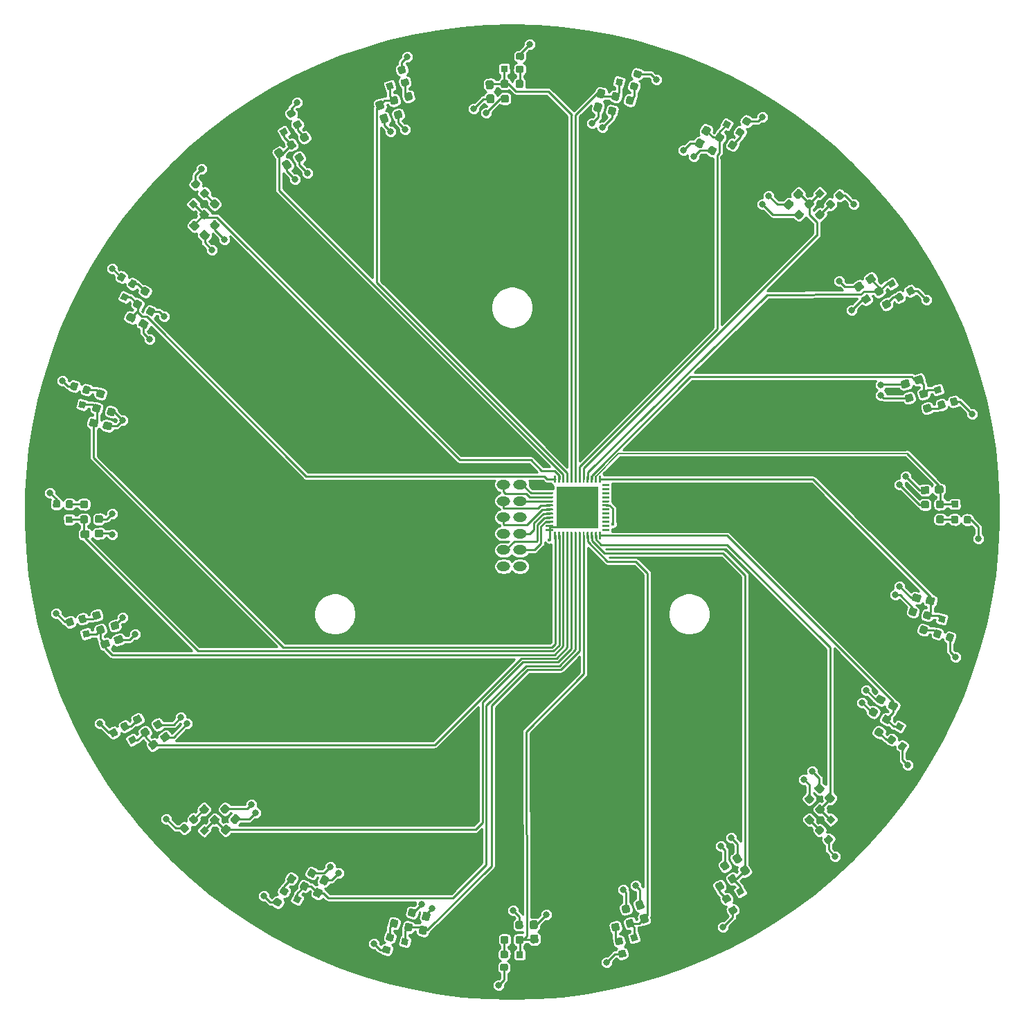
<source format=gtl>
G04 #@! TF.GenerationSoftware,KiCad,Pcbnew,5.1.5+dfsg1-2build2*
G04 #@! TF.CreationDate,2022-01-30T22:27:44+01:00*
G04 #@! TF.ProjectId,Light_Ring_PCB,4c696768-745f-4526-996e-675f5043422e,rev?*
G04 #@! TF.SameCoordinates,Original*
G04 #@! TF.FileFunction,Copper,L1,Top*
G04 #@! TF.FilePolarity,Positive*
%FSLAX46Y46*%
G04 Gerber Fmt 4.6, Leading zero omitted, Abs format (unit mm)*
G04 Created by KiCad (PCBNEW 5.1.5+dfsg1-2build2) date 2022-01-30 22:27:44*
%MOMM*%
%LPD*%
G04 APERTURE LIST*
%ADD10C,0.100000*%
%ADD11O,1.650000X1.200000*%
%ADD12R,5.150000X5.150000*%
%ADD13C,0.800000*%
%ADD14C,0.400000*%
%ADD15C,0.250000*%
%ADD16C,0.127000*%
%ADD17C,0.254000*%
G04 APERTURE END LIST*
G04 #@! TA.AperFunction,ComponentPad*
D10*
G36*
X204711605Y-128899004D02*
G01*
X204735873Y-128902604D01*
X204759672Y-128908565D01*
X204782771Y-128916830D01*
X204804950Y-128927320D01*
X204825993Y-128939932D01*
X204845699Y-128954547D01*
X204863877Y-128971023D01*
X204880353Y-128989201D01*
X204894968Y-129008907D01*
X204907580Y-129029950D01*
X204918070Y-129052129D01*
X204926335Y-129075228D01*
X204932296Y-129099027D01*
X204935896Y-129123295D01*
X204937100Y-129147799D01*
X204937100Y-129847801D01*
X204935896Y-129872305D01*
X204932296Y-129896573D01*
X204926335Y-129920372D01*
X204918070Y-129943471D01*
X204907580Y-129965650D01*
X204894968Y-129986693D01*
X204880353Y-130006399D01*
X204863877Y-130024577D01*
X204845699Y-130041053D01*
X204825993Y-130055668D01*
X204804950Y-130068280D01*
X204782771Y-130078770D01*
X204759672Y-130087035D01*
X204735873Y-130092996D01*
X204711605Y-130096596D01*
X204687101Y-130097800D01*
X203537099Y-130097800D01*
X203512595Y-130096596D01*
X203488327Y-130092996D01*
X203464528Y-130087035D01*
X203441429Y-130078770D01*
X203419250Y-130068280D01*
X203398207Y-130055668D01*
X203378501Y-130041053D01*
X203360323Y-130024577D01*
X203343847Y-130006399D01*
X203329232Y-129986693D01*
X203316620Y-129965650D01*
X203306130Y-129943471D01*
X203297865Y-129920372D01*
X203291904Y-129896573D01*
X203288304Y-129872305D01*
X203287100Y-129847801D01*
X203287100Y-129147799D01*
X203288304Y-129123295D01*
X203291904Y-129099027D01*
X203297865Y-129075228D01*
X203306130Y-129052129D01*
X203316620Y-129029950D01*
X203329232Y-129008907D01*
X203343847Y-128989201D01*
X203360323Y-128971023D01*
X203378501Y-128954547D01*
X203398207Y-128939932D01*
X203419250Y-128927320D01*
X203441429Y-128916830D01*
X203464528Y-128908565D01*
X203488327Y-128902604D01*
X203512595Y-128899004D01*
X203537099Y-128897800D01*
X204687101Y-128897800D01*
X204711605Y-128899004D01*
G37*
G04 #@! TD.AperFunction*
D11*
X204112100Y-131497800D03*
X204112100Y-133497800D03*
X204112100Y-135497800D03*
X204112100Y-137497800D03*
X204112100Y-139497800D03*
X204112100Y-141497800D03*
X206112100Y-129497800D03*
X206112100Y-131497800D03*
X206112100Y-133497800D03*
X206112100Y-135497800D03*
X206112100Y-137497800D03*
X206112100Y-139497800D03*
X206112100Y-141497800D03*
G04 #@! TA.AperFunction,SMDPad,CuDef*
D10*
G36*
X202648913Y-82050310D02*
G01*
X202671787Y-82054782D01*
X202694113Y-82061475D01*
X202715675Y-82070323D01*
X202736266Y-82081243D01*
X202755687Y-82094128D01*
X202773752Y-82108855D01*
X202790287Y-82125282D01*
X202805132Y-82143250D01*
X202818144Y-82162586D01*
X202829198Y-82183105D01*
X202838188Y-82204609D01*
X202845026Y-82226890D01*
X202849648Y-82249735D01*
X202852009Y-82272922D01*
X202883410Y-82872100D01*
X202883486Y-82895407D01*
X202881277Y-82918610D01*
X202876805Y-82941484D01*
X202870112Y-82963809D01*
X202861264Y-82985371D01*
X202850344Y-83005962D01*
X202837459Y-83025384D01*
X202822732Y-83043449D01*
X202806305Y-83059983D01*
X202788337Y-83074828D01*
X202769000Y-83087840D01*
X202748481Y-83098894D01*
X202726977Y-83107884D01*
X202704696Y-83114722D01*
X202681852Y-83119344D01*
X202658665Y-83121705D01*
X202184316Y-83146565D01*
X202161009Y-83146641D01*
X202137807Y-83144432D01*
X202114933Y-83139960D01*
X202092607Y-83133267D01*
X202071045Y-83124419D01*
X202050454Y-83113499D01*
X202031033Y-83100614D01*
X202012968Y-83085887D01*
X201996433Y-83069460D01*
X201981588Y-83051492D01*
X201968576Y-83032156D01*
X201957522Y-83011637D01*
X201948532Y-82990133D01*
X201941694Y-82967852D01*
X201937072Y-82945007D01*
X201934711Y-82921820D01*
X201903310Y-82322642D01*
X201903234Y-82299335D01*
X201905443Y-82276132D01*
X201909915Y-82253258D01*
X201916608Y-82230933D01*
X201925456Y-82209371D01*
X201936376Y-82188780D01*
X201949261Y-82169358D01*
X201963988Y-82151293D01*
X201980415Y-82134759D01*
X201998383Y-82119914D01*
X202017720Y-82106902D01*
X202038239Y-82095848D01*
X202059743Y-82086858D01*
X202082024Y-82080020D01*
X202104868Y-82075398D01*
X202128055Y-82073037D01*
X202602404Y-82048177D01*
X202625711Y-82048101D01*
X202648913Y-82050310D01*
G37*
G04 #@! TD.AperFunction*
G04 #@! TA.AperFunction,SMDPad,CuDef*
G36*
X202739193Y-83772946D02*
G01*
X202762067Y-83777418D01*
X202784393Y-83784111D01*
X202805955Y-83792959D01*
X202826546Y-83803879D01*
X202845967Y-83816764D01*
X202864032Y-83831491D01*
X202880567Y-83847918D01*
X202895412Y-83865886D01*
X202908424Y-83885222D01*
X202919478Y-83905741D01*
X202928468Y-83927245D01*
X202935306Y-83949526D01*
X202939928Y-83972371D01*
X202942289Y-83995558D01*
X202973690Y-84594736D01*
X202973766Y-84618043D01*
X202971557Y-84641246D01*
X202967085Y-84664120D01*
X202960392Y-84686445D01*
X202951544Y-84708007D01*
X202940624Y-84728598D01*
X202927739Y-84748020D01*
X202913012Y-84766085D01*
X202896585Y-84782619D01*
X202878617Y-84797464D01*
X202859280Y-84810476D01*
X202838761Y-84821530D01*
X202817257Y-84830520D01*
X202794976Y-84837358D01*
X202772132Y-84841980D01*
X202748945Y-84844341D01*
X202274596Y-84869201D01*
X202251289Y-84869277D01*
X202228087Y-84867068D01*
X202205213Y-84862596D01*
X202182887Y-84855903D01*
X202161325Y-84847055D01*
X202140734Y-84836135D01*
X202121313Y-84823250D01*
X202103248Y-84808523D01*
X202086713Y-84792096D01*
X202071868Y-84774128D01*
X202058856Y-84754792D01*
X202047802Y-84734273D01*
X202038812Y-84712769D01*
X202031974Y-84690488D01*
X202027352Y-84667643D01*
X202024991Y-84644456D01*
X201993590Y-84045278D01*
X201993514Y-84021971D01*
X201995723Y-83998768D01*
X202000195Y-83975894D01*
X202006888Y-83953569D01*
X202015736Y-83932007D01*
X202026656Y-83911416D01*
X202039541Y-83891994D01*
X202054268Y-83873929D01*
X202070695Y-83857395D01*
X202088663Y-83842550D01*
X202108000Y-83829538D01*
X202128519Y-83818484D01*
X202150023Y-83809494D01*
X202172304Y-83802656D01*
X202195148Y-83798034D01*
X202218335Y-83795673D01*
X202692684Y-83770813D01*
X202715991Y-83770737D01*
X202739193Y-83772946D01*
G37*
G04 #@! TD.AperFunction*
G04 #@! TA.AperFunction,SMDPad,CuDef*
G36*
X215501447Y-84776976D02*
G01*
X215524455Y-84780697D01*
X215989076Y-84879455D01*
X216011609Y-84885414D01*
X216033449Y-84893552D01*
X216054386Y-84903792D01*
X216074218Y-84916035D01*
X216092756Y-84930163D01*
X216109819Y-84946040D01*
X216125243Y-84963513D01*
X216138881Y-84982413D01*
X216150601Y-85002559D01*
X216160289Y-85023757D01*
X216167853Y-85045803D01*
X216173220Y-85068484D01*
X216176338Y-85091582D01*
X216177177Y-85114874D01*
X216175728Y-85138136D01*
X216172007Y-85161144D01*
X216047260Y-85748032D01*
X216041301Y-85770565D01*
X216033163Y-85792405D01*
X216022923Y-85813342D01*
X216010680Y-85833175D01*
X215996552Y-85851712D01*
X215980675Y-85868775D01*
X215963202Y-85884199D01*
X215944302Y-85897837D01*
X215924155Y-85909557D01*
X215902957Y-85919245D01*
X215880912Y-85926809D01*
X215858231Y-85932176D01*
X215835133Y-85935294D01*
X215811841Y-85936133D01*
X215788579Y-85934684D01*
X215765571Y-85930963D01*
X215300950Y-85832205D01*
X215278417Y-85826246D01*
X215256577Y-85818108D01*
X215235640Y-85807868D01*
X215215808Y-85795625D01*
X215197270Y-85781497D01*
X215180207Y-85765620D01*
X215164783Y-85748147D01*
X215151145Y-85729247D01*
X215139425Y-85709101D01*
X215129737Y-85687903D01*
X215122173Y-85665857D01*
X215116806Y-85643176D01*
X215113688Y-85620078D01*
X215112849Y-85596786D01*
X215114298Y-85573524D01*
X215118019Y-85550516D01*
X215242766Y-84963628D01*
X215248725Y-84941095D01*
X215256863Y-84919255D01*
X215267103Y-84898318D01*
X215279346Y-84878485D01*
X215293474Y-84859948D01*
X215309351Y-84842885D01*
X215326824Y-84827461D01*
X215345724Y-84813823D01*
X215365871Y-84802103D01*
X215387069Y-84792415D01*
X215409114Y-84784851D01*
X215431795Y-84779484D01*
X215454893Y-84776366D01*
X215478185Y-84775527D01*
X215501447Y-84776976D01*
G37*
G04 #@! TD.AperFunction*
G04 #@! TA.AperFunction,SMDPad,CuDef*
G36*
X215860095Y-83089672D02*
G01*
X215883103Y-83093393D01*
X216347724Y-83192151D01*
X216370257Y-83198110D01*
X216392097Y-83206248D01*
X216413034Y-83216488D01*
X216432866Y-83228731D01*
X216451404Y-83242859D01*
X216468467Y-83258736D01*
X216483891Y-83276209D01*
X216497529Y-83295109D01*
X216509249Y-83315255D01*
X216518937Y-83336453D01*
X216526501Y-83358499D01*
X216531868Y-83381180D01*
X216534986Y-83404278D01*
X216535825Y-83427570D01*
X216534376Y-83450832D01*
X216530655Y-83473840D01*
X216405908Y-84060728D01*
X216399949Y-84083261D01*
X216391811Y-84105101D01*
X216381571Y-84126038D01*
X216369328Y-84145871D01*
X216355200Y-84164408D01*
X216339323Y-84181471D01*
X216321850Y-84196895D01*
X216302950Y-84210533D01*
X216282803Y-84222253D01*
X216261605Y-84231941D01*
X216239560Y-84239505D01*
X216216879Y-84244872D01*
X216193781Y-84247990D01*
X216170489Y-84248829D01*
X216147227Y-84247380D01*
X216124219Y-84243659D01*
X215659598Y-84144901D01*
X215637065Y-84138942D01*
X215615225Y-84130804D01*
X215594288Y-84120564D01*
X215574456Y-84108321D01*
X215555918Y-84094193D01*
X215538855Y-84078316D01*
X215523431Y-84060843D01*
X215509793Y-84041943D01*
X215498073Y-84021797D01*
X215488385Y-84000599D01*
X215480821Y-83978553D01*
X215475454Y-83955872D01*
X215472336Y-83932774D01*
X215471497Y-83909482D01*
X215472946Y-83886220D01*
X215476667Y-83863212D01*
X215601414Y-83276324D01*
X215607373Y-83253791D01*
X215615511Y-83231951D01*
X215625751Y-83211014D01*
X215637994Y-83191181D01*
X215652122Y-83172644D01*
X215667999Y-83155581D01*
X215685472Y-83140157D01*
X215704372Y-83126519D01*
X215724519Y-83114799D01*
X215745717Y-83105111D01*
X215767762Y-83097547D01*
X215790443Y-83092180D01*
X215813541Y-83089062D01*
X215836833Y-83088223D01*
X215860095Y-83089672D01*
G37*
G04 #@! TD.AperFunction*
G04 #@! TA.AperFunction,SMDPad,CuDef*
G36*
X228816185Y-87613893D02*
G01*
X228839302Y-87616860D01*
X228862018Y-87622078D01*
X228884113Y-87629497D01*
X228905374Y-87639047D01*
X229328602Y-87854693D01*
X229348825Y-87866281D01*
X229367814Y-87879794D01*
X229385387Y-87895104D01*
X229401376Y-87912063D01*
X229415624Y-87930508D01*
X229427997Y-87950260D01*
X229438374Y-87971129D01*
X229446655Y-87992916D01*
X229452761Y-88015409D01*
X229456633Y-88038392D01*
X229458233Y-88061644D01*
X229457547Y-88084941D01*
X229454580Y-88108059D01*
X229449362Y-88130774D01*
X229441942Y-88152869D01*
X229432393Y-88174130D01*
X229159999Y-88708734D01*
X229148412Y-88728956D01*
X229134898Y-88747946D01*
X229119588Y-88765519D01*
X229102629Y-88781507D01*
X229084185Y-88795756D01*
X229064433Y-88808129D01*
X229043563Y-88818506D01*
X229021777Y-88826787D01*
X228999284Y-88832893D01*
X228976300Y-88836765D01*
X228953048Y-88838365D01*
X228929751Y-88837679D01*
X228906634Y-88834712D01*
X228883918Y-88829494D01*
X228861823Y-88822075D01*
X228840562Y-88812525D01*
X228417334Y-88596879D01*
X228397111Y-88585291D01*
X228378122Y-88571778D01*
X228360549Y-88556468D01*
X228344560Y-88539509D01*
X228330312Y-88521064D01*
X228317939Y-88501312D01*
X228307562Y-88480443D01*
X228299281Y-88458656D01*
X228293175Y-88436163D01*
X228289303Y-88413180D01*
X228287703Y-88389928D01*
X228288389Y-88366631D01*
X228291356Y-88343513D01*
X228296574Y-88320798D01*
X228303994Y-88298703D01*
X228313543Y-88277442D01*
X228585937Y-87742838D01*
X228597524Y-87722616D01*
X228611038Y-87703626D01*
X228626348Y-87686053D01*
X228643307Y-87670065D01*
X228661751Y-87655816D01*
X228681503Y-87643443D01*
X228702373Y-87633066D01*
X228724159Y-87624785D01*
X228746652Y-87618679D01*
X228769636Y-87614807D01*
X228792888Y-87613207D01*
X228816185Y-87613893D01*
G37*
G04 #@! TD.AperFunction*
G04 #@! TA.AperFunction,SMDPad,CuDef*
G36*
X228033051Y-89150879D02*
G01*
X228056168Y-89153846D01*
X228078884Y-89159064D01*
X228100979Y-89166483D01*
X228122240Y-89176033D01*
X228545468Y-89391679D01*
X228565691Y-89403267D01*
X228584680Y-89416780D01*
X228602253Y-89432090D01*
X228618242Y-89449049D01*
X228632490Y-89467494D01*
X228644863Y-89487246D01*
X228655240Y-89508115D01*
X228663521Y-89529902D01*
X228669627Y-89552395D01*
X228673499Y-89575378D01*
X228675099Y-89598630D01*
X228674413Y-89621927D01*
X228671446Y-89645045D01*
X228666228Y-89667760D01*
X228658808Y-89689855D01*
X228649259Y-89711116D01*
X228376865Y-90245720D01*
X228365278Y-90265942D01*
X228351764Y-90284932D01*
X228336454Y-90302505D01*
X228319495Y-90318493D01*
X228301051Y-90332742D01*
X228281299Y-90345115D01*
X228260429Y-90355492D01*
X228238643Y-90363773D01*
X228216150Y-90369879D01*
X228193166Y-90373751D01*
X228169914Y-90375351D01*
X228146617Y-90374665D01*
X228123500Y-90371698D01*
X228100784Y-90366480D01*
X228078689Y-90359061D01*
X228057428Y-90349511D01*
X227634200Y-90133865D01*
X227613977Y-90122277D01*
X227594988Y-90108764D01*
X227577415Y-90093454D01*
X227561426Y-90076495D01*
X227547178Y-90058050D01*
X227534805Y-90038298D01*
X227524428Y-90017429D01*
X227516147Y-89995642D01*
X227510041Y-89973149D01*
X227506169Y-89950166D01*
X227504569Y-89926914D01*
X227505255Y-89903617D01*
X227508222Y-89880499D01*
X227513440Y-89857784D01*
X227520860Y-89835689D01*
X227530409Y-89814428D01*
X227802803Y-89279824D01*
X227814390Y-89259602D01*
X227827904Y-89240612D01*
X227843214Y-89223039D01*
X227860173Y-89207051D01*
X227878617Y-89192802D01*
X227898369Y-89180429D01*
X227919239Y-89170052D01*
X227941025Y-89161771D01*
X227963518Y-89155665D01*
X227986502Y-89151793D01*
X228009754Y-89150193D01*
X228033051Y-89150879D01*
G37*
G04 #@! TD.AperFunction*
G04 #@! TA.AperFunction,SMDPad,CuDef*
G36*
X239028328Y-96623603D02*
G01*
X239051202Y-96628075D01*
X239073528Y-96634768D01*
X239095090Y-96643616D01*
X239115681Y-96654536D01*
X239135102Y-96667421D01*
X239153167Y-96682148D01*
X239506161Y-96999985D01*
X239522696Y-97016412D01*
X239537541Y-97034380D01*
X239550553Y-97053717D01*
X239561607Y-97074236D01*
X239570597Y-97095739D01*
X239577435Y-97118021D01*
X239582057Y-97140865D01*
X239584418Y-97164052D01*
X239584494Y-97187359D01*
X239582285Y-97210561D01*
X239577813Y-97233435D01*
X239571120Y-97255761D01*
X239562272Y-97277323D01*
X239551352Y-97297914D01*
X239538467Y-97317335D01*
X239523740Y-97335400D01*
X239122262Y-97781287D01*
X239105835Y-97797822D01*
X239087867Y-97812667D01*
X239068531Y-97825679D01*
X239048012Y-97836733D01*
X239026508Y-97845723D01*
X239004227Y-97852561D01*
X238981382Y-97857183D01*
X238958195Y-97859544D01*
X238934888Y-97859620D01*
X238911686Y-97857411D01*
X238888812Y-97852939D01*
X238866486Y-97846246D01*
X238844924Y-97837398D01*
X238824333Y-97826478D01*
X238804912Y-97813593D01*
X238786847Y-97798866D01*
X238433853Y-97481029D01*
X238417318Y-97464602D01*
X238402473Y-97446634D01*
X238389461Y-97427297D01*
X238378407Y-97406778D01*
X238369417Y-97385275D01*
X238362579Y-97362993D01*
X238357957Y-97340149D01*
X238355596Y-97316962D01*
X238355520Y-97293655D01*
X238357729Y-97270453D01*
X238362201Y-97247579D01*
X238368894Y-97225253D01*
X238377742Y-97203691D01*
X238388662Y-97183100D01*
X238401547Y-97163679D01*
X238416274Y-97145614D01*
X238817752Y-96699727D01*
X238834179Y-96683192D01*
X238852147Y-96668347D01*
X238871483Y-96655335D01*
X238892002Y-96644281D01*
X238913506Y-96635291D01*
X238935787Y-96628453D01*
X238958632Y-96623831D01*
X238981819Y-96621470D01*
X239005126Y-96621394D01*
X239028328Y-96623603D01*
G37*
G04 #@! TD.AperFunction*
G04 #@! TA.AperFunction,SMDPad,CuDef*
G36*
X240182578Y-95341679D02*
G01*
X240205452Y-95346151D01*
X240227778Y-95352844D01*
X240249340Y-95361692D01*
X240269931Y-95372612D01*
X240289352Y-95385497D01*
X240307417Y-95400224D01*
X240660411Y-95718061D01*
X240676946Y-95734488D01*
X240691791Y-95752456D01*
X240704803Y-95771793D01*
X240715857Y-95792312D01*
X240724847Y-95813815D01*
X240731685Y-95836097D01*
X240736307Y-95858941D01*
X240738668Y-95882128D01*
X240738744Y-95905435D01*
X240736535Y-95928637D01*
X240732063Y-95951511D01*
X240725370Y-95973837D01*
X240716522Y-95995399D01*
X240705602Y-96015990D01*
X240692717Y-96035411D01*
X240677990Y-96053476D01*
X240276512Y-96499363D01*
X240260085Y-96515898D01*
X240242117Y-96530743D01*
X240222781Y-96543755D01*
X240202262Y-96554809D01*
X240180758Y-96563799D01*
X240158477Y-96570637D01*
X240135632Y-96575259D01*
X240112445Y-96577620D01*
X240089138Y-96577696D01*
X240065936Y-96575487D01*
X240043062Y-96571015D01*
X240020736Y-96564322D01*
X239999174Y-96555474D01*
X239978583Y-96544554D01*
X239959162Y-96531669D01*
X239941097Y-96516942D01*
X239588103Y-96199105D01*
X239571568Y-96182678D01*
X239556723Y-96164710D01*
X239543711Y-96145373D01*
X239532657Y-96124854D01*
X239523667Y-96103351D01*
X239516829Y-96081069D01*
X239512207Y-96058225D01*
X239509846Y-96035038D01*
X239509770Y-96011731D01*
X239511979Y-95988529D01*
X239516451Y-95965655D01*
X239523144Y-95943329D01*
X239531992Y-95921767D01*
X239542912Y-95901176D01*
X239555797Y-95881755D01*
X239570524Y-95863690D01*
X239972002Y-95417803D01*
X239988429Y-95401268D01*
X240006397Y-95386423D01*
X240025733Y-95373411D01*
X240046252Y-95362357D01*
X240067756Y-95353367D01*
X240090037Y-95346529D01*
X240112882Y-95341907D01*
X240136069Y-95339546D01*
X240159376Y-95339470D01*
X240182578Y-95341679D01*
G37*
G04 #@! TD.AperFunction*
G04 #@! TA.AperFunction,SMDPad,CuDef*
G36*
X249139393Y-105741333D02*
G01*
X249162401Y-105745054D01*
X249184934Y-105751013D01*
X249206774Y-105759151D01*
X249227711Y-105769391D01*
X249247544Y-105781634D01*
X249266081Y-105795762D01*
X249283144Y-105811639D01*
X249298568Y-105829112D01*
X249312206Y-105848012D01*
X249570910Y-106246381D01*
X249582630Y-106266528D01*
X249592318Y-106287726D01*
X249599882Y-106309771D01*
X249605249Y-106332452D01*
X249608367Y-106355550D01*
X249609206Y-106378842D01*
X249607757Y-106402104D01*
X249604036Y-106425112D01*
X249598077Y-106447645D01*
X249589939Y-106469485D01*
X249579699Y-106490422D01*
X249567456Y-106510254D01*
X249553328Y-106528792D01*
X249537451Y-106545855D01*
X249519978Y-106561279D01*
X249501078Y-106574917D01*
X248997876Y-106901700D01*
X248977729Y-106913420D01*
X248956531Y-106923108D01*
X248934486Y-106930672D01*
X248911805Y-106936039D01*
X248888707Y-106939157D01*
X248865415Y-106939996D01*
X248842153Y-106938547D01*
X248819145Y-106934826D01*
X248796612Y-106928867D01*
X248774772Y-106920729D01*
X248753835Y-106910489D01*
X248734002Y-106898246D01*
X248715465Y-106884118D01*
X248698402Y-106868241D01*
X248682978Y-106850768D01*
X248669340Y-106831868D01*
X248410636Y-106433499D01*
X248398916Y-106413352D01*
X248389228Y-106392154D01*
X248381664Y-106370109D01*
X248376297Y-106347428D01*
X248373179Y-106324330D01*
X248372340Y-106301038D01*
X248373789Y-106277776D01*
X248377510Y-106254768D01*
X248383469Y-106232235D01*
X248391607Y-106210395D01*
X248401847Y-106189458D01*
X248414090Y-106169626D01*
X248428218Y-106151088D01*
X248444095Y-106134025D01*
X248461568Y-106118601D01*
X248480468Y-106104963D01*
X248983670Y-105778180D01*
X249003817Y-105766460D01*
X249025015Y-105756772D01*
X249047060Y-105749208D01*
X249069741Y-105743841D01*
X249092839Y-105740723D01*
X249116131Y-105739884D01*
X249139393Y-105741333D01*
G37*
G04 #@! TD.AperFunction*
G04 #@! TA.AperFunction,SMDPad,CuDef*
G36*
X247692687Y-106680835D02*
G01*
X247715695Y-106684556D01*
X247738228Y-106690515D01*
X247760068Y-106698653D01*
X247781005Y-106708893D01*
X247800838Y-106721136D01*
X247819375Y-106735264D01*
X247836438Y-106751141D01*
X247851862Y-106768614D01*
X247865500Y-106787514D01*
X248124204Y-107185883D01*
X248135924Y-107206030D01*
X248145612Y-107227228D01*
X248153176Y-107249273D01*
X248158543Y-107271954D01*
X248161661Y-107295052D01*
X248162500Y-107318344D01*
X248161051Y-107341606D01*
X248157330Y-107364614D01*
X248151371Y-107387147D01*
X248143233Y-107408987D01*
X248132993Y-107429924D01*
X248120750Y-107449756D01*
X248106622Y-107468294D01*
X248090745Y-107485357D01*
X248073272Y-107500781D01*
X248054372Y-107514419D01*
X247551170Y-107841202D01*
X247531023Y-107852922D01*
X247509825Y-107862610D01*
X247487780Y-107870174D01*
X247465099Y-107875541D01*
X247442001Y-107878659D01*
X247418709Y-107879498D01*
X247395447Y-107878049D01*
X247372439Y-107874328D01*
X247349906Y-107868369D01*
X247328066Y-107860231D01*
X247307129Y-107849991D01*
X247287296Y-107837748D01*
X247268759Y-107823620D01*
X247251696Y-107807743D01*
X247236272Y-107790270D01*
X247222634Y-107771370D01*
X246963930Y-107373001D01*
X246952210Y-107352854D01*
X246942522Y-107331656D01*
X246934958Y-107309611D01*
X246929591Y-107286930D01*
X246926473Y-107263832D01*
X246925634Y-107240540D01*
X246927083Y-107217278D01*
X246930804Y-107194270D01*
X246936763Y-107171737D01*
X246944901Y-107149897D01*
X246955141Y-107128960D01*
X246967384Y-107109128D01*
X246981512Y-107090590D01*
X246997389Y-107073527D01*
X247014862Y-107058103D01*
X247033762Y-107044465D01*
X247536964Y-106717682D01*
X247557111Y-106705962D01*
X247578309Y-106696274D01*
X247600354Y-106688710D01*
X247623035Y-106683343D01*
X247646133Y-106680225D01*
X247669425Y-106679386D01*
X247692687Y-106680835D01*
G37*
G04 #@! TD.AperFunction*
G04 #@! TA.AperFunction,SMDPad,CuDef*
G36*
X253458264Y-118640088D02*
G01*
X253481382Y-118643055D01*
X253504097Y-118648273D01*
X253526192Y-118655692D01*
X253547453Y-118665242D01*
X253567675Y-118676829D01*
X253586665Y-118690343D01*
X253604238Y-118705653D01*
X253620226Y-118722612D01*
X253634475Y-118741056D01*
X253646848Y-118760808D01*
X253657225Y-118781678D01*
X253665506Y-118803465D01*
X253812289Y-119255217D01*
X253818395Y-119277710D01*
X253822267Y-119300693D01*
X253823867Y-119323945D01*
X253823181Y-119347242D01*
X253820214Y-119370360D01*
X253814996Y-119393075D01*
X253807577Y-119415170D01*
X253798027Y-119436431D01*
X253786440Y-119456653D01*
X253772926Y-119475643D01*
X253757616Y-119493216D01*
X253740657Y-119509204D01*
X253722213Y-119523453D01*
X253702460Y-119535826D01*
X253681591Y-119546203D01*
X253659805Y-119554484D01*
X253089172Y-119739894D01*
X253066678Y-119746000D01*
X253043695Y-119749872D01*
X253020443Y-119751472D01*
X252997146Y-119750786D01*
X252974028Y-119747819D01*
X252951313Y-119742601D01*
X252929218Y-119735182D01*
X252907957Y-119725632D01*
X252887735Y-119714045D01*
X252868745Y-119700531D01*
X252851172Y-119685221D01*
X252835184Y-119668262D01*
X252820935Y-119649818D01*
X252808562Y-119630066D01*
X252798185Y-119609196D01*
X252789904Y-119587409D01*
X252643121Y-119135657D01*
X252637015Y-119113164D01*
X252633143Y-119090181D01*
X252631543Y-119066929D01*
X252632229Y-119043632D01*
X252635196Y-119020514D01*
X252640414Y-118997799D01*
X252647833Y-118975704D01*
X252657383Y-118954443D01*
X252668970Y-118934221D01*
X252682484Y-118915231D01*
X252697794Y-118897658D01*
X252714753Y-118881670D01*
X252733197Y-118867421D01*
X252752950Y-118855048D01*
X252773819Y-118844671D01*
X252795605Y-118836390D01*
X253366238Y-118650980D01*
X253388732Y-118644874D01*
X253411715Y-118641002D01*
X253434967Y-118639402D01*
X253458264Y-118640088D01*
G37*
G04 #@! TD.AperFunction*
G04 #@! TA.AperFunction,SMDPad,CuDef*
G36*
X255098836Y-118107034D02*
G01*
X255121954Y-118110001D01*
X255144669Y-118115219D01*
X255166764Y-118122638D01*
X255188025Y-118132188D01*
X255208247Y-118143775D01*
X255227237Y-118157289D01*
X255244810Y-118172599D01*
X255260798Y-118189558D01*
X255275047Y-118208002D01*
X255287420Y-118227754D01*
X255297797Y-118248624D01*
X255306078Y-118270411D01*
X255452861Y-118722163D01*
X255458967Y-118744656D01*
X255462839Y-118767639D01*
X255464439Y-118790891D01*
X255463753Y-118814188D01*
X255460786Y-118837306D01*
X255455568Y-118860021D01*
X255448149Y-118882116D01*
X255438599Y-118903377D01*
X255427012Y-118923599D01*
X255413498Y-118942589D01*
X255398188Y-118960162D01*
X255381229Y-118976150D01*
X255362785Y-118990399D01*
X255343032Y-119002772D01*
X255322163Y-119013149D01*
X255300377Y-119021430D01*
X254729744Y-119206840D01*
X254707250Y-119212946D01*
X254684267Y-119216818D01*
X254661015Y-119218418D01*
X254637718Y-119217732D01*
X254614600Y-119214765D01*
X254591885Y-119209547D01*
X254569790Y-119202128D01*
X254548529Y-119192578D01*
X254528307Y-119180991D01*
X254509317Y-119167477D01*
X254491744Y-119152167D01*
X254475756Y-119135208D01*
X254461507Y-119116764D01*
X254449134Y-119097012D01*
X254438757Y-119076142D01*
X254430476Y-119054355D01*
X254283693Y-118602603D01*
X254277587Y-118580110D01*
X254273715Y-118557127D01*
X254272115Y-118533875D01*
X254272801Y-118510578D01*
X254275768Y-118487460D01*
X254280986Y-118464745D01*
X254288405Y-118442650D01*
X254297955Y-118421389D01*
X254309542Y-118401167D01*
X254323056Y-118382177D01*
X254338366Y-118364604D01*
X254355325Y-118348616D01*
X254373769Y-118334367D01*
X254393522Y-118321994D01*
X254414391Y-118311617D01*
X254436177Y-118303336D01*
X255006810Y-118117926D01*
X255029304Y-118111820D01*
X255052287Y-118107948D01*
X255075539Y-118106348D01*
X255098836Y-118107034D01*
G37*
G04 #@! TD.AperFunction*
G04 #@! TA.AperFunction,SMDPad,CuDef*
G36*
X255954831Y-131688523D02*
G01*
X255977705Y-131692995D01*
X256000030Y-131699688D01*
X256021592Y-131708536D01*
X256042183Y-131719456D01*
X256061605Y-131732341D01*
X256079670Y-131747068D01*
X256096204Y-131763495D01*
X256111049Y-131781463D01*
X256124061Y-131800800D01*
X256135115Y-131821319D01*
X256144105Y-131842823D01*
X256150943Y-131865104D01*
X256155565Y-131887948D01*
X256157926Y-131911135D01*
X256182786Y-132385484D01*
X256182862Y-132408791D01*
X256180653Y-132431993D01*
X256176181Y-132454867D01*
X256169488Y-132477193D01*
X256160640Y-132498755D01*
X256149720Y-132519346D01*
X256136835Y-132538767D01*
X256122108Y-132556832D01*
X256105681Y-132573367D01*
X256087713Y-132588212D01*
X256068377Y-132601224D01*
X256047858Y-132612278D01*
X256026354Y-132621268D01*
X256004073Y-132628106D01*
X255981228Y-132632728D01*
X255958041Y-132635089D01*
X255358863Y-132666490D01*
X255335556Y-132666566D01*
X255312353Y-132664357D01*
X255289479Y-132659885D01*
X255267154Y-132653192D01*
X255245592Y-132644344D01*
X255225001Y-132633424D01*
X255205579Y-132620539D01*
X255187514Y-132605812D01*
X255170980Y-132589385D01*
X255156135Y-132571417D01*
X255143123Y-132552080D01*
X255132069Y-132531561D01*
X255123079Y-132510057D01*
X255116241Y-132487776D01*
X255111619Y-132464932D01*
X255109258Y-132441745D01*
X255084398Y-131967396D01*
X255084322Y-131944089D01*
X255086531Y-131920887D01*
X255091003Y-131898013D01*
X255097696Y-131875687D01*
X255106544Y-131854125D01*
X255117464Y-131833534D01*
X255130349Y-131814113D01*
X255145076Y-131796048D01*
X255161503Y-131779513D01*
X255179471Y-131764668D01*
X255198807Y-131751656D01*
X255219326Y-131740602D01*
X255240830Y-131731612D01*
X255263111Y-131724774D01*
X255285956Y-131720152D01*
X255309143Y-131717791D01*
X255908321Y-131686390D01*
X255931628Y-131686314D01*
X255954831Y-131688523D01*
G37*
G04 #@! TD.AperFunction*
G04 #@! TA.AperFunction,SMDPad,CuDef*
G36*
X257677467Y-131598243D02*
G01*
X257700341Y-131602715D01*
X257722666Y-131609408D01*
X257744228Y-131618256D01*
X257764819Y-131629176D01*
X257784241Y-131642061D01*
X257802306Y-131656788D01*
X257818840Y-131673215D01*
X257833685Y-131691183D01*
X257846697Y-131710520D01*
X257857751Y-131731039D01*
X257866741Y-131752543D01*
X257873579Y-131774824D01*
X257878201Y-131797668D01*
X257880562Y-131820855D01*
X257905422Y-132295204D01*
X257905498Y-132318511D01*
X257903289Y-132341713D01*
X257898817Y-132364587D01*
X257892124Y-132386913D01*
X257883276Y-132408475D01*
X257872356Y-132429066D01*
X257859471Y-132448487D01*
X257844744Y-132466552D01*
X257828317Y-132483087D01*
X257810349Y-132497932D01*
X257791013Y-132510944D01*
X257770494Y-132521998D01*
X257748990Y-132530988D01*
X257726709Y-132537826D01*
X257703864Y-132542448D01*
X257680677Y-132544809D01*
X257081499Y-132576210D01*
X257058192Y-132576286D01*
X257034989Y-132574077D01*
X257012115Y-132569605D01*
X256989790Y-132562912D01*
X256968228Y-132554064D01*
X256947637Y-132543144D01*
X256928215Y-132530259D01*
X256910150Y-132515532D01*
X256893616Y-132499105D01*
X256878771Y-132481137D01*
X256865759Y-132461800D01*
X256854705Y-132441281D01*
X256845715Y-132419777D01*
X256838877Y-132397496D01*
X256834255Y-132374652D01*
X256831894Y-132351465D01*
X256807034Y-131877116D01*
X256806958Y-131853809D01*
X256809167Y-131830607D01*
X256813639Y-131807733D01*
X256820332Y-131785407D01*
X256829180Y-131763845D01*
X256840100Y-131743254D01*
X256852985Y-131723833D01*
X256867712Y-131705768D01*
X256884139Y-131689233D01*
X256902107Y-131674388D01*
X256921443Y-131661376D01*
X256941962Y-131650322D01*
X256963466Y-131641332D01*
X256985747Y-131634494D01*
X257008592Y-131629872D01*
X257031779Y-131627511D01*
X257630957Y-131596110D01*
X257654264Y-131596034D01*
X257677467Y-131598243D01*
G37*
G04 #@! TD.AperFunction*
G04 #@! TA.AperFunction,SMDPad,CuDef*
G36*
X256067379Y-145165746D02*
G01*
X256090387Y-145169467D01*
X256677275Y-145294214D01*
X256699808Y-145300173D01*
X256721648Y-145308311D01*
X256742585Y-145318551D01*
X256762418Y-145330794D01*
X256780955Y-145344922D01*
X256798018Y-145360799D01*
X256813442Y-145378272D01*
X256827080Y-145397172D01*
X256838800Y-145417319D01*
X256848488Y-145438517D01*
X256856052Y-145460562D01*
X256861419Y-145483243D01*
X256864537Y-145506341D01*
X256865376Y-145529633D01*
X256863927Y-145552895D01*
X256860206Y-145575903D01*
X256761448Y-146040524D01*
X256755489Y-146063057D01*
X256747351Y-146084897D01*
X256737111Y-146105834D01*
X256724868Y-146125666D01*
X256710740Y-146144204D01*
X256694863Y-146161267D01*
X256677390Y-146176691D01*
X256658490Y-146190329D01*
X256638344Y-146202049D01*
X256617146Y-146211737D01*
X256595100Y-146219301D01*
X256572419Y-146224668D01*
X256549321Y-146227786D01*
X256526029Y-146228625D01*
X256502767Y-146227176D01*
X256479759Y-146223455D01*
X255892871Y-146098708D01*
X255870338Y-146092749D01*
X255848498Y-146084611D01*
X255827561Y-146074371D01*
X255807728Y-146062128D01*
X255789191Y-146048000D01*
X255772128Y-146032123D01*
X255756704Y-146014650D01*
X255743066Y-145995750D01*
X255731346Y-145975603D01*
X255721658Y-145954405D01*
X255714094Y-145932360D01*
X255708727Y-145909679D01*
X255705609Y-145886581D01*
X255704770Y-145863289D01*
X255706219Y-145840027D01*
X255709940Y-145817019D01*
X255808698Y-145352398D01*
X255814657Y-145329865D01*
X255822795Y-145308025D01*
X255833035Y-145287088D01*
X255845278Y-145267256D01*
X255859406Y-145248718D01*
X255875283Y-145231655D01*
X255892756Y-145216231D01*
X255911656Y-145202593D01*
X255931802Y-145190873D01*
X255953000Y-145181185D01*
X255975046Y-145173621D01*
X255997727Y-145168254D01*
X256020825Y-145165136D01*
X256044117Y-145164297D01*
X256067379Y-145165746D01*
G37*
G04 #@! TD.AperFunction*
G04 #@! TA.AperFunction,SMDPad,CuDef*
G36*
X254380075Y-144807098D02*
G01*
X254403083Y-144810819D01*
X254989971Y-144935566D01*
X255012504Y-144941525D01*
X255034344Y-144949663D01*
X255055281Y-144959903D01*
X255075114Y-144972146D01*
X255093651Y-144986274D01*
X255110714Y-145002151D01*
X255126138Y-145019624D01*
X255139776Y-145038524D01*
X255151496Y-145058671D01*
X255161184Y-145079869D01*
X255168748Y-145101914D01*
X255174115Y-145124595D01*
X255177233Y-145147693D01*
X255178072Y-145170985D01*
X255176623Y-145194247D01*
X255172902Y-145217255D01*
X255074144Y-145681876D01*
X255068185Y-145704409D01*
X255060047Y-145726249D01*
X255049807Y-145747186D01*
X255037564Y-145767018D01*
X255023436Y-145785556D01*
X255007559Y-145802619D01*
X254990086Y-145818043D01*
X254971186Y-145831681D01*
X254951040Y-145843401D01*
X254929842Y-145853089D01*
X254907796Y-145860653D01*
X254885115Y-145866020D01*
X254862017Y-145869138D01*
X254838725Y-145869977D01*
X254815463Y-145868528D01*
X254792455Y-145864807D01*
X254205567Y-145740060D01*
X254183034Y-145734101D01*
X254161194Y-145725963D01*
X254140257Y-145715723D01*
X254120424Y-145703480D01*
X254101887Y-145689352D01*
X254084824Y-145673475D01*
X254069400Y-145656002D01*
X254055762Y-145637102D01*
X254044042Y-145616955D01*
X254034354Y-145595757D01*
X254026790Y-145573712D01*
X254021423Y-145551031D01*
X254018305Y-145527933D01*
X254017466Y-145504641D01*
X254018915Y-145481379D01*
X254022636Y-145458371D01*
X254121394Y-144993750D01*
X254127353Y-144971217D01*
X254135491Y-144949377D01*
X254145731Y-144928440D01*
X254157974Y-144908608D01*
X254172102Y-144890070D01*
X254187979Y-144873007D01*
X254205452Y-144857583D01*
X254224352Y-144843945D01*
X254244498Y-144832225D01*
X254265696Y-144822537D01*
X254287742Y-144814973D01*
X254310423Y-144809606D01*
X254333521Y-144806488D01*
X254356813Y-144805649D01*
X254380075Y-144807098D01*
G37*
G04 #@! TD.AperFunction*
G04 #@! TA.AperFunction,SMDPad,CuDef*
G36*
X250049982Y-157198055D02*
G01*
X250073100Y-157201022D01*
X250095815Y-157206240D01*
X250117910Y-157213660D01*
X250139171Y-157223209D01*
X250673775Y-157495603D01*
X250693997Y-157507190D01*
X250712987Y-157520704D01*
X250730560Y-157536014D01*
X250746548Y-157552973D01*
X250760797Y-157571417D01*
X250773170Y-157591169D01*
X250783547Y-157612039D01*
X250791828Y-157633825D01*
X250797934Y-157656318D01*
X250801806Y-157679302D01*
X250803406Y-157702554D01*
X250802720Y-157725851D01*
X250799753Y-157748968D01*
X250794535Y-157771684D01*
X250787116Y-157793779D01*
X250777566Y-157815040D01*
X250561920Y-158238268D01*
X250550332Y-158258491D01*
X250536819Y-158277480D01*
X250521509Y-158295053D01*
X250504550Y-158311042D01*
X250486105Y-158325290D01*
X250466353Y-158337663D01*
X250445484Y-158348040D01*
X250423697Y-158356321D01*
X250401204Y-158362427D01*
X250378221Y-158366299D01*
X250354969Y-158367899D01*
X250331672Y-158367213D01*
X250308554Y-158364246D01*
X250285839Y-158359028D01*
X250263744Y-158351608D01*
X250242483Y-158342059D01*
X249707879Y-158069665D01*
X249687657Y-158058078D01*
X249668667Y-158044564D01*
X249651094Y-158029254D01*
X249635106Y-158012295D01*
X249620857Y-157993851D01*
X249608484Y-157974099D01*
X249598107Y-157953229D01*
X249589826Y-157931443D01*
X249583720Y-157908950D01*
X249579848Y-157885966D01*
X249578248Y-157862714D01*
X249578934Y-157839417D01*
X249581901Y-157816300D01*
X249587119Y-157793584D01*
X249594538Y-157771489D01*
X249604088Y-157750228D01*
X249819734Y-157327000D01*
X249831322Y-157306777D01*
X249844835Y-157287788D01*
X249860145Y-157270215D01*
X249877104Y-157254226D01*
X249895549Y-157239978D01*
X249915301Y-157227605D01*
X249936170Y-157217228D01*
X249957957Y-157208947D01*
X249980450Y-157202841D01*
X250003433Y-157198969D01*
X250026685Y-157197369D01*
X250049982Y-157198055D01*
G37*
G04 #@! TD.AperFunction*
G04 #@! TA.AperFunction,SMDPad,CuDef*
G36*
X251586968Y-157981189D02*
G01*
X251610086Y-157984156D01*
X251632801Y-157989374D01*
X251654896Y-157996794D01*
X251676157Y-158006343D01*
X252210761Y-158278737D01*
X252230983Y-158290324D01*
X252249973Y-158303838D01*
X252267546Y-158319148D01*
X252283534Y-158336107D01*
X252297783Y-158354551D01*
X252310156Y-158374303D01*
X252320533Y-158395173D01*
X252328814Y-158416959D01*
X252334920Y-158439452D01*
X252338792Y-158462436D01*
X252340392Y-158485688D01*
X252339706Y-158508985D01*
X252336739Y-158532102D01*
X252331521Y-158554818D01*
X252324102Y-158576913D01*
X252314552Y-158598174D01*
X252098906Y-159021402D01*
X252087318Y-159041625D01*
X252073805Y-159060614D01*
X252058495Y-159078187D01*
X252041536Y-159094176D01*
X252023091Y-159108424D01*
X252003339Y-159120797D01*
X251982470Y-159131174D01*
X251960683Y-159139455D01*
X251938190Y-159145561D01*
X251915207Y-159149433D01*
X251891955Y-159151033D01*
X251868658Y-159150347D01*
X251845540Y-159147380D01*
X251822825Y-159142162D01*
X251800730Y-159134742D01*
X251779469Y-159125193D01*
X251244865Y-158852799D01*
X251224643Y-158841212D01*
X251205653Y-158827698D01*
X251188080Y-158812388D01*
X251172092Y-158795429D01*
X251157843Y-158776985D01*
X251145470Y-158757233D01*
X251135093Y-158736363D01*
X251126812Y-158714577D01*
X251120706Y-158692084D01*
X251116834Y-158669100D01*
X251115234Y-158645848D01*
X251115920Y-158622551D01*
X251118887Y-158599434D01*
X251124105Y-158576718D01*
X251131524Y-158554623D01*
X251141074Y-158533362D01*
X251356720Y-158110134D01*
X251368308Y-158089911D01*
X251381821Y-158070922D01*
X251397131Y-158053349D01*
X251414090Y-158037360D01*
X251432535Y-158023112D01*
X251452287Y-158010739D01*
X251473156Y-158000362D01*
X251494943Y-157992081D01*
X251517436Y-157985975D01*
X251540419Y-157982103D01*
X251563671Y-157980503D01*
X251586968Y-157981189D01*
G37*
G04 #@! TD.AperFunction*
G04 #@! TA.AperFunction,SMDPad,CuDef*
G36*
X242683146Y-168050529D02*
G01*
X242706020Y-168055001D01*
X242728346Y-168061694D01*
X242749908Y-168070542D01*
X242770499Y-168081462D01*
X242789920Y-168094347D01*
X242807985Y-168109074D01*
X243253872Y-168510552D01*
X243270407Y-168526979D01*
X243285252Y-168544947D01*
X243298264Y-168564283D01*
X243309318Y-168584802D01*
X243318308Y-168606306D01*
X243325146Y-168628587D01*
X243329768Y-168651432D01*
X243332129Y-168674619D01*
X243332205Y-168697926D01*
X243329996Y-168721128D01*
X243325524Y-168744002D01*
X243318831Y-168766328D01*
X243309983Y-168787890D01*
X243299063Y-168808481D01*
X243286178Y-168827902D01*
X243271451Y-168845967D01*
X242953614Y-169198961D01*
X242937187Y-169215496D01*
X242919219Y-169230341D01*
X242899882Y-169243353D01*
X242879363Y-169254407D01*
X242857860Y-169263397D01*
X242835578Y-169270235D01*
X242812734Y-169274857D01*
X242789547Y-169277218D01*
X242766240Y-169277294D01*
X242743038Y-169275085D01*
X242720164Y-169270613D01*
X242697838Y-169263920D01*
X242676276Y-169255072D01*
X242655685Y-169244152D01*
X242636264Y-169231267D01*
X242618199Y-169216540D01*
X242172312Y-168815062D01*
X242155777Y-168798635D01*
X242140932Y-168780667D01*
X242127920Y-168761331D01*
X242116866Y-168740812D01*
X242107876Y-168719308D01*
X242101038Y-168697027D01*
X242096416Y-168674182D01*
X242094055Y-168650995D01*
X242093979Y-168627688D01*
X242096188Y-168604486D01*
X242100660Y-168581612D01*
X242107353Y-168559286D01*
X242116201Y-168537724D01*
X242127121Y-168517133D01*
X242140006Y-168497712D01*
X242154733Y-168479647D01*
X242472570Y-168126653D01*
X242488997Y-168110118D01*
X242506965Y-168095273D01*
X242526302Y-168082261D01*
X242546821Y-168071207D01*
X242568324Y-168062217D01*
X242590606Y-168055379D01*
X242613450Y-168050757D01*
X242636637Y-168048396D01*
X242659944Y-168048320D01*
X242683146Y-168050529D01*
G37*
G04 #@! TD.AperFunction*
G04 #@! TA.AperFunction,SMDPad,CuDef*
G36*
X243965070Y-169204779D02*
G01*
X243987944Y-169209251D01*
X244010270Y-169215944D01*
X244031832Y-169224792D01*
X244052423Y-169235712D01*
X244071844Y-169248597D01*
X244089909Y-169263324D01*
X244535796Y-169664802D01*
X244552331Y-169681229D01*
X244567176Y-169699197D01*
X244580188Y-169718533D01*
X244591242Y-169739052D01*
X244600232Y-169760556D01*
X244607070Y-169782837D01*
X244611692Y-169805682D01*
X244614053Y-169828869D01*
X244614129Y-169852176D01*
X244611920Y-169875378D01*
X244607448Y-169898252D01*
X244600755Y-169920578D01*
X244591907Y-169942140D01*
X244580987Y-169962731D01*
X244568102Y-169982152D01*
X244553375Y-170000217D01*
X244235538Y-170353211D01*
X244219111Y-170369746D01*
X244201143Y-170384591D01*
X244181806Y-170397603D01*
X244161287Y-170408657D01*
X244139784Y-170417647D01*
X244117502Y-170424485D01*
X244094658Y-170429107D01*
X244071471Y-170431468D01*
X244048164Y-170431544D01*
X244024962Y-170429335D01*
X244002088Y-170424863D01*
X243979762Y-170418170D01*
X243958200Y-170409322D01*
X243937609Y-170398402D01*
X243918188Y-170385517D01*
X243900123Y-170370790D01*
X243454236Y-169969312D01*
X243437701Y-169952885D01*
X243422856Y-169934917D01*
X243409844Y-169915581D01*
X243398790Y-169895062D01*
X243389800Y-169873558D01*
X243382962Y-169851277D01*
X243378340Y-169828432D01*
X243375979Y-169805245D01*
X243375903Y-169781938D01*
X243378112Y-169758736D01*
X243382584Y-169735862D01*
X243389277Y-169713536D01*
X243398125Y-169691974D01*
X243409045Y-169671383D01*
X243421930Y-169651962D01*
X243436657Y-169633897D01*
X243754494Y-169280903D01*
X243770921Y-169264368D01*
X243788889Y-169249523D01*
X243808226Y-169236511D01*
X243828745Y-169225457D01*
X243850248Y-169216467D01*
X243872530Y-169209629D01*
X243895374Y-169205007D01*
X243918561Y-169202646D01*
X243941868Y-169202570D01*
X243965070Y-169204779D01*
G37*
G04 #@! TD.AperFunction*
G04 #@! TA.AperFunction,SMDPad,CuDef*
G36*
X232736321Y-176619883D02*
G01*
X232759329Y-176623604D01*
X232781862Y-176629563D01*
X232803702Y-176637701D01*
X232824639Y-176647941D01*
X232844471Y-176660184D01*
X232863009Y-176674312D01*
X232880072Y-176690189D01*
X232895496Y-176707662D01*
X232909134Y-176726562D01*
X233235917Y-177229764D01*
X233247637Y-177249911D01*
X233257325Y-177271109D01*
X233264889Y-177293154D01*
X233270256Y-177315835D01*
X233273374Y-177338933D01*
X233274213Y-177362225D01*
X233272764Y-177385487D01*
X233269043Y-177408495D01*
X233263084Y-177431028D01*
X233254946Y-177452868D01*
X233244706Y-177473805D01*
X233232463Y-177493638D01*
X233218335Y-177512175D01*
X233202458Y-177529238D01*
X233184985Y-177544662D01*
X233166085Y-177558300D01*
X232767716Y-177817004D01*
X232747569Y-177828724D01*
X232726371Y-177838412D01*
X232704326Y-177845976D01*
X232681645Y-177851343D01*
X232658547Y-177854461D01*
X232635255Y-177855300D01*
X232611993Y-177853851D01*
X232588985Y-177850130D01*
X232566452Y-177844171D01*
X232544612Y-177836033D01*
X232523675Y-177825793D01*
X232503843Y-177813550D01*
X232485305Y-177799422D01*
X232468242Y-177783545D01*
X232452818Y-177766072D01*
X232439180Y-177747172D01*
X232112397Y-177243970D01*
X232100677Y-177223823D01*
X232090989Y-177202625D01*
X232083425Y-177180580D01*
X232078058Y-177157899D01*
X232074940Y-177134801D01*
X232074101Y-177111509D01*
X232075550Y-177088247D01*
X232079271Y-177065239D01*
X232085230Y-177042706D01*
X232093368Y-177020866D01*
X232103608Y-176999929D01*
X232115851Y-176980096D01*
X232129979Y-176961559D01*
X232145856Y-176944496D01*
X232163329Y-176929072D01*
X232182229Y-176915434D01*
X232580598Y-176656730D01*
X232600745Y-176645010D01*
X232621943Y-176635322D01*
X232643988Y-176627758D01*
X232666669Y-176622391D01*
X232689767Y-176619273D01*
X232713059Y-176618434D01*
X232736321Y-176619883D01*
G37*
G04 #@! TD.AperFunction*
G04 #@! TA.AperFunction,SMDPad,CuDef*
G36*
X233675823Y-178066589D02*
G01*
X233698831Y-178070310D01*
X233721364Y-178076269D01*
X233743204Y-178084407D01*
X233764141Y-178094647D01*
X233783973Y-178106890D01*
X233802511Y-178121018D01*
X233819574Y-178136895D01*
X233834998Y-178154368D01*
X233848636Y-178173268D01*
X234175419Y-178676470D01*
X234187139Y-178696617D01*
X234196827Y-178717815D01*
X234204391Y-178739860D01*
X234209758Y-178762541D01*
X234212876Y-178785639D01*
X234213715Y-178808931D01*
X234212266Y-178832193D01*
X234208545Y-178855201D01*
X234202586Y-178877734D01*
X234194448Y-178899574D01*
X234184208Y-178920511D01*
X234171965Y-178940344D01*
X234157837Y-178958881D01*
X234141960Y-178975944D01*
X234124487Y-178991368D01*
X234105587Y-179005006D01*
X233707218Y-179263710D01*
X233687071Y-179275430D01*
X233665873Y-179285118D01*
X233643828Y-179292682D01*
X233621147Y-179298049D01*
X233598049Y-179301167D01*
X233574757Y-179302006D01*
X233551495Y-179300557D01*
X233528487Y-179296836D01*
X233505954Y-179290877D01*
X233484114Y-179282739D01*
X233463177Y-179272499D01*
X233443345Y-179260256D01*
X233424807Y-179246128D01*
X233407744Y-179230251D01*
X233392320Y-179212778D01*
X233378682Y-179193878D01*
X233051899Y-178690676D01*
X233040179Y-178670529D01*
X233030491Y-178649331D01*
X233022927Y-178627286D01*
X233017560Y-178604605D01*
X233014442Y-178581507D01*
X233013603Y-178558215D01*
X233015052Y-178534953D01*
X233018773Y-178511945D01*
X233024732Y-178489412D01*
X233032870Y-178467572D01*
X233043110Y-178446635D01*
X233055353Y-178426802D01*
X233069481Y-178408265D01*
X233085358Y-178391202D01*
X233102831Y-178375778D01*
X233121731Y-178362140D01*
X233520100Y-178103436D01*
X233540247Y-178091716D01*
X233561445Y-178082028D01*
X233583490Y-178074464D01*
X233606171Y-178069097D01*
X233629269Y-178065979D01*
X233652561Y-178065140D01*
X233675823Y-178066589D01*
G37*
G04 #@! TD.AperFunction*
G04 #@! TA.AperFunction,SMDPad,CuDef*
G36*
X221443021Y-183965601D02*
G01*
X221466139Y-183968568D01*
X221488854Y-183973786D01*
X221510949Y-183981205D01*
X221532210Y-183990755D01*
X221552432Y-184002342D01*
X221571422Y-184015856D01*
X221588995Y-184031166D01*
X221604983Y-184048125D01*
X221619232Y-184066569D01*
X221631605Y-184086322D01*
X221641982Y-184107191D01*
X221650263Y-184128977D01*
X221835673Y-184699610D01*
X221841779Y-184722104D01*
X221845651Y-184745087D01*
X221847251Y-184768339D01*
X221846565Y-184791636D01*
X221843598Y-184814754D01*
X221838380Y-184837469D01*
X221830961Y-184859564D01*
X221821411Y-184880825D01*
X221809824Y-184901047D01*
X221796310Y-184920037D01*
X221781000Y-184937610D01*
X221764041Y-184953598D01*
X221745597Y-184967847D01*
X221725845Y-184980220D01*
X221704975Y-184990597D01*
X221683188Y-184998878D01*
X221231436Y-185145661D01*
X221208943Y-185151767D01*
X221185960Y-185155639D01*
X221162708Y-185157239D01*
X221139411Y-185156553D01*
X221116293Y-185153586D01*
X221093578Y-185148368D01*
X221071483Y-185140949D01*
X221050222Y-185131399D01*
X221030000Y-185119812D01*
X221011010Y-185106298D01*
X220993437Y-185090988D01*
X220977449Y-185074029D01*
X220963200Y-185055585D01*
X220950827Y-185035832D01*
X220940450Y-185014963D01*
X220932169Y-184993177D01*
X220746759Y-184422544D01*
X220740653Y-184400050D01*
X220736781Y-184377067D01*
X220735181Y-184353815D01*
X220735867Y-184330518D01*
X220738834Y-184307400D01*
X220744052Y-184284685D01*
X220751471Y-184262590D01*
X220761021Y-184241329D01*
X220772608Y-184221107D01*
X220786122Y-184202117D01*
X220801432Y-184184544D01*
X220818391Y-184168556D01*
X220836835Y-184154307D01*
X220856587Y-184141934D01*
X220877457Y-184131557D01*
X220899244Y-184123276D01*
X221350996Y-183976493D01*
X221373489Y-183970387D01*
X221396472Y-183966515D01*
X221419724Y-183964915D01*
X221443021Y-183965601D01*
G37*
G04 #@! TD.AperFunction*
G04 #@! TA.AperFunction,SMDPad,CuDef*
G36*
X220909967Y-182325029D02*
G01*
X220933085Y-182327996D01*
X220955800Y-182333214D01*
X220977895Y-182340633D01*
X220999156Y-182350183D01*
X221019378Y-182361770D01*
X221038368Y-182375284D01*
X221055941Y-182390594D01*
X221071929Y-182407553D01*
X221086178Y-182425997D01*
X221098551Y-182445750D01*
X221108928Y-182466619D01*
X221117209Y-182488405D01*
X221302619Y-183059038D01*
X221308725Y-183081532D01*
X221312597Y-183104515D01*
X221314197Y-183127767D01*
X221313511Y-183151064D01*
X221310544Y-183174182D01*
X221305326Y-183196897D01*
X221297907Y-183218992D01*
X221288357Y-183240253D01*
X221276770Y-183260475D01*
X221263256Y-183279465D01*
X221247946Y-183297038D01*
X221230987Y-183313026D01*
X221212543Y-183327275D01*
X221192791Y-183339648D01*
X221171921Y-183350025D01*
X221150134Y-183358306D01*
X220698382Y-183505089D01*
X220675889Y-183511195D01*
X220652906Y-183515067D01*
X220629654Y-183516667D01*
X220606357Y-183515981D01*
X220583239Y-183513014D01*
X220560524Y-183507796D01*
X220538429Y-183500377D01*
X220517168Y-183490827D01*
X220496946Y-183479240D01*
X220477956Y-183465726D01*
X220460383Y-183450416D01*
X220444395Y-183433457D01*
X220430146Y-183415013D01*
X220417773Y-183395260D01*
X220407396Y-183374391D01*
X220399115Y-183352605D01*
X220213705Y-182781972D01*
X220207599Y-182759478D01*
X220203727Y-182736495D01*
X220202127Y-182713243D01*
X220202813Y-182689946D01*
X220205780Y-182666828D01*
X220210998Y-182644113D01*
X220218417Y-182622018D01*
X220227967Y-182600757D01*
X220239554Y-182580535D01*
X220253068Y-182561545D01*
X220268378Y-182543972D01*
X220285337Y-182527984D01*
X220303781Y-182513735D01*
X220323533Y-182501362D01*
X220344403Y-182490985D01*
X220366190Y-182482704D01*
X220817942Y-182335921D01*
X220840435Y-182329815D01*
X220863418Y-182325943D01*
X220886670Y-182324343D01*
X220909967Y-182325029D01*
G37*
G04 #@! TD.AperFunction*
G04 #@! TA.AperFunction,SMDPad,CuDef*
G36*
X208032712Y-184779331D02*
G01*
X208055586Y-184783803D01*
X208077912Y-184790496D01*
X208099474Y-184799344D01*
X208120065Y-184810264D01*
X208139486Y-184823149D01*
X208157551Y-184837876D01*
X208174086Y-184854303D01*
X208188931Y-184872271D01*
X208201943Y-184891607D01*
X208212997Y-184912126D01*
X208221987Y-184933630D01*
X208228825Y-184955911D01*
X208233447Y-184978756D01*
X208235808Y-185001943D01*
X208267209Y-185601121D01*
X208267285Y-185624428D01*
X208265076Y-185647631D01*
X208260604Y-185670505D01*
X208253911Y-185692830D01*
X208245063Y-185714392D01*
X208234143Y-185734983D01*
X208221258Y-185754405D01*
X208206531Y-185772470D01*
X208190104Y-185789004D01*
X208172136Y-185803849D01*
X208152799Y-185816861D01*
X208132280Y-185827915D01*
X208110776Y-185836905D01*
X208088495Y-185843743D01*
X208065651Y-185848365D01*
X208042464Y-185850726D01*
X207568115Y-185875586D01*
X207544808Y-185875662D01*
X207521606Y-185873453D01*
X207498732Y-185868981D01*
X207476406Y-185862288D01*
X207454844Y-185853440D01*
X207434253Y-185842520D01*
X207414832Y-185829635D01*
X207396767Y-185814908D01*
X207380232Y-185798481D01*
X207365387Y-185780513D01*
X207352375Y-185761177D01*
X207341321Y-185740658D01*
X207332331Y-185719154D01*
X207325493Y-185696873D01*
X207320871Y-185674028D01*
X207318510Y-185650841D01*
X207287109Y-185051663D01*
X207287033Y-185028356D01*
X207289242Y-185005153D01*
X207293714Y-184982279D01*
X207300407Y-184959954D01*
X207309255Y-184938392D01*
X207320175Y-184917801D01*
X207333060Y-184898379D01*
X207347787Y-184880314D01*
X207364214Y-184863780D01*
X207382182Y-184848935D01*
X207401519Y-184835923D01*
X207422038Y-184824869D01*
X207443542Y-184815879D01*
X207465823Y-184809041D01*
X207488667Y-184804419D01*
X207511854Y-184802058D01*
X207986203Y-184777198D01*
X208009510Y-184777122D01*
X208032712Y-184779331D01*
G37*
G04 #@! TD.AperFunction*
G04 #@! TA.AperFunction,SMDPad,CuDef*
G36*
X208122992Y-186501967D02*
G01*
X208145866Y-186506439D01*
X208168192Y-186513132D01*
X208189754Y-186521980D01*
X208210345Y-186532900D01*
X208229766Y-186545785D01*
X208247831Y-186560512D01*
X208264366Y-186576939D01*
X208279211Y-186594907D01*
X208292223Y-186614243D01*
X208303277Y-186634762D01*
X208312267Y-186656266D01*
X208319105Y-186678547D01*
X208323727Y-186701392D01*
X208326088Y-186724579D01*
X208357489Y-187323757D01*
X208357565Y-187347064D01*
X208355356Y-187370267D01*
X208350884Y-187393141D01*
X208344191Y-187415466D01*
X208335343Y-187437028D01*
X208324423Y-187457619D01*
X208311538Y-187477041D01*
X208296811Y-187495106D01*
X208280384Y-187511640D01*
X208262416Y-187526485D01*
X208243079Y-187539497D01*
X208222560Y-187550551D01*
X208201056Y-187559541D01*
X208178775Y-187566379D01*
X208155931Y-187571001D01*
X208132744Y-187573362D01*
X207658395Y-187598222D01*
X207635088Y-187598298D01*
X207611886Y-187596089D01*
X207589012Y-187591617D01*
X207566686Y-187584924D01*
X207545124Y-187576076D01*
X207524533Y-187565156D01*
X207505112Y-187552271D01*
X207487047Y-187537544D01*
X207470512Y-187521117D01*
X207455667Y-187503149D01*
X207442655Y-187483813D01*
X207431601Y-187463294D01*
X207422611Y-187441790D01*
X207415773Y-187419509D01*
X207411151Y-187396664D01*
X207408790Y-187373477D01*
X207377389Y-186774299D01*
X207377313Y-186750992D01*
X207379522Y-186727789D01*
X207383994Y-186704915D01*
X207390687Y-186682590D01*
X207399535Y-186661028D01*
X207410455Y-186640437D01*
X207423340Y-186621015D01*
X207438067Y-186602950D01*
X207454494Y-186586416D01*
X207472462Y-186571571D01*
X207491799Y-186558559D01*
X207512318Y-186547505D01*
X207533822Y-186538515D01*
X207556103Y-186531677D01*
X207578947Y-186527055D01*
X207602134Y-186524694D01*
X208076483Y-186499834D01*
X208099790Y-186499758D01*
X208122992Y-186501967D01*
G37*
G04 #@! TD.AperFunction*
G04 #@! TA.AperFunction,SMDPad,CuDef*
G36*
X194472220Y-183711715D02*
G01*
X194495228Y-183715436D01*
X194959849Y-183814194D01*
X194982382Y-183820153D01*
X195004222Y-183828291D01*
X195025159Y-183838531D01*
X195044991Y-183850774D01*
X195063529Y-183864902D01*
X195080592Y-183880779D01*
X195096016Y-183898252D01*
X195109654Y-183917152D01*
X195121374Y-183937298D01*
X195131062Y-183958496D01*
X195138626Y-183980542D01*
X195143993Y-184003223D01*
X195147111Y-184026321D01*
X195147950Y-184049613D01*
X195146501Y-184072875D01*
X195142780Y-184095883D01*
X195018033Y-184682771D01*
X195012074Y-184705304D01*
X195003936Y-184727144D01*
X194993696Y-184748081D01*
X194981453Y-184767914D01*
X194967325Y-184786451D01*
X194951448Y-184803514D01*
X194933975Y-184818938D01*
X194915075Y-184832576D01*
X194894928Y-184844296D01*
X194873730Y-184853984D01*
X194851685Y-184861548D01*
X194829004Y-184866915D01*
X194805906Y-184870033D01*
X194782614Y-184870872D01*
X194759352Y-184869423D01*
X194736344Y-184865702D01*
X194271723Y-184766944D01*
X194249190Y-184760985D01*
X194227350Y-184752847D01*
X194206413Y-184742607D01*
X194186581Y-184730364D01*
X194168043Y-184716236D01*
X194150980Y-184700359D01*
X194135556Y-184682886D01*
X194121918Y-184663986D01*
X194110198Y-184643840D01*
X194100510Y-184622642D01*
X194092946Y-184600596D01*
X194087579Y-184577915D01*
X194084461Y-184554817D01*
X194083622Y-184531525D01*
X194085071Y-184508263D01*
X194088792Y-184485255D01*
X194213539Y-183898367D01*
X194219498Y-183875834D01*
X194227636Y-183853994D01*
X194237876Y-183833057D01*
X194250119Y-183813224D01*
X194264247Y-183794687D01*
X194280124Y-183777624D01*
X194297597Y-183762200D01*
X194316497Y-183748562D01*
X194336644Y-183736842D01*
X194357842Y-183727154D01*
X194379887Y-183719590D01*
X194402568Y-183714223D01*
X194425666Y-183711105D01*
X194448958Y-183710266D01*
X194472220Y-183711715D01*
G37*
G04 #@! TD.AperFunction*
G04 #@! TA.AperFunction,SMDPad,CuDef*
G36*
X194113572Y-185399019D02*
G01*
X194136580Y-185402740D01*
X194601201Y-185501498D01*
X194623734Y-185507457D01*
X194645574Y-185515595D01*
X194666511Y-185525835D01*
X194686343Y-185538078D01*
X194704881Y-185552206D01*
X194721944Y-185568083D01*
X194737368Y-185585556D01*
X194751006Y-185604456D01*
X194762726Y-185624602D01*
X194772414Y-185645800D01*
X194779978Y-185667846D01*
X194785345Y-185690527D01*
X194788463Y-185713625D01*
X194789302Y-185736917D01*
X194787853Y-185760179D01*
X194784132Y-185783187D01*
X194659385Y-186370075D01*
X194653426Y-186392608D01*
X194645288Y-186414448D01*
X194635048Y-186435385D01*
X194622805Y-186455218D01*
X194608677Y-186473755D01*
X194592800Y-186490818D01*
X194575327Y-186506242D01*
X194556427Y-186519880D01*
X194536280Y-186531600D01*
X194515082Y-186541288D01*
X194493037Y-186548852D01*
X194470356Y-186554219D01*
X194447258Y-186557337D01*
X194423966Y-186558176D01*
X194400704Y-186556727D01*
X194377696Y-186553006D01*
X193913075Y-186454248D01*
X193890542Y-186448289D01*
X193868702Y-186440151D01*
X193847765Y-186429911D01*
X193827933Y-186417668D01*
X193809395Y-186403540D01*
X193792332Y-186387663D01*
X193776908Y-186370190D01*
X193763270Y-186351290D01*
X193751550Y-186331144D01*
X193741862Y-186309946D01*
X193734298Y-186287900D01*
X193728931Y-186265219D01*
X193725813Y-186242121D01*
X193724974Y-186218829D01*
X193726423Y-186195567D01*
X193730144Y-186172559D01*
X193854891Y-185585671D01*
X193860850Y-185563138D01*
X193868988Y-185541298D01*
X193879228Y-185520361D01*
X193891471Y-185500528D01*
X193905599Y-185481991D01*
X193921476Y-185464928D01*
X193938949Y-185449504D01*
X193957849Y-185435866D01*
X193977996Y-185424146D01*
X193999194Y-185414458D01*
X194021239Y-185406894D01*
X194043920Y-185401527D01*
X194067018Y-185398409D01*
X194090310Y-185397570D01*
X194113572Y-185399019D01*
G37*
G04 #@! TD.AperFunction*
G04 #@! TA.AperFunction,SMDPad,CuDef*
G36*
X182114182Y-179271734D02*
G01*
X182137299Y-179274701D01*
X182160015Y-179279919D01*
X182182110Y-179287338D01*
X182203371Y-179296888D01*
X182626599Y-179512534D01*
X182646822Y-179524122D01*
X182665811Y-179537635D01*
X182683384Y-179552945D01*
X182699373Y-179569904D01*
X182713621Y-179588349D01*
X182725994Y-179608101D01*
X182736371Y-179628970D01*
X182744652Y-179650757D01*
X182750758Y-179673250D01*
X182754630Y-179696233D01*
X182756230Y-179719485D01*
X182755544Y-179742782D01*
X182752577Y-179765900D01*
X182747359Y-179788615D01*
X182739939Y-179810710D01*
X182730390Y-179831971D01*
X182457996Y-180366575D01*
X182446409Y-180386797D01*
X182432895Y-180405787D01*
X182417585Y-180423360D01*
X182400626Y-180439348D01*
X182382182Y-180453597D01*
X182362430Y-180465970D01*
X182341560Y-180476347D01*
X182319774Y-180484628D01*
X182297281Y-180490734D01*
X182274297Y-180494606D01*
X182251045Y-180496206D01*
X182227748Y-180495520D01*
X182204631Y-180492553D01*
X182181915Y-180487335D01*
X182159820Y-180479916D01*
X182138559Y-180470366D01*
X181715331Y-180254720D01*
X181695108Y-180243132D01*
X181676119Y-180229619D01*
X181658546Y-180214309D01*
X181642557Y-180197350D01*
X181628309Y-180178905D01*
X181615936Y-180159153D01*
X181605559Y-180138284D01*
X181597278Y-180116497D01*
X181591172Y-180094004D01*
X181587300Y-180071021D01*
X181585700Y-180047769D01*
X181586386Y-180024472D01*
X181589353Y-180001354D01*
X181594571Y-179978639D01*
X181601991Y-179956544D01*
X181611540Y-179935283D01*
X181883934Y-179400679D01*
X181895521Y-179380457D01*
X181909035Y-179361467D01*
X181924345Y-179343894D01*
X181941304Y-179327906D01*
X181959748Y-179313657D01*
X181979500Y-179301284D01*
X182000370Y-179290907D01*
X182022156Y-179282626D01*
X182044649Y-179276520D01*
X182067633Y-179272648D01*
X182090885Y-179271048D01*
X182114182Y-179271734D01*
G37*
G04 #@! TD.AperFunction*
G04 #@! TA.AperFunction,SMDPad,CuDef*
G36*
X181331048Y-180808720D02*
G01*
X181354165Y-180811687D01*
X181376881Y-180816905D01*
X181398976Y-180824324D01*
X181420237Y-180833874D01*
X181843465Y-181049520D01*
X181863688Y-181061108D01*
X181882677Y-181074621D01*
X181900250Y-181089931D01*
X181916239Y-181106890D01*
X181930487Y-181125335D01*
X181942860Y-181145087D01*
X181953237Y-181165956D01*
X181961518Y-181187743D01*
X181967624Y-181210236D01*
X181971496Y-181233219D01*
X181973096Y-181256471D01*
X181972410Y-181279768D01*
X181969443Y-181302886D01*
X181964225Y-181325601D01*
X181956805Y-181347696D01*
X181947256Y-181368957D01*
X181674862Y-181903561D01*
X181663275Y-181923783D01*
X181649761Y-181942773D01*
X181634451Y-181960346D01*
X181617492Y-181976334D01*
X181599048Y-181990583D01*
X181579296Y-182002956D01*
X181558426Y-182013333D01*
X181536640Y-182021614D01*
X181514147Y-182027720D01*
X181491163Y-182031592D01*
X181467911Y-182033192D01*
X181444614Y-182032506D01*
X181421497Y-182029539D01*
X181398781Y-182024321D01*
X181376686Y-182016902D01*
X181355425Y-182007352D01*
X180932197Y-181791706D01*
X180911974Y-181780118D01*
X180892985Y-181766605D01*
X180875412Y-181751295D01*
X180859423Y-181734336D01*
X180845175Y-181715891D01*
X180832802Y-181696139D01*
X180822425Y-181675270D01*
X180814144Y-181653483D01*
X180808038Y-181630990D01*
X180804166Y-181608007D01*
X180802566Y-181584755D01*
X180803252Y-181561458D01*
X180806219Y-181538340D01*
X180811437Y-181515625D01*
X180818857Y-181493530D01*
X180828406Y-181472269D01*
X181100800Y-180937665D01*
X181112387Y-180917443D01*
X181125901Y-180898453D01*
X181141211Y-180880880D01*
X181158170Y-180864892D01*
X181176614Y-180850643D01*
X181196366Y-180838270D01*
X181217236Y-180827893D01*
X181239022Y-180819612D01*
X181261515Y-180813506D01*
X181284499Y-180809634D01*
X181307751Y-180808034D01*
X181331048Y-180808720D01*
G37*
G04 #@! TD.AperFunction*
G04 #@! TA.AperFunction,SMDPad,CuDef*
G36*
X170194863Y-173070912D02*
G01*
X170217737Y-173075384D01*
X170240063Y-173082077D01*
X170261625Y-173090925D01*
X170282216Y-173101845D01*
X170301637Y-173114730D01*
X170319702Y-173129457D01*
X170672696Y-173447294D01*
X170689231Y-173463721D01*
X170704076Y-173481689D01*
X170717088Y-173501026D01*
X170728142Y-173521545D01*
X170737132Y-173543048D01*
X170743970Y-173565330D01*
X170748592Y-173588174D01*
X170750953Y-173611361D01*
X170751029Y-173634668D01*
X170748820Y-173657870D01*
X170744348Y-173680744D01*
X170737655Y-173703070D01*
X170728807Y-173724632D01*
X170717887Y-173745223D01*
X170705002Y-173764644D01*
X170690275Y-173782709D01*
X170288797Y-174228596D01*
X170272370Y-174245131D01*
X170254402Y-174259976D01*
X170235066Y-174272988D01*
X170214547Y-174284042D01*
X170193043Y-174293032D01*
X170170762Y-174299870D01*
X170147917Y-174304492D01*
X170124730Y-174306853D01*
X170101423Y-174306929D01*
X170078221Y-174304720D01*
X170055347Y-174300248D01*
X170033021Y-174293555D01*
X170011459Y-174284707D01*
X169990868Y-174273787D01*
X169971447Y-174260902D01*
X169953382Y-174246175D01*
X169600388Y-173928338D01*
X169583853Y-173911911D01*
X169569008Y-173893943D01*
X169555996Y-173874606D01*
X169544942Y-173854087D01*
X169535952Y-173832584D01*
X169529114Y-173810302D01*
X169524492Y-173787458D01*
X169522131Y-173764271D01*
X169522055Y-173740964D01*
X169524264Y-173717762D01*
X169528736Y-173694888D01*
X169535429Y-173672562D01*
X169544277Y-173651000D01*
X169555197Y-173630409D01*
X169568082Y-173610988D01*
X169582809Y-173592923D01*
X169984287Y-173147036D01*
X170000714Y-173130501D01*
X170018682Y-173115656D01*
X170038018Y-173102644D01*
X170058537Y-173091590D01*
X170080041Y-173082600D01*
X170102322Y-173075762D01*
X170125167Y-173071140D01*
X170148354Y-173068779D01*
X170171661Y-173068703D01*
X170194863Y-173070912D01*
G37*
G04 #@! TD.AperFunction*
G04 #@! TA.AperFunction,SMDPad,CuDef*
G36*
X171349113Y-171788988D02*
G01*
X171371987Y-171793460D01*
X171394313Y-171800153D01*
X171415875Y-171809001D01*
X171436466Y-171819921D01*
X171455887Y-171832806D01*
X171473952Y-171847533D01*
X171826946Y-172165370D01*
X171843481Y-172181797D01*
X171858326Y-172199765D01*
X171871338Y-172219102D01*
X171882392Y-172239621D01*
X171891382Y-172261124D01*
X171898220Y-172283406D01*
X171902842Y-172306250D01*
X171905203Y-172329437D01*
X171905279Y-172352744D01*
X171903070Y-172375946D01*
X171898598Y-172398820D01*
X171891905Y-172421146D01*
X171883057Y-172442708D01*
X171872137Y-172463299D01*
X171859252Y-172482720D01*
X171844525Y-172500785D01*
X171443047Y-172946672D01*
X171426620Y-172963207D01*
X171408652Y-172978052D01*
X171389316Y-172991064D01*
X171368797Y-173002118D01*
X171347293Y-173011108D01*
X171325012Y-173017946D01*
X171302167Y-173022568D01*
X171278980Y-173024929D01*
X171255673Y-173025005D01*
X171232471Y-173022796D01*
X171209597Y-173018324D01*
X171187271Y-173011631D01*
X171165709Y-173002783D01*
X171145118Y-172991863D01*
X171125697Y-172978978D01*
X171107632Y-172964251D01*
X170754638Y-172646414D01*
X170738103Y-172629987D01*
X170723258Y-172612019D01*
X170710246Y-172592682D01*
X170699192Y-172572163D01*
X170690202Y-172550660D01*
X170683364Y-172528378D01*
X170678742Y-172505534D01*
X170676381Y-172482347D01*
X170676305Y-172459040D01*
X170678514Y-172435838D01*
X170682986Y-172412964D01*
X170689679Y-172390638D01*
X170698527Y-172369076D01*
X170709447Y-172348485D01*
X170722332Y-172329064D01*
X170737059Y-172310999D01*
X171138537Y-171865112D01*
X171154964Y-171848577D01*
X171172932Y-171833732D01*
X171192268Y-171820720D01*
X171212787Y-171809666D01*
X171234291Y-171800676D01*
X171256572Y-171793838D01*
X171279417Y-171789216D01*
X171302604Y-171786855D01*
X171325911Y-171786779D01*
X171349113Y-171788988D01*
G37*
G04 #@! TD.AperFunction*
G04 #@! TA.AperFunction,SMDPad,CuDef*
G36*
X161418646Y-162707852D02*
G01*
X161441654Y-162711573D01*
X161464187Y-162717532D01*
X161486027Y-162725670D01*
X161506964Y-162735910D01*
X161526797Y-162748153D01*
X161545334Y-162762281D01*
X161562397Y-162778158D01*
X161577821Y-162795631D01*
X161591459Y-162814531D01*
X161850163Y-163212900D01*
X161861883Y-163233047D01*
X161871571Y-163254245D01*
X161879135Y-163276290D01*
X161884502Y-163298971D01*
X161887620Y-163322069D01*
X161888459Y-163345361D01*
X161887010Y-163368623D01*
X161883289Y-163391631D01*
X161877330Y-163414164D01*
X161869192Y-163436004D01*
X161858952Y-163456941D01*
X161846709Y-163476773D01*
X161832581Y-163495311D01*
X161816704Y-163512374D01*
X161799231Y-163527798D01*
X161780331Y-163541436D01*
X161277129Y-163868219D01*
X161256982Y-163879939D01*
X161235784Y-163889627D01*
X161213739Y-163897191D01*
X161191058Y-163902558D01*
X161167960Y-163905676D01*
X161144668Y-163906515D01*
X161121406Y-163905066D01*
X161098398Y-163901345D01*
X161075865Y-163895386D01*
X161054025Y-163887248D01*
X161033088Y-163877008D01*
X161013255Y-163864765D01*
X160994718Y-163850637D01*
X160977655Y-163834760D01*
X160962231Y-163817287D01*
X160948593Y-163798387D01*
X160689889Y-163400018D01*
X160678169Y-163379871D01*
X160668481Y-163358673D01*
X160660917Y-163336628D01*
X160655550Y-163313947D01*
X160652432Y-163290849D01*
X160651593Y-163267557D01*
X160653042Y-163244295D01*
X160656763Y-163221287D01*
X160662722Y-163198754D01*
X160670860Y-163176914D01*
X160681100Y-163155977D01*
X160693343Y-163136145D01*
X160707471Y-163117607D01*
X160723348Y-163100544D01*
X160740821Y-163085120D01*
X160759721Y-163071482D01*
X161262923Y-162744699D01*
X161283070Y-162732979D01*
X161304268Y-162723291D01*
X161326313Y-162715727D01*
X161348994Y-162710360D01*
X161372092Y-162707242D01*
X161395384Y-162706403D01*
X161418646Y-162707852D01*
G37*
G04 #@! TD.AperFunction*
G04 #@! TA.AperFunction,SMDPad,CuDef*
G36*
X162865352Y-161768350D02*
G01*
X162888360Y-161772071D01*
X162910893Y-161778030D01*
X162932733Y-161786168D01*
X162953670Y-161796408D01*
X162973503Y-161808651D01*
X162992040Y-161822779D01*
X163009103Y-161838656D01*
X163024527Y-161856129D01*
X163038165Y-161875029D01*
X163296869Y-162273398D01*
X163308589Y-162293545D01*
X163318277Y-162314743D01*
X163325841Y-162336788D01*
X163331208Y-162359469D01*
X163334326Y-162382567D01*
X163335165Y-162405859D01*
X163333716Y-162429121D01*
X163329995Y-162452129D01*
X163324036Y-162474662D01*
X163315898Y-162496502D01*
X163305658Y-162517439D01*
X163293415Y-162537271D01*
X163279287Y-162555809D01*
X163263410Y-162572872D01*
X163245937Y-162588296D01*
X163227037Y-162601934D01*
X162723835Y-162928717D01*
X162703688Y-162940437D01*
X162682490Y-162950125D01*
X162660445Y-162957689D01*
X162637764Y-162963056D01*
X162614666Y-162966174D01*
X162591374Y-162967013D01*
X162568112Y-162965564D01*
X162545104Y-162961843D01*
X162522571Y-162955884D01*
X162500731Y-162947746D01*
X162479794Y-162937506D01*
X162459961Y-162925263D01*
X162441424Y-162911135D01*
X162424361Y-162895258D01*
X162408937Y-162877785D01*
X162395299Y-162858885D01*
X162136595Y-162460516D01*
X162124875Y-162440369D01*
X162115187Y-162419171D01*
X162107623Y-162397126D01*
X162102256Y-162374445D01*
X162099138Y-162351347D01*
X162098299Y-162328055D01*
X162099748Y-162304793D01*
X162103469Y-162281785D01*
X162109428Y-162259252D01*
X162117566Y-162237412D01*
X162127806Y-162216475D01*
X162140049Y-162196643D01*
X162154177Y-162178105D01*
X162170054Y-162161042D01*
X162187527Y-162145618D01*
X162206427Y-162131980D01*
X162709629Y-161805197D01*
X162729776Y-161793477D01*
X162750974Y-161783789D01*
X162773019Y-161776225D01*
X162795700Y-161770858D01*
X162818798Y-161767740D01*
X162842090Y-161766901D01*
X162865352Y-161768350D01*
G37*
G04 #@! TD.AperFunction*
G04 #@! TA.AperFunction,SMDPad,CuDef*
G36*
X155623081Y-150428667D02*
G01*
X155646199Y-150431634D01*
X155668914Y-150436852D01*
X155691009Y-150444271D01*
X155712270Y-150453821D01*
X155732492Y-150465408D01*
X155751482Y-150478922D01*
X155769055Y-150494232D01*
X155785043Y-150511191D01*
X155799292Y-150529635D01*
X155811665Y-150549387D01*
X155822042Y-150570257D01*
X155830323Y-150592044D01*
X155977106Y-151043796D01*
X155983212Y-151066289D01*
X155987084Y-151089272D01*
X155988684Y-151112524D01*
X155987998Y-151135821D01*
X155985031Y-151158939D01*
X155979813Y-151181654D01*
X155972394Y-151203749D01*
X155962844Y-151225010D01*
X155951257Y-151245232D01*
X155937743Y-151264222D01*
X155922433Y-151281795D01*
X155905474Y-151297783D01*
X155887030Y-151312032D01*
X155867277Y-151324405D01*
X155846408Y-151334782D01*
X155824622Y-151343063D01*
X155253989Y-151528473D01*
X155231495Y-151534579D01*
X155208512Y-151538451D01*
X155185260Y-151540051D01*
X155161963Y-151539365D01*
X155138845Y-151536398D01*
X155116130Y-151531180D01*
X155094035Y-151523761D01*
X155072774Y-151514211D01*
X155052552Y-151502624D01*
X155033562Y-151489110D01*
X155015989Y-151473800D01*
X155000001Y-151456841D01*
X154985752Y-151438397D01*
X154973379Y-151418645D01*
X154963002Y-151397775D01*
X154954721Y-151375988D01*
X154807938Y-150924236D01*
X154801832Y-150901743D01*
X154797960Y-150878760D01*
X154796360Y-150855508D01*
X154797046Y-150832211D01*
X154800013Y-150809093D01*
X154805231Y-150786378D01*
X154812650Y-150764283D01*
X154822200Y-150743022D01*
X154833787Y-150722800D01*
X154847301Y-150703810D01*
X154862611Y-150686237D01*
X154879570Y-150670249D01*
X154898014Y-150656000D01*
X154917767Y-150643627D01*
X154938636Y-150633250D01*
X154960422Y-150624969D01*
X155531055Y-150439559D01*
X155553549Y-150433453D01*
X155576532Y-150429581D01*
X155599784Y-150427981D01*
X155623081Y-150428667D01*
G37*
G04 #@! TD.AperFunction*
G04 #@! TA.AperFunction,SMDPad,CuDef*
G36*
X157263653Y-149895613D02*
G01*
X157286771Y-149898580D01*
X157309486Y-149903798D01*
X157331581Y-149911217D01*
X157352842Y-149920767D01*
X157373064Y-149932354D01*
X157392054Y-149945868D01*
X157409627Y-149961178D01*
X157425615Y-149978137D01*
X157439864Y-149996581D01*
X157452237Y-150016333D01*
X157462614Y-150037203D01*
X157470895Y-150058990D01*
X157617678Y-150510742D01*
X157623784Y-150533235D01*
X157627656Y-150556218D01*
X157629256Y-150579470D01*
X157628570Y-150602767D01*
X157625603Y-150625885D01*
X157620385Y-150648600D01*
X157612966Y-150670695D01*
X157603416Y-150691956D01*
X157591829Y-150712178D01*
X157578315Y-150731168D01*
X157563005Y-150748741D01*
X157546046Y-150764729D01*
X157527602Y-150778978D01*
X157507849Y-150791351D01*
X157486980Y-150801728D01*
X157465194Y-150810009D01*
X156894561Y-150995419D01*
X156872067Y-151001525D01*
X156849084Y-151005397D01*
X156825832Y-151006997D01*
X156802535Y-151006311D01*
X156779417Y-151003344D01*
X156756702Y-150998126D01*
X156734607Y-150990707D01*
X156713346Y-150981157D01*
X156693124Y-150969570D01*
X156674134Y-150956056D01*
X156656561Y-150940746D01*
X156640573Y-150923787D01*
X156626324Y-150905343D01*
X156613951Y-150885591D01*
X156603574Y-150864721D01*
X156595293Y-150842934D01*
X156448510Y-150391182D01*
X156442404Y-150368689D01*
X156438532Y-150345706D01*
X156436932Y-150322454D01*
X156437618Y-150299157D01*
X156440585Y-150276039D01*
X156445803Y-150253324D01*
X156453222Y-150231229D01*
X156462772Y-150209968D01*
X156474359Y-150189746D01*
X156487873Y-150170756D01*
X156503183Y-150153183D01*
X156520142Y-150137195D01*
X156538586Y-150122946D01*
X156558339Y-150110573D01*
X156579208Y-150100196D01*
X156600994Y-150091915D01*
X157171627Y-149906505D01*
X157194121Y-149900399D01*
X157217104Y-149896527D01*
X157240356Y-149894927D01*
X157263653Y-149895613D01*
G37*
G04 #@! TD.AperFunction*
G04 #@! TA.AperFunction,SMDPad,CuDef*
G36*
X153225810Y-137072322D02*
G01*
X153248684Y-137076794D01*
X153271009Y-137083487D01*
X153292571Y-137092335D01*
X153313162Y-137103255D01*
X153332584Y-137116140D01*
X153350649Y-137130867D01*
X153367183Y-137147294D01*
X153382028Y-137165262D01*
X153395040Y-137184599D01*
X153406094Y-137205118D01*
X153415084Y-137226622D01*
X153421922Y-137248903D01*
X153426544Y-137271747D01*
X153428905Y-137294934D01*
X153453765Y-137769283D01*
X153453841Y-137792590D01*
X153451632Y-137815792D01*
X153447160Y-137838666D01*
X153440467Y-137860992D01*
X153431619Y-137882554D01*
X153420699Y-137903145D01*
X153407814Y-137922566D01*
X153393087Y-137940631D01*
X153376660Y-137957166D01*
X153358692Y-137972011D01*
X153339356Y-137985023D01*
X153318837Y-137996077D01*
X153297333Y-138005067D01*
X153275052Y-138011905D01*
X153252207Y-138016527D01*
X153229020Y-138018888D01*
X152629842Y-138050289D01*
X152606535Y-138050365D01*
X152583332Y-138048156D01*
X152560458Y-138043684D01*
X152538133Y-138036991D01*
X152516571Y-138028143D01*
X152495980Y-138017223D01*
X152476558Y-138004338D01*
X152458493Y-137989611D01*
X152441959Y-137973184D01*
X152427114Y-137955216D01*
X152414102Y-137935879D01*
X152403048Y-137915360D01*
X152394058Y-137893856D01*
X152387220Y-137871575D01*
X152382598Y-137848731D01*
X152380237Y-137825544D01*
X152355377Y-137351195D01*
X152355301Y-137327888D01*
X152357510Y-137304686D01*
X152361982Y-137281812D01*
X152368675Y-137259486D01*
X152377523Y-137237924D01*
X152388443Y-137217333D01*
X152401328Y-137197912D01*
X152416055Y-137179847D01*
X152432482Y-137163312D01*
X152450450Y-137148467D01*
X152469786Y-137135455D01*
X152490305Y-137124401D01*
X152511809Y-137115411D01*
X152534090Y-137108573D01*
X152556935Y-137103951D01*
X152580122Y-137101590D01*
X153179300Y-137070189D01*
X153202607Y-137070113D01*
X153225810Y-137072322D01*
G37*
G04 #@! TD.AperFunction*
G04 #@! TA.AperFunction,SMDPad,CuDef*
G36*
X154948446Y-136982042D02*
G01*
X154971320Y-136986514D01*
X154993645Y-136993207D01*
X155015207Y-137002055D01*
X155035798Y-137012975D01*
X155055220Y-137025860D01*
X155073285Y-137040587D01*
X155089819Y-137057014D01*
X155104664Y-137074982D01*
X155117676Y-137094319D01*
X155128730Y-137114838D01*
X155137720Y-137136342D01*
X155144558Y-137158623D01*
X155149180Y-137181467D01*
X155151541Y-137204654D01*
X155176401Y-137679003D01*
X155176477Y-137702310D01*
X155174268Y-137725512D01*
X155169796Y-137748386D01*
X155163103Y-137770712D01*
X155154255Y-137792274D01*
X155143335Y-137812865D01*
X155130450Y-137832286D01*
X155115723Y-137850351D01*
X155099296Y-137866886D01*
X155081328Y-137881731D01*
X155061992Y-137894743D01*
X155041473Y-137905797D01*
X155019969Y-137914787D01*
X154997688Y-137921625D01*
X154974843Y-137926247D01*
X154951656Y-137928608D01*
X154352478Y-137960009D01*
X154329171Y-137960085D01*
X154305968Y-137957876D01*
X154283094Y-137953404D01*
X154260769Y-137946711D01*
X154239207Y-137937863D01*
X154218616Y-137926943D01*
X154199194Y-137914058D01*
X154181129Y-137899331D01*
X154164595Y-137882904D01*
X154149750Y-137864936D01*
X154136738Y-137845599D01*
X154125684Y-137825080D01*
X154116694Y-137803576D01*
X154109856Y-137781295D01*
X154105234Y-137758451D01*
X154102873Y-137735264D01*
X154078013Y-137260915D01*
X154077937Y-137237608D01*
X154080146Y-137214406D01*
X154084618Y-137191532D01*
X154091311Y-137169206D01*
X154100159Y-137147644D01*
X154111079Y-137127053D01*
X154123964Y-137107632D01*
X154138691Y-137089567D01*
X154155118Y-137073032D01*
X154173086Y-137058187D01*
X154192422Y-137045175D01*
X154212941Y-137034121D01*
X154234445Y-137025131D01*
X154256726Y-137018293D01*
X154279571Y-137013671D01*
X154302758Y-137011310D01*
X154901936Y-136979909D01*
X154925243Y-136979833D01*
X154948446Y-136982042D01*
G37*
G04 #@! TD.AperFunction*
G04 #@! TA.AperFunction,SMDPad,CuDef*
G36*
X155445336Y-123777871D02*
G01*
X155468344Y-123781592D01*
X156055232Y-123906339D01*
X156077765Y-123912298D01*
X156099605Y-123920436D01*
X156120542Y-123930676D01*
X156140375Y-123942919D01*
X156158912Y-123957047D01*
X156175975Y-123972924D01*
X156191399Y-123990397D01*
X156205037Y-124009297D01*
X156216757Y-124029444D01*
X156226445Y-124050642D01*
X156234009Y-124072687D01*
X156239376Y-124095368D01*
X156242494Y-124118466D01*
X156243333Y-124141758D01*
X156241884Y-124165020D01*
X156238163Y-124188028D01*
X156139405Y-124652649D01*
X156133446Y-124675182D01*
X156125308Y-124697022D01*
X156115068Y-124717959D01*
X156102825Y-124737791D01*
X156088697Y-124756329D01*
X156072820Y-124773392D01*
X156055347Y-124788816D01*
X156036447Y-124802454D01*
X156016301Y-124814174D01*
X155995103Y-124823862D01*
X155973057Y-124831426D01*
X155950376Y-124836793D01*
X155927278Y-124839911D01*
X155903986Y-124840750D01*
X155880724Y-124839301D01*
X155857716Y-124835580D01*
X155270828Y-124710833D01*
X155248295Y-124704874D01*
X155226455Y-124696736D01*
X155205518Y-124686496D01*
X155185685Y-124674253D01*
X155167148Y-124660125D01*
X155150085Y-124644248D01*
X155134661Y-124626775D01*
X155121023Y-124607875D01*
X155109303Y-124587728D01*
X155099615Y-124566530D01*
X155092051Y-124544485D01*
X155086684Y-124521804D01*
X155083566Y-124498706D01*
X155082727Y-124475414D01*
X155084176Y-124452152D01*
X155087897Y-124429144D01*
X155186655Y-123964523D01*
X155192614Y-123941990D01*
X155200752Y-123920150D01*
X155210992Y-123899213D01*
X155223235Y-123879381D01*
X155237363Y-123860843D01*
X155253240Y-123843780D01*
X155270713Y-123828356D01*
X155289613Y-123814718D01*
X155309759Y-123802998D01*
X155330957Y-123793310D01*
X155353003Y-123785746D01*
X155375684Y-123780379D01*
X155398782Y-123777261D01*
X155422074Y-123776422D01*
X155445336Y-123777871D01*
G37*
G04 #@! TD.AperFunction*
G04 #@! TA.AperFunction,SMDPad,CuDef*
G36*
X153758032Y-123419223D02*
G01*
X153781040Y-123422944D01*
X154367928Y-123547691D01*
X154390461Y-123553650D01*
X154412301Y-123561788D01*
X154433238Y-123572028D01*
X154453071Y-123584271D01*
X154471608Y-123598399D01*
X154488671Y-123614276D01*
X154504095Y-123631749D01*
X154517733Y-123650649D01*
X154529453Y-123670796D01*
X154539141Y-123691994D01*
X154546705Y-123714039D01*
X154552072Y-123736720D01*
X154555190Y-123759818D01*
X154556029Y-123783110D01*
X154554580Y-123806372D01*
X154550859Y-123829380D01*
X154452101Y-124294001D01*
X154446142Y-124316534D01*
X154438004Y-124338374D01*
X154427764Y-124359311D01*
X154415521Y-124379143D01*
X154401393Y-124397681D01*
X154385516Y-124414744D01*
X154368043Y-124430168D01*
X154349143Y-124443806D01*
X154328997Y-124455526D01*
X154307799Y-124465214D01*
X154285753Y-124472778D01*
X154263072Y-124478145D01*
X154239974Y-124481263D01*
X154216682Y-124482102D01*
X154193420Y-124480653D01*
X154170412Y-124476932D01*
X153583524Y-124352185D01*
X153560991Y-124346226D01*
X153539151Y-124338088D01*
X153518214Y-124327848D01*
X153498381Y-124315605D01*
X153479844Y-124301477D01*
X153462781Y-124285600D01*
X153447357Y-124268127D01*
X153433719Y-124249227D01*
X153421999Y-124229080D01*
X153412311Y-124207882D01*
X153404747Y-124185837D01*
X153399380Y-124163156D01*
X153396262Y-124140058D01*
X153395423Y-124116766D01*
X153396872Y-124093504D01*
X153400593Y-124070496D01*
X153499351Y-123605875D01*
X153505310Y-123583342D01*
X153513448Y-123561502D01*
X153523688Y-123540565D01*
X153535931Y-123520733D01*
X153550059Y-123502195D01*
X153565936Y-123485132D01*
X153583409Y-123469708D01*
X153602309Y-123456070D01*
X153622455Y-123444350D01*
X153643653Y-123434662D01*
X153665699Y-123427098D01*
X153688380Y-123421731D01*
X153711478Y-123418613D01*
X153734770Y-123417774D01*
X153758032Y-123419223D01*
G37*
G04 #@! TD.AperFunction*
G04 #@! TA.AperFunction,SMDPad,CuDef*
G36*
X158392141Y-110496052D02*
G01*
X158415259Y-110499019D01*
X158437974Y-110504237D01*
X158460069Y-110511657D01*
X158481330Y-110521206D01*
X159015934Y-110793600D01*
X159036156Y-110805187D01*
X159055146Y-110818701D01*
X159072719Y-110834011D01*
X159088707Y-110850970D01*
X159102956Y-110869414D01*
X159115329Y-110889166D01*
X159125706Y-110910036D01*
X159133987Y-110931822D01*
X159140093Y-110954315D01*
X159143965Y-110977299D01*
X159145565Y-111000551D01*
X159144879Y-111023848D01*
X159141912Y-111046965D01*
X159136694Y-111069681D01*
X159129275Y-111091776D01*
X159119725Y-111113037D01*
X158904079Y-111536265D01*
X158892491Y-111556488D01*
X158878978Y-111575477D01*
X158863668Y-111593050D01*
X158846709Y-111609039D01*
X158828264Y-111623287D01*
X158808512Y-111635660D01*
X158787643Y-111646037D01*
X158765856Y-111654318D01*
X158743363Y-111660424D01*
X158720380Y-111664296D01*
X158697128Y-111665896D01*
X158673831Y-111665210D01*
X158650713Y-111662243D01*
X158627998Y-111657025D01*
X158605903Y-111649605D01*
X158584642Y-111640056D01*
X158050038Y-111367662D01*
X158029816Y-111356075D01*
X158010826Y-111342561D01*
X157993253Y-111327251D01*
X157977265Y-111310292D01*
X157963016Y-111291848D01*
X157950643Y-111272096D01*
X157940266Y-111251226D01*
X157931985Y-111229440D01*
X157925879Y-111206947D01*
X157922007Y-111183963D01*
X157920407Y-111160711D01*
X157921093Y-111137414D01*
X157924060Y-111114297D01*
X157929278Y-111091581D01*
X157936697Y-111069486D01*
X157946247Y-111048225D01*
X158161893Y-110624997D01*
X158173481Y-110604774D01*
X158186994Y-110585785D01*
X158202304Y-110568212D01*
X158219263Y-110552223D01*
X158237708Y-110537975D01*
X158257460Y-110525602D01*
X158278329Y-110515225D01*
X158300116Y-110506944D01*
X158322609Y-110500838D01*
X158345592Y-110496966D01*
X158368844Y-110495366D01*
X158392141Y-110496052D01*
G37*
G04 #@! TD.AperFunction*
G04 #@! TA.AperFunction,SMDPad,CuDef*
G36*
X159929127Y-111279186D02*
G01*
X159952245Y-111282153D01*
X159974960Y-111287371D01*
X159997055Y-111294791D01*
X160018316Y-111304340D01*
X160552920Y-111576734D01*
X160573142Y-111588321D01*
X160592132Y-111601835D01*
X160609705Y-111617145D01*
X160625693Y-111634104D01*
X160639942Y-111652548D01*
X160652315Y-111672300D01*
X160662692Y-111693170D01*
X160670973Y-111714956D01*
X160677079Y-111737449D01*
X160680951Y-111760433D01*
X160682551Y-111783685D01*
X160681865Y-111806982D01*
X160678898Y-111830099D01*
X160673680Y-111852815D01*
X160666261Y-111874910D01*
X160656711Y-111896171D01*
X160441065Y-112319399D01*
X160429477Y-112339622D01*
X160415964Y-112358611D01*
X160400654Y-112376184D01*
X160383695Y-112392173D01*
X160365250Y-112406421D01*
X160345498Y-112418794D01*
X160324629Y-112429171D01*
X160302842Y-112437452D01*
X160280349Y-112443558D01*
X160257366Y-112447430D01*
X160234114Y-112449030D01*
X160210817Y-112448344D01*
X160187699Y-112445377D01*
X160164984Y-112440159D01*
X160142889Y-112432739D01*
X160121628Y-112423190D01*
X159587024Y-112150796D01*
X159566802Y-112139209D01*
X159547812Y-112125695D01*
X159530239Y-112110385D01*
X159514251Y-112093426D01*
X159500002Y-112074982D01*
X159487629Y-112055230D01*
X159477252Y-112034360D01*
X159468971Y-112012574D01*
X159462865Y-111990081D01*
X159458993Y-111967097D01*
X159457393Y-111943845D01*
X159458079Y-111920548D01*
X159461046Y-111897431D01*
X159466264Y-111874715D01*
X159473683Y-111852620D01*
X159483233Y-111831359D01*
X159698879Y-111408131D01*
X159710467Y-111387908D01*
X159723980Y-111368919D01*
X159739290Y-111351346D01*
X159756249Y-111335357D01*
X159774694Y-111321109D01*
X159794446Y-111308736D01*
X159815315Y-111298359D01*
X159837102Y-111290078D01*
X159859595Y-111283972D01*
X159882578Y-111280100D01*
X159905830Y-111278500D01*
X159929127Y-111279186D01*
G37*
G04 #@! TD.AperFunction*
G04 #@! TA.AperFunction,SMDPad,CuDef*
G36*
X167517761Y-100371314D02*
G01*
X167540635Y-100375786D01*
X167562961Y-100382479D01*
X167584523Y-100391327D01*
X167605114Y-100402247D01*
X167624535Y-100415132D01*
X167642600Y-100429859D01*
X168088487Y-100831337D01*
X168105022Y-100847764D01*
X168119867Y-100865732D01*
X168132879Y-100885068D01*
X168143933Y-100905587D01*
X168152923Y-100927091D01*
X168159761Y-100949372D01*
X168164383Y-100972217D01*
X168166744Y-100995404D01*
X168166820Y-101018711D01*
X168164611Y-101041913D01*
X168160139Y-101064787D01*
X168153446Y-101087113D01*
X168144598Y-101108675D01*
X168133678Y-101129266D01*
X168120793Y-101148687D01*
X168106066Y-101166752D01*
X167788229Y-101519746D01*
X167771802Y-101536281D01*
X167753834Y-101551126D01*
X167734497Y-101564138D01*
X167713978Y-101575192D01*
X167692475Y-101584182D01*
X167670193Y-101591020D01*
X167647349Y-101595642D01*
X167624162Y-101598003D01*
X167600855Y-101598079D01*
X167577653Y-101595870D01*
X167554779Y-101591398D01*
X167532453Y-101584705D01*
X167510891Y-101575857D01*
X167490300Y-101564937D01*
X167470879Y-101552052D01*
X167452814Y-101537325D01*
X167006927Y-101135847D01*
X166990392Y-101119420D01*
X166975547Y-101101452D01*
X166962535Y-101082116D01*
X166951481Y-101061597D01*
X166942491Y-101040093D01*
X166935653Y-101017812D01*
X166931031Y-100994967D01*
X166928670Y-100971780D01*
X166928594Y-100948473D01*
X166930803Y-100925271D01*
X166935275Y-100902397D01*
X166941968Y-100880071D01*
X166950816Y-100858509D01*
X166961736Y-100837918D01*
X166974621Y-100818497D01*
X166989348Y-100800432D01*
X167307185Y-100447438D01*
X167323612Y-100430903D01*
X167341580Y-100416058D01*
X167360917Y-100403046D01*
X167381436Y-100391992D01*
X167402939Y-100383002D01*
X167425221Y-100376164D01*
X167448065Y-100371542D01*
X167471252Y-100369181D01*
X167494559Y-100369105D01*
X167517761Y-100371314D01*
G37*
G04 #@! TD.AperFunction*
G04 #@! TA.AperFunction,SMDPad,CuDef*
G36*
X166235837Y-99217064D02*
G01*
X166258711Y-99221536D01*
X166281037Y-99228229D01*
X166302599Y-99237077D01*
X166323190Y-99247997D01*
X166342611Y-99260882D01*
X166360676Y-99275609D01*
X166806563Y-99677087D01*
X166823098Y-99693514D01*
X166837943Y-99711482D01*
X166850955Y-99730818D01*
X166862009Y-99751337D01*
X166870999Y-99772841D01*
X166877837Y-99795122D01*
X166882459Y-99817967D01*
X166884820Y-99841154D01*
X166884896Y-99864461D01*
X166882687Y-99887663D01*
X166878215Y-99910537D01*
X166871522Y-99932863D01*
X166862674Y-99954425D01*
X166851754Y-99975016D01*
X166838869Y-99994437D01*
X166824142Y-100012502D01*
X166506305Y-100365496D01*
X166489878Y-100382031D01*
X166471910Y-100396876D01*
X166452573Y-100409888D01*
X166432054Y-100420942D01*
X166410551Y-100429932D01*
X166388269Y-100436770D01*
X166365425Y-100441392D01*
X166342238Y-100443753D01*
X166318931Y-100443829D01*
X166295729Y-100441620D01*
X166272855Y-100437148D01*
X166250529Y-100430455D01*
X166228967Y-100421607D01*
X166208376Y-100410687D01*
X166188955Y-100397802D01*
X166170890Y-100383075D01*
X165725003Y-99981597D01*
X165708468Y-99965170D01*
X165693623Y-99947202D01*
X165680611Y-99927866D01*
X165669557Y-99907347D01*
X165660567Y-99885843D01*
X165653729Y-99863562D01*
X165649107Y-99840717D01*
X165646746Y-99817530D01*
X165646670Y-99794223D01*
X165648879Y-99771021D01*
X165653351Y-99748147D01*
X165660044Y-99725821D01*
X165668892Y-99704259D01*
X165679812Y-99683668D01*
X165692697Y-99664247D01*
X165707424Y-99646182D01*
X166025261Y-99293188D01*
X166041688Y-99276653D01*
X166059656Y-99261808D01*
X166078993Y-99248796D01*
X166099512Y-99237742D01*
X166121015Y-99228752D01*
X166143297Y-99221914D01*
X166166141Y-99217292D01*
X166189328Y-99214931D01*
X166212635Y-99214855D01*
X166235837Y-99217064D01*
G37*
G04 #@! TD.AperFunction*
G04 #@! TA.AperFunction,SMDPad,CuDef*
G36*
X176709304Y-90345842D02*
G01*
X176732312Y-90349563D01*
X176754845Y-90355522D01*
X176776685Y-90363660D01*
X176797622Y-90373900D01*
X176817454Y-90386143D01*
X176835992Y-90400271D01*
X176853055Y-90416148D01*
X176868479Y-90433621D01*
X176882117Y-90452521D01*
X177208900Y-90955723D01*
X177220620Y-90975870D01*
X177230308Y-90997068D01*
X177237872Y-91019113D01*
X177243239Y-91041794D01*
X177246357Y-91064892D01*
X177247196Y-91088184D01*
X177245747Y-91111446D01*
X177242026Y-91134454D01*
X177236067Y-91156987D01*
X177227929Y-91178827D01*
X177217689Y-91199764D01*
X177205446Y-91219597D01*
X177191318Y-91238134D01*
X177175441Y-91255197D01*
X177157968Y-91270621D01*
X177139068Y-91284259D01*
X176740699Y-91542963D01*
X176720552Y-91554683D01*
X176699354Y-91564371D01*
X176677309Y-91571935D01*
X176654628Y-91577302D01*
X176631530Y-91580420D01*
X176608238Y-91581259D01*
X176584976Y-91579810D01*
X176561968Y-91576089D01*
X176539435Y-91570130D01*
X176517595Y-91561992D01*
X176496658Y-91551752D01*
X176476826Y-91539509D01*
X176458288Y-91525381D01*
X176441225Y-91509504D01*
X176425801Y-91492031D01*
X176412163Y-91473131D01*
X176085380Y-90969929D01*
X176073660Y-90949782D01*
X176063972Y-90928584D01*
X176056408Y-90906539D01*
X176051041Y-90883858D01*
X176047923Y-90860760D01*
X176047084Y-90837468D01*
X176048533Y-90814206D01*
X176052254Y-90791198D01*
X176058213Y-90768665D01*
X176066351Y-90746825D01*
X176076591Y-90725888D01*
X176088834Y-90706055D01*
X176102962Y-90687518D01*
X176118839Y-90670455D01*
X176136312Y-90655031D01*
X176155212Y-90641393D01*
X176553581Y-90382689D01*
X176573728Y-90370969D01*
X176594926Y-90361281D01*
X176616971Y-90353717D01*
X176639652Y-90348350D01*
X176662750Y-90345232D01*
X176686042Y-90344393D01*
X176709304Y-90345842D01*
G37*
G04 #@! TD.AperFunction*
G04 #@! TA.AperFunction,SMDPad,CuDef*
G36*
X177648806Y-91792548D02*
G01*
X177671814Y-91796269D01*
X177694347Y-91802228D01*
X177716187Y-91810366D01*
X177737124Y-91820606D01*
X177756956Y-91832849D01*
X177775494Y-91846977D01*
X177792557Y-91862854D01*
X177807981Y-91880327D01*
X177821619Y-91899227D01*
X178148402Y-92402429D01*
X178160122Y-92422576D01*
X178169810Y-92443774D01*
X178177374Y-92465819D01*
X178182741Y-92488500D01*
X178185859Y-92511598D01*
X178186698Y-92534890D01*
X178185249Y-92558152D01*
X178181528Y-92581160D01*
X178175569Y-92603693D01*
X178167431Y-92625533D01*
X178157191Y-92646470D01*
X178144948Y-92666303D01*
X178130820Y-92684840D01*
X178114943Y-92701903D01*
X178097470Y-92717327D01*
X178078570Y-92730965D01*
X177680201Y-92989669D01*
X177660054Y-93001389D01*
X177638856Y-93011077D01*
X177616811Y-93018641D01*
X177594130Y-93024008D01*
X177571032Y-93027126D01*
X177547740Y-93027965D01*
X177524478Y-93026516D01*
X177501470Y-93022795D01*
X177478937Y-93016836D01*
X177457097Y-93008698D01*
X177436160Y-92998458D01*
X177416328Y-92986215D01*
X177397790Y-92972087D01*
X177380727Y-92956210D01*
X177365303Y-92938737D01*
X177351665Y-92919837D01*
X177024882Y-92416635D01*
X177013162Y-92396488D01*
X177003474Y-92375290D01*
X176995910Y-92353245D01*
X176990543Y-92330564D01*
X176987425Y-92307466D01*
X176986586Y-92284174D01*
X176988035Y-92260912D01*
X176991756Y-92237904D01*
X176997715Y-92215371D01*
X177005853Y-92193531D01*
X177016093Y-92172594D01*
X177028336Y-92152761D01*
X177042464Y-92134224D01*
X177058341Y-92117161D01*
X177075814Y-92101737D01*
X177094714Y-92088099D01*
X177493083Y-91829395D01*
X177513230Y-91817675D01*
X177534428Y-91807987D01*
X177556473Y-91800423D01*
X177579154Y-91795056D01*
X177602252Y-91791938D01*
X177625544Y-91791099D01*
X177648806Y-91792548D01*
G37*
G04 #@! TD.AperFunction*
G04 #@! TA.AperFunction,SMDPad,CuDef*
G36*
X189654442Y-86130418D02*
G01*
X189677560Y-86133385D01*
X189700275Y-86138603D01*
X189722370Y-86146022D01*
X189743631Y-86155572D01*
X189763853Y-86167159D01*
X189782843Y-86180673D01*
X189800416Y-86195983D01*
X189816404Y-86212942D01*
X189830653Y-86231386D01*
X189843026Y-86251139D01*
X189853403Y-86272008D01*
X189861684Y-86293794D01*
X190047094Y-86864427D01*
X190053200Y-86886921D01*
X190057072Y-86909904D01*
X190058672Y-86933156D01*
X190057986Y-86956453D01*
X190055019Y-86979571D01*
X190049801Y-87002286D01*
X190042382Y-87024381D01*
X190032832Y-87045642D01*
X190021245Y-87065864D01*
X190007731Y-87084854D01*
X189992421Y-87102427D01*
X189975462Y-87118415D01*
X189957018Y-87132664D01*
X189937266Y-87145037D01*
X189916396Y-87155414D01*
X189894609Y-87163695D01*
X189442857Y-87310478D01*
X189420364Y-87316584D01*
X189397381Y-87320456D01*
X189374129Y-87322056D01*
X189350832Y-87321370D01*
X189327714Y-87318403D01*
X189304999Y-87313185D01*
X189282904Y-87305766D01*
X189261643Y-87296216D01*
X189241421Y-87284629D01*
X189222431Y-87271115D01*
X189204858Y-87255805D01*
X189188870Y-87238846D01*
X189174621Y-87220402D01*
X189162248Y-87200649D01*
X189151871Y-87179780D01*
X189143590Y-87157994D01*
X188958180Y-86587361D01*
X188952074Y-86564867D01*
X188948202Y-86541884D01*
X188946602Y-86518632D01*
X188947288Y-86495335D01*
X188950255Y-86472217D01*
X188955473Y-86449502D01*
X188962892Y-86427407D01*
X188972442Y-86406146D01*
X188984029Y-86385924D01*
X188997543Y-86366934D01*
X189012853Y-86349361D01*
X189029812Y-86333373D01*
X189048256Y-86319124D01*
X189068008Y-86306751D01*
X189088878Y-86296374D01*
X189110665Y-86288093D01*
X189562417Y-86141310D01*
X189584910Y-86135204D01*
X189607893Y-86131332D01*
X189631145Y-86129732D01*
X189654442Y-86130418D01*
G37*
G04 #@! TD.AperFunction*
G04 #@! TA.AperFunction,SMDPad,CuDef*
G36*
X189121388Y-84489846D02*
G01*
X189144506Y-84492813D01*
X189167221Y-84498031D01*
X189189316Y-84505450D01*
X189210577Y-84515000D01*
X189230799Y-84526587D01*
X189249789Y-84540101D01*
X189267362Y-84555411D01*
X189283350Y-84572370D01*
X189297599Y-84590814D01*
X189309972Y-84610567D01*
X189320349Y-84631436D01*
X189328630Y-84653222D01*
X189514040Y-85223855D01*
X189520146Y-85246349D01*
X189524018Y-85269332D01*
X189525618Y-85292584D01*
X189524932Y-85315881D01*
X189521965Y-85338999D01*
X189516747Y-85361714D01*
X189509328Y-85383809D01*
X189499778Y-85405070D01*
X189488191Y-85425292D01*
X189474677Y-85444282D01*
X189459367Y-85461855D01*
X189442408Y-85477843D01*
X189423964Y-85492092D01*
X189404212Y-85504465D01*
X189383342Y-85514842D01*
X189361555Y-85523123D01*
X188909803Y-85669906D01*
X188887310Y-85676012D01*
X188864327Y-85679884D01*
X188841075Y-85681484D01*
X188817778Y-85680798D01*
X188794660Y-85677831D01*
X188771945Y-85672613D01*
X188749850Y-85665194D01*
X188728589Y-85655644D01*
X188708367Y-85644057D01*
X188689377Y-85630543D01*
X188671804Y-85615233D01*
X188655816Y-85598274D01*
X188641567Y-85579830D01*
X188629194Y-85560077D01*
X188618817Y-85539208D01*
X188610536Y-85517422D01*
X188425126Y-84946789D01*
X188419020Y-84924295D01*
X188415148Y-84901312D01*
X188413548Y-84878060D01*
X188414234Y-84854763D01*
X188417201Y-84831645D01*
X188422419Y-84808930D01*
X188429838Y-84786835D01*
X188439388Y-84765574D01*
X188450975Y-84745352D01*
X188464489Y-84726362D01*
X188479799Y-84708789D01*
X188496758Y-84692801D01*
X188515202Y-84678552D01*
X188534954Y-84666179D01*
X188555824Y-84655802D01*
X188577611Y-84647521D01*
X189029363Y-84500738D01*
X189051856Y-84494632D01*
X189074839Y-84490760D01*
X189098091Y-84489160D01*
X189121388Y-84489846D01*
G37*
G04 #@! TD.AperFunction*
G04 #@! TA.AperFunction,SMDPad,CuDef*
G36*
X206366475Y-78691342D02*
G01*
X206387894Y-78692770D01*
X206409071Y-78696290D01*
X206429800Y-78701868D01*
X206449883Y-78709452D01*
X206469126Y-78718968D01*
X206487344Y-78730324D01*
X206504360Y-78743411D01*
X206520012Y-78758102D01*
X206534149Y-78774258D01*
X206546634Y-78791721D01*
X206557347Y-78810323D01*
X206566186Y-78829887D01*
X206573064Y-78850222D01*
X206577916Y-78871134D01*
X206580695Y-78892420D01*
X206581374Y-78913877D01*
X206573738Y-79351311D01*
X206572310Y-79372731D01*
X206568790Y-79393907D01*
X206563212Y-79414637D01*
X206555628Y-79434720D01*
X206546112Y-79453962D01*
X206534756Y-79472180D01*
X206521669Y-79489197D01*
X206506977Y-79504849D01*
X206490822Y-79518985D01*
X206473359Y-79531470D01*
X206454756Y-79542184D01*
X206435193Y-79551022D01*
X206414858Y-79557900D01*
X206393946Y-79562752D01*
X206372659Y-79565531D01*
X206351203Y-79566210D01*
X205838781Y-79557266D01*
X205817362Y-79555838D01*
X205796185Y-79552318D01*
X205775456Y-79546740D01*
X205755373Y-79539156D01*
X205736130Y-79529640D01*
X205717912Y-79518284D01*
X205700896Y-79505197D01*
X205685244Y-79490506D01*
X205671107Y-79474350D01*
X205658622Y-79456887D01*
X205647909Y-79438285D01*
X205639070Y-79418721D01*
X205632192Y-79398386D01*
X205627340Y-79377474D01*
X205624561Y-79356188D01*
X205623882Y-79334731D01*
X205631518Y-78897297D01*
X205632946Y-78875877D01*
X205636466Y-78854701D01*
X205642044Y-78833971D01*
X205649628Y-78813888D01*
X205659144Y-78794646D01*
X205670500Y-78776428D01*
X205683587Y-78759411D01*
X205698279Y-78743759D01*
X205714434Y-78729623D01*
X205731897Y-78717138D01*
X205750500Y-78706424D01*
X205770063Y-78697586D01*
X205790398Y-78690708D01*
X205811310Y-78685856D01*
X205832597Y-78683077D01*
X205854053Y-78682398D01*
X206366475Y-78691342D01*
G37*
G04 #@! TD.AperFunction*
G04 #@! TA.AperFunction,SMDPad,CuDef*
G36*
X206338987Y-80266102D02*
G01*
X206360406Y-80267530D01*
X206381583Y-80271050D01*
X206402312Y-80276628D01*
X206422395Y-80284212D01*
X206441638Y-80293728D01*
X206459856Y-80305084D01*
X206476872Y-80318171D01*
X206492524Y-80332862D01*
X206506661Y-80349018D01*
X206519146Y-80366481D01*
X206529859Y-80385083D01*
X206538698Y-80404647D01*
X206545576Y-80424982D01*
X206550428Y-80445894D01*
X206553207Y-80467180D01*
X206553886Y-80488637D01*
X206546250Y-80926071D01*
X206544822Y-80947491D01*
X206541302Y-80968667D01*
X206535724Y-80989397D01*
X206528140Y-81009480D01*
X206518624Y-81028722D01*
X206507268Y-81046940D01*
X206494181Y-81063957D01*
X206479489Y-81079609D01*
X206463334Y-81093745D01*
X206445871Y-81106230D01*
X206427268Y-81116944D01*
X206407705Y-81125782D01*
X206387370Y-81132660D01*
X206366458Y-81137512D01*
X206345171Y-81140291D01*
X206323715Y-81140970D01*
X205811293Y-81132026D01*
X205789874Y-81130598D01*
X205768697Y-81127078D01*
X205747968Y-81121500D01*
X205727885Y-81113916D01*
X205708642Y-81104400D01*
X205690424Y-81093044D01*
X205673408Y-81079957D01*
X205657756Y-81065266D01*
X205643619Y-81049110D01*
X205631134Y-81031647D01*
X205620421Y-81013045D01*
X205611582Y-80993481D01*
X205604704Y-80973146D01*
X205599852Y-80952234D01*
X205597073Y-80930948D01*
X205596394Y-80909491D01*
X205604030Y-80472057D01*
X205605458Y-80450637D01*
X205608978Y-80429461D01*
X205614556Y-80408731D01*
X205622140Y-80388648D01*
X205631656Y-80369406D01*
X205643012Y-80351188D01*
X205656099Y-80334171D01*
X205670791Y-80318519D01*
X205686946Y-80304383D01*
X205704409Y-80291898D01*
X205723012Y-80281184D01*
X205742575Y-80272346D01*
X205762910Y-80265468D01*
X205783822Y-80260616D01*
X205805109Y-80257837D01*
X205826565Y-80257158D01*
X206338987Y-80266102D01*
G37*
G04 #@! TD.AperFunction*
G04 #@! TA.AperFunction,SMDPad,CuDef*
G36*
X220317520Y-80774922D02*
G01*
X220338801Y-80777748D01*
X220359702Y-80782645D01*
X220852349Y-80923909D01*
X220872669Y-80930832D01*
X220892213Y-80939712D01*
X220910792Y-80950466D01*
X220928228Y-80962989D01*
X220944352Y-80977161D01*
X220959010Y-80992845D01*
X220972060Y-81009891D01*
X220983376Y-81028133D01*
X220992850Y-81047396D01*
X221000390Y-81067496D01*
X221005923Y-81088238D01*
X221009397Y-81109422D01*
X221010777Y-81130844D01*
X221010052Y-81152299D01*
X221007226Y-81173580D01*
X221002329Y-81194481D01*
X220881738Y-81615033D01*
X220874816Y-81635353D01*
X220865935Y-81654897D01*
X220855181Y-81673476D01*
X220842658Y-81690912D01*
X220828486Y-81707036D01*
X220812802Y-81721694D01*
X220795757Y-81734744D01*
X220777514Y-81746060D01*
X220758251Y-81755534D01*
X220738151Y-81763074D01*
X220717410Y-81768607D01*
X220696225Y-81772081D01*
X220674803Y-81773461D01*
X220653348Y-81772736D01*
X220632067Y-81769910D01*
X220611166Y-81765013D01*
X220118519Y-81623749D01*
X220098199Y-81616826D01*
X220078655Y-81607946D01*
X220060076Y-81597192D01*
X220042640Y-81584669D01*
X220026516Y-81570497D01*
X220011858Y-81554813D01*
X219998808Y-81537767D01*
X219987492Y-81519525D01*
X219978018Y-81500262D01*
X219970478Y-81480162D01*
X219964945Y-81459420D01*
X219961471Y-81438236D01*
X219960091Y-81416814D01*
X219960816Y-81395359D01*
X219963642Y-81374078D01*
X219968539Y-81353177D01*
X220089130Y-80932625D01*
X220096052Y-80912305D01*
X220104933Y-80892761D01*
X220115687Y-80874182D01*
X220128210Y-80856746D01*
X220142382Y-80840622D01*
X220158066Y-80825964D01*
X220175111Y-80812914D01*
X220193354Y-80801598D01*
X220212617Y-80792124D01*
X220232717Y-80784584D01*
X220253458Y-80779051D01*
X220274643Y-80775577D01*
X220296065Y-80774197D01*
X220317520Y-80774922D01*
G37*
G04 #@! TD.AperFunction*
G04 #@! TA.AperFunction,SMDPad,CuDef*
G36*
X219883392Y-82288910D02*
G01*
X219904673Y-82291736D01*
X219925574Y-82296633D01*
X220418221Y-82437897D01*
X220438541Y-82444820D01*
X220458085Y-82453700D01*
X220476664Y-82464454D01*
X220494100Y-82476977D01*
X220510224Y-82491149D01*
X220524882Y-82506833D01*
X220537932Y-82523879D01*
X220549248Y-82542121D01*
X220558722Y-82561384D01*
X220566262Y-82581484D01*
X220571795Y-82602226D01*
X220575269Y-82623410D01*
X220576649Y-82644832D01*
X220575924Y-82666287D01*
X220573098Y-82687568D01*
X220568201Y-82708469D01*
X220447610Y-83129021D01*
X220440688Y-83149341D01*
X220431807Y-83168885D01*
X220421053Y-83187464D01*
X220408530Y-83204900D01*
X220394358Y-83221024D01*
X220378674Y-83235682D01*
X220361629Y-83248732D01*
X220343386Y-83260048D01*
X220324123Y-83269522D01*
X220304023Y-83277062D01*
X220283282Y-83282595D01*
X220262097Y-83286069D01*
X220240675Y-83287449D01*
X220219220Y-83286724D01*
X220197939Y-83283898D01*
X220177038Y-83279001D01*
X219684391Y-83137737D01*
X219664071Y-83130814D01*
X219644527Y-83121934D01*
X219625948Y-83111180D01*
X219608512Y-83098657D01*
X219592388Y-83084485D01*
X219577730Y-83068801D01*
X219564680Y-83051755D01*
X219553364Y-83033513D01*
X219543890Y-83014250D01*
X219536350Y-82994150D01*
X219530817Y-82973408D01*
X219527343Y-82952224D01*
X219525963Y-82930802D01*
X219526688Y-82909347D01*
X219529514Y-82888066D01*
X219534411Y-82867165D01*
X219655002Y-82446613D01*
X219661924Y-82426293D01*
X219670805Y-82406749D01*
X219681559Y-82388170D01*
X219694082Y-82370734D01*
X219708254Y-82354610D01*
X219723938Y-82339952D01*
X219740983Y-82326902D01*
X219759226Y-82315586D01*
X219778489Y-82306112D01*
X219798589Y-82298572D01*
X219819330Y-82293039D01*
X219840515Y-82289565D01*
X219861937Y-82288185D01*
X219883392Y-82288910D01*
G37*
G04 #@! TD.AperFunction*
G04 #@! TA.AperFunction,SMDPad,CuDef*
G36*
X232914624Y-87884734D02*
G01*
X232935985Y-87886862D01*
X232957035Y-87891073D01*
X232977571Y-87897327D01*
X232997395Y-87905563D01*
X233016316Y-87915704D01*
X233455615Y-88179661D01*
X233473452Y-88191606D01*
X233490031Y-88205243D01*
X233505194Y-88220439D01*
X233518795Y-88237048D01*
X233530702Y-88254911D01*
X233540800Y-88273854D01*
X233548994Y-88293696D01*
X233555203Y-88314245D01*
X233559368Y-88335305D01*
X233561449Y-88356671D01*
X233561426Y-88378138D01*
X233559298Y-88399499D01*
X233555087Y-88420549D01*
X233548833Y-88441085D01*
X233540597Y-88460909D01*
X233530456Y-88479830D01*
X233305127Y-88854841D01*
X233293181Y-88872678D01*
X233279545Y-88889257D01*
X233264349Y-88904420D01*
X233247740Y-88918021D01*
X233229877Y-88929928D01*
X233210934Y-88940027D01*
X233191092Y-88948220D01*
X233170543Y-88954429D01*
X233149483Y-88958594D01*
X233128117Y-88960675D01*
X233106650Y-88960652D01*
X233085289Y-88958524D01*
X233064239Y-88954313D01*
X233043703Y-88948059D01*
X233023879Y-88939823D01*
X233004958Y-88929682D01*
X232565659Y-88665725D01*
X232547822Y-88653780D01*
X232531243Y-88640143D01*
X232516080Y-88624947D01*
X232502479Y-88608338D01*
X232490572Y-88590475D01*
X232480474Y-88571532D01*
X232472280Y-88551690D01*
X232466071Y-88531141D01*
X232461906Y-88510081D01*
X232459825Y-88488715D01*
X232459848Y-88467248D01*
X232461976Y-88445887D01*
X232466187Y-88424837D01*
X232472441Y-88404301D01*
X232480677Y-88384477D01*
X232490818Y-88365556D01*
X232716147Y-87990545D01*
X232728093Y-87972708D01*
X232741729Y-87956129D01*
X232756925Y-87940966D01*
X232773534Y-87927365D01*
X232791397Y-87915458D01*
X232810340Y-87905359D01*
X232830182Y-87897166D01*
X232850731Y-87890957D01*
X232871791Y-87886792D01*
X232893157Y-87884711D01*
X232914624Y-87884734D01*
G37*
G04 #@! TD.AperFunction*
G04 #@! TA.AperFunction,SMDPad,CuDef*
G36*
X233725808Y-86534696D02*
G01*
X233747169Y-86536824D01*
X233768219Y-86541035D01*
X233788755Y-86547289D01*
X233808579Y-86555525D01*
X233827500Y-86565666D01*
X234266799Y-86829623D01*
X234284636Y-86841568D01*
X234301215Y-86855205D01*
X234316378Y-86870401D01*
X234329979Y-86887010D01*
X234341886Y-86904873D01*
X234351984Y-86923816D01*
X234360178Y-86943658D01*
X234366387Y-86964207D01*
X234370552Y-86985267D01*
X234372633Y-87006633D01*
X234372610Y-87028100D01*
X234370482Y-87049461D01*
X234366271Y-87070511D01*
X234360017Y-87091047D01*
X234351781Y-87110871D01*
X234341640Y-87129792D01*
X234116311Y-87504803D01*
X234104365Y-87522640D01*
X234090729Y-87539219D01*
X234075533Y-87554382D01*
X234058924Y-87567983D01*
X234041061Y-87579890D01*
X234022118Y-87589989D01*
X234002276Y-87598182D01*
X233981727Y-87604391D01*
X233960667Y-87608556D01*
X233939301Y-87610637D01*
X233917834Y-87610614D01*
X233896473Y-87608486D01*
X233875423Y-87604275D01*
X233854887Y-87598021D01*
X233835063Y-87589785D01*
X233816142Y-87579644D01*
X233376843Y-87315687D01*
X233359006Y-87303742D01*
X233342427Y-87290105D01*
X233327264Y-87274909D01*
X233313663Y-87258300D01*
X233301756Y-87240437D01*
X233291658Y-87221494D01*
X233283464Y-87201652D01*
X233277255Y-87181103D01*
X233273090Y-87160043D01*
X233271009Y-87138677D01*
X233271032Y-87117210D01*
X233273160Y-87095849D01*
X233277371Y-87074799D01*
X233283625Y-87054263D01*
X233291861Y-87034439D01*
X233302002Y-87015518D01*
X233527331Y-86640507D01*
X233539277Y-86622670D01*
X233552913Y-86606091D01*
X233568109Y-86590928D01*
X233584718Y-86577327D01*
X233602581Y-86565420D01*
X233621524Y-86555321D01*
X233641366Y-86547128D01*
X233661915Y-86540919D01*
X233682975Y-86536754D01*
X233704341Y-86534673D01*
X233725808Y-86534696D01*
G37*
G04 #@! TD.AperFunction*
G04 #@! TA.AperFunction,SMDPad,CuDef*
G36*
X244074561Y-96666112D02*
G01*
X244095738Y-96669632D01*
X244116467Y-96675210D01*
X244136550Y-96682794D01*
X244155793Y-96692310D01*
X244174011Y-96703666D01*
X244191027Y-96716753D01*
X244206679Y-96731444D01*
X244562692Y-97100105D01*
X244576829Y-97116260D01*
X244589314Y-97133724D01*
X244600027Y-97152326D01*
X244608866Y-97171890D01*
X244615744Y-97192225D01*
X244620596Y-97213136D01*
X244623375Y-97234423D01*
X244624054Y-97255879D01*
X244622626Y-97277299D01*
X244619106Y-97298476D01*
X244613528Y-97319205D01*
X244605944Y-97339288D01*
X244596428Y-97358531D01*
X244585072Y-97376748D01*
X244571986Y-97393765D01*
X244557294Y-97409418D01*
X244242583Y-97713331D01*
X244226427Y-97727467D01*
X244208964Y-97739952D01*
X244190361Y-97750666D01*
X244170798Y-97759504D01*
X244150463Y-97766382D01*
X244129551Y-97771234D01*
X244108265Y-97774013D01*
X244086808Y-97774692D01*
X244065389Y-97773264D01*
X244044212Y-97769744D01*
X244023483Y-97764166D01*
X244003400Y-97756582D01*
X243984157Y-97747066D01*
X243965939Y-97735710D01*
X243948923Y-97722623D01*
X243933271Y-97707932D01*
X243577258Y-97339271D01*
X243563121Y-97323116D01*
X243550636Y-97305652D01*
X243539923Y-97287050D01*
X243531084Y-97267486D01*
X243524206Y-97247151D01*
X243519354Y-97226240D01*
X243516575Y-97204953D01*
X243515896Y-97183497D01*
X243517324Y-97162077D01*
X243520844Y-97140900D01*
X243526422Y-97120171D01*
X243534006Y-97100088D01*
X243543522Y-97080845D01*
X243554878Y-97062628D01*
X243567964Y-97045611D01*
X243582656Y-97029958D01*
X243897367Y-96726045D01*
X243913523Y-96711909D01*
X243930986Y-96699424D01*
X243949589Y-96688710D01*
X243969152Y-96679872D01*
X243989487Y-96672994D01*
X244010399Y-96668142D01*
X244031685Y-96665363D01*
X244053142Y-96664684D01*
X244074561Y-96666112D01*
G37*
G04 #@! TD.AperFunction*
G04 #@! TA.AperFunction,SMDPad,CuDef*
G36*
X245207521Y-95572026D02*
G01*
X245228698Y-95575546D01*
X245249427Y-95581124D01*
X245269510Y-95588708D01*
X245288753Y-95598224D01*
X245306971Y-95609580D01*
X245323987Y-95622667D01*
X245339639Y-95637358D01*
X245695652Y-96006019D01*
X245709789Y-96022174D01*
X245722274Y-96039638D01*
X245732987Y-96058240D01*
X245741826Y-96077804D01*
X245748704Y-96098139D01*
X245753556Y-96119050D01*
X245756335Y-96140337D01*
X245757014Y-96161793D01*
X245755586Y-96183213D01*
X245752066Y-96204390D01*
X245746488Y-96225119D01*
X245738904Y-96245202D01*
X245729388Y-96264445D01*
X245718032Y-96282662D01*
X245704946Y-96299679D01*
X245690254Y-96315332D01*
X245375543Y-96619245D01*
X245359387Y-96633381D01*
X245341924Y-96645866D01*
X245323321Y-96656580D01*
X245303758Y-96665418D01*
X245283423Y-96672296D01*
X245262511Y-96677148D01*
X245241225Y-96679927D01*
X245219768Y-96680606D01*
X245198349Y-96679178D01*
X245177172Y-96675658D01*
X245156443Y-96670080D01*
X245136360Y-96662496D01*
X245117117Y-96652980D01*
X245098899Y-96641624D01*
X245081883Y-96628537D01*
X245066231Y-96613846D01*
X244710218Y-96245185D01*
X244696081Y-96229030D01*
X244683596Y-96211566D01*
X244672883Y-96192964D01*
X244664044Y-96173400D01*
X244657166Y-96153065D01*
X244652314Y-96132154D01*
X244649535Y-96110867D01*
X244648856Y-96089411D01*
X244650284Y-96067991D01*
X244653804Y-96046814D01*
X244659382Y-96026085D01*
X244666966Y-96006002D01*
X244676482Y-95986759D01*
X244687838Y-95968542D01*
X244700924Y-95951525D01*
X244715616Y-95935872D01*
X245030327Y-95631959D01*
X245046483Y-95617823D01*
X245063946Y-95605338D01*
X245082549Y-95594624D01*
X245102112Y-95585786D01*
X245122447Y-95578908D01*
X245143359Y-95574056D01*
X245164645Y-95571277D01*
X245186102Y-95570598D01*
X245207521Y-95572026D01*
G37*
G04 #@! TD.AperFunction*
G04 #@! TA.AperFunction,SMDPad,CuDef*
G36*
X253938378Y-107267553D02*
G01*
X253959658Y-107270379D01*
X253980559Y-107275276D01*
X254000879Y-107282199D01*
X254020423Y-107291080D01*
X254039003Y-107301833D01*
X254056438Y-107314357D01*
X254072563Y-107328529D01*
X254087220Y-107344213D01*
X254100270Y-107361258D01*
X254111586Y-107379500D01*
X254360051Y-107827742D01*
X254369525Y-107847005D01*
X254377065Y-107867105D01*
X254382598Y-107887846D01*
X254386072Y-107909031D01*
X254387452Y-107930453D01*
X254386727Y-107951908D01*
X254383901Y-107973189D01*
X254379004Y-107994090D01*
X254372082Y-108014410D01*
X254363201Y-108033954D01*
X254352447Y-108052533D01*
X254339924Y-108069969D01*
X254325752Y-108086093D01*
X254310068Y-108100751D01*
X254293022Y-108113801D01*
X254274780Y-108125117D01*
X253892133Y-108337221D01*
X253872869Y-108346695D01*
X253852770Y-108354235D01*
X253832028Y-108359768D01*
X253810844Y-108363242D01*
X253789421Y-108364622D01*
X253767966Y-108363897D01*
X253746686Y-108361071D01*
X253725785Y-108356174D01*
X253705465Y-108349251D01*
X253685921Y-108340370D01*
X253667341Y-108329617D01*
X253649906Y-108317093D01*
X253633781Y-108302921D01*
X253619124Y-108287237D01*
X253606074Y-108270192D01*
X253594758Y-108251950D01*
X253346293Y-107803708D01*
X253336819Y-107784445D01*
X253329279Y-107764345D01*
X253323746Y-107743604D01*
X253320272Y-107722419D01*
X253318892Y-107700997D01*
X253319617Y-107679542D01*
X253322443Y-107658261D01*
X253327340Y-107637360D01*
X253334262Y-107617040D01*
X253343143Y-107597496D01*
X253353897Y-107578917D01*
X253366420Y-107561481D01*
X253380592Y-107545357D01*
X253396276Y-107530699D01*
X253413322Y-107517649D01*
X253431564Y-107506333D01*
X253814211Y-107294229D01*
X253833475Y-107284755D01*
X253853574Y-107277215D01*
X253874316Y-107271682D01*
X253895500Y-107268208D01*
X253916923Y-107266828D01*
X253938378Y-107267553D01*
G37*
G04 #@! TD.AperFunction*
G04 #@! TA.AperFunction,SMDPad,CuDef*
G36*
X252560852Y-108031129D02*
G01*
X252582132Y-108033955D01*
X252603033Y-108038852D01*
X252623353Y-108045775D01*
X252642897Y-108054656D01*
X252661477Y-108065409D01*
X252678912Y-108077933D01*
X252695037Y-108092105D01*
X252709694Y-108107789D01*
X252722744Y-108124834D01*
X252734060Y-108143076D01*
X252982525Y-108591318D01*
X252991999Y-108610581D01*
X252999539Y-108630681D01*
X253005072Y-108651422D01*
X253008546Y-108672607D01*
X253009926Y-108694029D01*
X253009201Y-108715484D01*
X253006375Y-108736765D01*
X253001478Y-108757666D01*
X252994556Y-108777986D01*
X252985675Y-108797530D01*
X252974921Y-108816109D01*
X252962398Y-108833545D01*
X252948226Y-108849669D01*
X252932542Y-108864327D01*
X252915496Y-108877377D01*
X252897254Y-108888693D01*
X252514607Y-109100797D01*
X252495343Y-109110271D01*
X252475244Y-109117811D01*
X252454502Y-109123344D01*
X252433318Y-109126818D01*
X252411895Y-109128198D01*
X252390440Y-109127473D01*
X252369160Y-109124647D01*
X252348259Y-109119750D01*
X252327939Y-109112827D01*
X252308395Y-109103946D01*
X252289815Y-109093193D01*
X252272380Y-109080669D01*
X252256255Y-109066497D01*
X252241598Y-109050813D01*
X252228548Y-109033768D01*
X252217232Y-109015526D01*
X251968767Y-108567284D01*
X251959293Y-108548021D01*
X251951753Y-108527921D01*
X251946220Y-108507180D01*
X251942746Y-108485995D01*
X251941366Y-108464573D01*
X251942091Y-108443118D01*
X251944917Y-108421837D01*
X251949814Y-108400936D01*
X251956736Y-108380616D01*
X251965617Y-108361072D01*
X251976371Y-108342493D01*
X251988894Y-108325057D01*
X252003066Y-108308933D01*
X252018750Y-108294275D01*
X252035796Y-108281225D01*
X252054038Y-108269909D01*
X252436685Y-108057805D01*
X252455949Y-108048331D01*
X252476048Y-108040791D01*
X252496790Y-108035258D01*
X252517974Y-108031784D01*
X252539397Y-108030404D01*
X252560852Y-108031129D01*
G37*
G04 #@! TD.AperFunction*
G04 #@! TA.AperFunction,SMDPad,CuDef*
G36*
X257816048Y-121207357D02*
G01*
X257837409Y-121209485D01*
X257858459Y-121213696D01*
X257878995Y-121219950D01*
X257898819Y-121228186D01*
X257917741Y-121238327D01*
X257935577Y-121250273D01*
X257952156Y-121263909D01*
X257967319Y-121279105D01*
X257980920Y-121295715D01*
X257992827Y-121313577D01*
X258002926Y-121332520D01*
X258011119Y-121352362D01*
X258017328Y-121372912D01*
X258141313Y-121870189D01*
X258145478Y-121891248D01*
X258147559Y-121912614D01*
X258147536Y-121934081D01*
X258145408Y-121955442D01*
X258141197Y-121976492D01*
X258134943Y-121997028D01*
X258126707Y-122016852D01*
X258116566Y-122035774D01*
X258104620Y-122053610D01*
X258090984Y-122070189D01*
X258075788Y-122085352D01*
X258059178Y-122098953D01*
X258041316Y-122110860D01*
X258022373Y-122120959D01*
X258002531Y-122129152D01*
X257981981Y-122135361D01*
X257557476Y-122241202D01*
X257536417Y-122245367D01*
X257515051Y-122247448D01*
X257493584Y-122247425D01*
X257472223Y-122245297D01*
X257451173Y-122241086D01*
X257430637Y-122234832D01*
X257410813Y-122226596D01*
X257391891Y-122216455D01*
X257374055Y-122204509D01*
X257357476Y-122190873D01*
X257342313Y-122175677D01*
X257328712Y-122159067D01*
X257316805Y-122141205D01*
X257306706Y-122122262D01*
X257298513Y-122102420D01*
X257292304Y-122081870D01*
X257168319Y-121584593D01*
X257164154Y-121563534D01*
X257162073Y-121542168D01*
X257162096Y-121520701D01*
X257164224Y-121499340D01*
X257168435Y-121478290D01*
X257174689Y-121457754D01*
X257182925Y-121437930D01*
X257193066Y-121419008D01*
X257205012Y-121401172D01*
X257218648Y-121384593D01*
X257233844Y-121369430D01*
X257250454Y-121355829D01*
X257268316Y-121343922D01*
X257287259Y-121333823D01*
X257307101Y-121325630D01*
X257327651Y-121319421D01*
X257752156Y-121213580D01*
X257773215Y-121209415D01*
X257794581Y-121207334D01*
X257816048Y-121207357D01*
G37*
G04 #@! TD.AperFunction*
G04 #@! TA.AperFunction,SMDPad,CuDef*
G36*
X259344264Y-120826331D02*
G01*
X259365625Y-120828459D01*
X259386675Y-120832670D01*
X259407211Y-120838924D01*
X259427035Y-120847160D01*
X259445957Y-120857301D01*
X259463793Y-120869247D01*
X259480372Y-120882883D01*
X259495535Y-120898079D01*
X259509136Y-120914689D01*
X259521043Y-120932551D01*
X259531142Y-120951494D01*
X259539335Y-120971336D01*
X259545544Y-120991886D01*
X259669529Y-121489163D01*
X259673694Y-121510222D01*
X259675775Y-121531588D01*
X259675752Y-121553055D01*
X259673624Y-121574416D01*
X259669413Y-121595466D01*
X259663159Y-121616002D01*
X259654923Y-121635826D01*
X259644782Y-121654748D01*
X259632836Y-121672584D01*
X259619200Y-121689163D01*
X259604004Y-121704326D01*
X259587394Y-121717927D01*
X259569532Y-121729834D01*
X259550589Y-121739933D01*
X259530747Y-121748126D01*
X259510197Y-121754335D01*
X259085692Y-121860176D01*
X259064633Y-121864341D01*
X259043267Y-121866422D01*
X259021800Y-121866399D01*
X259000439Y-121864271D01*
X258979389Y-121860060D01*
X258958853Y-121853806D01*
X258939029Y-121845570D01*
X258920107Y-121835429D01*
X258902271Y-121823483D01*
X258885692Y-121809847D01*
X258870529Y-121794651D01*
X258856928Y-121778041D01*
X258845021Y-121760179D01*
X258834922Y-121741236D01*
X258826729Y-121721394D01*
X258820520Y-121700844D01*
X258696535Y-121203567D01*
X258692370Y-121182508D01*
X258690289Y-121161142D01*
X258690312Y-121139675D01*
X258692440Y-121118314D01*
X258696651Y-121097264D01*
X258702905Y-121076728D01*
X258711141Y-121056904D01*
X258721282Y-121037982D01*
X258733228Y-121020146D01*
X258746864Y-121003567D01*
X258762060Y-120988404D01*
X258778670Y-120974803D01*
X258796532Y-120962896D01*
X258815475Y-120952797D01*
X258835317Y-120944604D01*
X258855867Y-120938395D01*
X259280372Y-120832554D01*
X259301431Y-120828389D01*
X259322797Y-120826308D01*
X259344264Y-120826331D01*
G37*
G04 #@! TD.AperFunction*
G04 #@! TA.AperFunction,SMDPad,CuDef*
G36*
X259481542Y-135296830D02*
G01*
X259502962Y-135298258D01*
X259524138Y-135301778D01*
X259544868Y-135307356D01*
X259564951Y-135314940D01*
X259584193Y-135324456D01*
X259602411Y-135335812D01*
X259619428Y-135348899D01*
X259635080Y-135363591D01*
X259649216Y-135379746D01*
X259661701Y-135397209D01*
X259672415Y-135415812D01*
X259681253Y-135435375D01*
X259688131Y-135455710D01*
X259692983Y-135476622D01*
X259695762Y-135497909D01*
X259696441Y-135519365D01*
X259687497Y-136031787D01*
X259686069Y-136053206D01*
X259682549Y-136074383D01*
X259676971Y-136095112D01*
X259669387Y-136115195D01*
X259659871Y-136134438D01*
X259648515Y-136152656D01*
X259635428Y-136169672D01*
X259620737Y-136185324D01*
X259604581Y-136199461D01*
X259587118Y-136211946D01*
X259568516Y-136222659D01*
X259548952Y-136231498D01*
X259528617Y-136238376D01*
X259507705Y-136243228D01*
X259486419Y-136246007D01*
X259464962Y-136246686D01*
X259027528Y-136239050D01*
X259006108Y-136237622D01*
X258984932Y-136234102D01*
X258964202Y-136228524D01*
X258944119Y-136220940D01*
X258924877Y-136211424D01*
X258906659Y-136200068D01*
X258889642Y-136186981D01*
X258873990Y-136172289D01*
X258859854Y-136156134D01*
X258847369Y-136138671D01*
X258836655Y-136120068D01*
X258827817Y-136100505D01*
X258820939Y-136080170D01*
X258816087Y-136059258D01*
X258813308Y-136037971D01*
X258812629Y-136016515D01*
X258821573Y-135504093D01*
X258823001Y-135482674D01*
X258826521Y-135461497D01*
X258832099Y-135440768D01*
X258839683Y-135420685D01*
X258849199Y-135401442D01*
X258860555Y-135383224D01*
X258873642Y-135366208D01*
X258888333Y-135350556D01*
X258904489Y-135336419D01*
X258921952Y-135323934D01*
X258940554Y-135313221D01*
X258960118Y-135304382D01*
X258980453Y-135297504D01*
X259001365Y-135292652D01*
X259022651Y-135289873D01*
X259044108Y-135289194D01*
X259481542Y-135296830D01*
G37*
G04 #@! TD.AperFunction*
G04 #@! TA.AperFunction,SMDPad,CuDef*
G36*
X261056302Y-135324318D02*
G01*
X261077722Y-135325746D01*
X261098898Y-135329266D01*
X261119628Y-135334844D01*
X261139711Y-135342428D01*
X261158953Y-135351944D01*
X261177171Y-135363300D01*
X261194188Y-135376387D01*
X261209840Y-135391079D01*
X261223976Y-135407234D01*
X261236461Y-135424697D01*
X261247175Y-135443300D01*
X261256013Y-135462863D01*
X261262891Y-135483198D01*
X261267743Y-135504110D01*
X261270522Y-135525397D01*
X261271201Y-135546853D01*
X261262257Y-136059275D01*
X261260829Y-136080694D01*
X261257309Y-136101871D01*
X261251731Y-136122600D01*
X261244147Y-136142683D01*
X261234631Y-136161926D01*
X261223275Y-136180144D01*
X261210188Y-136197160D01*
X261195497Y-136212812D01*
X261179341Y-136226949D01*
X261161878Y-136239434D01*
X261143276Y-136250147D01*
X261123712Y-136258986D01*
X261103377Y-136265864D01*
X261082465Y-136270716D01*
X261061179Y-136273495D01*
X261039722Y-136274174D01*
X260602288Y-136266538D01*
X260580868Y-136265110D01*
X260559692Y-136261590D01*
X260538962Y-136256012D01*
X260518879Y-136248428D01*
X260499637Y-136238912D01*
X260481419Y-136227556D01*
X260464402Y-136214469D01*
X260448750Y-136199777D01*
X260434614Y-136183622D01*
X260422129Y-136166159D01*
X260411415Y-136147556D01*
X260402577Y-136127993D01*
X260395699Y-136107658D01*
X260390847Y-136086746D01*
X260388068Y-136065459D01*
X260387389Y-136044003D01*
X260396333Y-135531581D01*
X260397761Y-135510162D01*
X260401281Y-135488985D01*
X260406859Y-135468256D01*
X260414443Y-135448173D01*
X260423959Y-135428930D01*
X260435315Y-135410712D01*
X260448402Y-135393696D01*
X260463093Y-135378044D01*
X260479249Y-135363907D01*
X260496712Y-135351422D01*
X260515314Y-135340709D01*
X260534878Y-135331870D01*
X260555213Y-135324992D01*
X260576125Y-135320140D01*
X260597411Y-135317361D01*
X260618868Y-135316682D01*
X261056302Y-135324318D01*
G37*
G04 #@! TD.AperFunction*
G04 #@! TA.AperFunction,SMDPad,CuDef*
G36*
X257044252Y-149219488D02*
G01*
X257065533Y-149222314D01*
X257086434Y-149227211D01*
X257506986Y-149347802D01*
X257527306Y-149354724D01*
X257546850Y-149363605D01*
X257565429Y-149374359D01*
X257582865Y-149386882D01*
X257598989Y-149401054D01*
X257613647Y-149416738D01*
X257626697Y-149433783D01*
X257638013Y-149452026D01*
X257647487Y-149471289D01*
X257655027Y-149491389D01*
X257660560Y-149512130D01*
X257664034Y-149533315D01*
X257665414Y-149554737D01*
X257664689Y-149576192D01*
X257661863Y-149597473D01*
X257656966Y-149618374D01*
X257515702Y-150111021D01*
X257508779Y-150131341D01*
X257499899Y-150150885D01*
X257489145Y-150169464D01*
X257476622Y-150186900D01*
X257462450Y-150203024D01*
X257446766Y-150217682D01*
X257429720Y-150230732D01*
X257411478Y-150242048D01*
X257392215Y-150251522D01*
X257372115Y-150259062D01*
X257351373Y-150264595D01*
X257330189Y-150268069D01*
X257308767Y-150269449D01*
X257287312Y-150268724D01*
X257266031Y-150265898D01*
X257245130Y-150261001D01*
X256824578Y-150140410D01*
X256804258Y-150133488D01*
X256784714Y-150124607D01*
X256766135Y-150113853D01*
X256748699Y-150101330D01*
X256732575Y-150087158D01*
X256717917Y-150071474D01*
X256704867Y-150054429D01*
X256693551Y-150036186D01*
X256684077Y-150016923D01*
X256676537Y-149996823D01*
X256671004Y-149976082D01*
X256667530Y-149954897D01*
X256666150Y-149933475D01*
X256666875Y-149912020D01*
X256669701Y-149890739D01*
X256674598Y-149869838D01*
X256815862Y-149377191D01*
X256822785Y-149356871D01*
X256831665Y-149337327D01*
X256842419Y-149318748D01*
X256854942Y-149301312D01*
X256869114Y-149285188D01*
X256884798Y-149270530D01*
X256901844Y-149257480D01*
X256920086Y-149246164D01*
X256939349Y-149236690D01*
X256959449Y-149229150D01*
X256980191Y-149223617D01*
X257001375Y-149220143D01*
X257022797Y-149218763D01*
X257044252Y-149219488D01*
G37*
G04 #@! TD.AperFunction*
G04 #@! TA.AperFunction,SMDPad,CuDef*
G36*
X258558240Y-149653616D02*
G01*
X258579521Y-149656442D01*
X258600422Y-149661339D01*
X259020974Y-149781930D01*
X259041294Y-149788852D01*
X259060838Y-149797733D01*
X259079417Y-149808487D01*
X259096853Y-149821010D01*
X259112977Y-149835182D01*
X259127635Y-149850866D01*
X259140685Y-149867911D01*
X259152001Y-149886154D01*
X259161475Y-149905417D01*
X259169015Y-149925517D01*
X259174548Y-149946258D01*
X259178022Y-149967443D01*
X259179402Y-149988865D01*
X259178677Y-150010320D01*
X259175851Y-150031601D01*
X259170954Y-150052502D01*
X259029690Y-150545149D01*
X259022767Y-150565469D01*
X259013887Y-150585013D01*
X259003133Y-150603592D01*
X258990610Y-150621028D01*
X258976438Y-150637152D01*
X258960754Y-150651810D01*
X258943708Y-150664860D01*
X258925466Y-150676176D01*
X258906203Y-150685650D01*
X258886103Y-150693190D01*
X258865361Y-150698723D01*
X258844177Y-150702197D01*
X258822755Y-150703577D01*
X258801300Y-150702852D01*
X258780019Y-150700026D01*
X258759118Y-150695129D01*
X258338566Y-150574538D01*
X258318246Y-150567616D01*
X258298702Y-150558735D01*
X258280123Y-150547981D01*
X258262687Y-150535458D01*
X258246563Y-150521286D01*
X258231905Y-150505602D01*
X258218855Y-150488557D01*
X258207539Y-150470314D01*
X258198065Y-150451051D01*
X258190525Y-150430951D01*
X258184992Y-150410210D01*
X258181518Y-150389025D01*
X258180138Y-150367603D01*
X258180863Y-150346148D01*
X258183689Y-150324867D01*
X258188586Y-150303966D01*
X258329850Y-149811319D01*
X258336773Y-149790999D01*
X258345653Y-149771455D01*
X258356407Y-149752876D01*
X258368930Y-149735440D01*
X258383102Y-149719316D01*
X258398786Y-149704658D01*
X258415832Y-149691608D01*
X258434074Y-149680292D01*
X258453337Y-149670818D01*
X258473437Y-149663278D01*
X258494179Y-149657745D01*
X258515363Y-149654271D01*
X258536785Y-149652891D01*
X258558240Y-149653616D01*
G37*
G04 #@! TD.AperFunction*
G04 #@! TA.AperFunction,SMDPad,CuDef*
G36*
X251486351Y-162152648D02*
G01*
X251507712Y-162154776D01*
X251528762Y-162158987D01*
X251549298Y-162165241D01*
X251569122Y-162173477D01*
X251588043Y-162183618D01*
X251963054Y-162408947D01*
X251980891Y-162420893D01*
X251997470Y-162434529D01*
X252012633Y-162449725D01*
X252026234Y-162466334D01*
X252038141Y-162484197D01*
X252048240Y-162503140D01*
X252056433Y-162522982D01*
X252062642Y-162543531D01*
X252066807Y-162564591D01*
X252068888Y-162585957D01*
X252068865Y-162607424D01*
X252066737Y-162628785D01*
X252062526Y-162649835D01*
X252056272Y-162670371D01*
X252048036Y-162690195D01*
X252037895Y-162709116D01*
X251773938Y-163148415D01*
X251761993Y-163166252D01*
X251748356Y-163182831D01*
X251733160Y-163197994D01*
X251716551Y-163211595D01*
X251698688Y-163223502D01*
X251679745Y-163233600D01*
X251659903Y-163241794D01*
X251639354Y-163248003D01*
X251618294Y-163252168D01*
X251596928Y-163254249D01*
X251575461Y-163254226D01*
X251554100Y-163252098D01*
X251533050Y-163247887D01*
X251512514Y-163241633D01*
X251492690Y-163233397D01*
X251473769Y-163223256D01*
X251098758Y-162997927D01*
X251080921Y-162985981D01*
X251064342Y-162972345D01*
X251049179Y-162957149D01*
X251035578Y-162940540D01*
X251023671Y-162922677D01*
X251013572Y-162903734D01*
X251005379Y-162883892D01*
X250999170Y-162863343D01*
X250995005Y-162842283D01*
X250992924Y-162820917D01*
X250992947Y-162799450D01*
X250995075Y-162778089D01*
X250999286Y-162757039D01*
X251005540Y-162736503D01*
X251013776Y-162716679D01*
X251023917Y-162697758D01*
X251287874Y-162258459D01*
X251299819Y-162240622D01*
X251313456Y-162224043D01*
X251328652Y-162208880D01*
X251345261Y-162195279D01*
X251363124Y-162183372D01*
X251382067Y-162173274D01*
X251401909Y-162165080D01*
X251422458Y-162158871D01*
X251443518Y-162154706D01*
X251464884Y-162152625D01*
X251486351Y-162152648D01*
G37*
G04 #@! TD.AperFunction*
G04 #@! TA.AperFunction,SMDPad,CuDef*
G36*
X252836389Y-162963832D02*
G01*
X252857750Y-162965960D01*
X252878800Y-162970171D01*
X252899336Y-162976425D01*
X252919160Y-162984661D01*
X252938081Y-162994802D01*
X253313092Y-163220131D01*
X253330929Y-163232077D01*
X253347508Y-163245713D01*
X253362671Y-163260909D01*
X253376272Y-163277518D01*
X253388179Y-163295381D01*
X253398278Y-163314324D01*
X253406471Y-163334166D01*
X253412680Y-163354715D01*
X253416845Y-163375775D01*
X253418926Y-163397141D01*
X253418903Y-163418608D01*
X253416775Y-163439969D01*
X253412564Y-163461019D01*
X253406310Y-163481555D01*
X253398074Y-163501379D01*
X253387933Y-163520300D01*
X253123976Y-163959599D01*
X253112031Y-163977436D01*
X253098394Y-163994015D01*
X253083198Y-164009178D01*
X253066589Y-164022779D01*
X253048726Y-164034686D01*
X253029783Y-164044784D01*
X253009941Y-164052978D01*
X252989392Y-164059187D01*
X252968332Y-164063352D01*
X252946966Y-164065433D01*
X252925499Y-164065410D01*
X252904138Y-164063282D01*
X252883088Y-164059071D01*
X252862552Y-164052817D01*
X252842728Y-164044581D01*
X252823807Y-164034440D01*
X252448796Y-163809111D01*
X252430959Y-163797165D01*
X252414380Y-163783529D01*
X252399217Y-163768333D01*
X252385616Y-163751724D01*
X252373709Y-163733861D01*
X252363610Y-163714918D01*
X252355417Y-163695076D01*
X252349208Y-163674527D01*
X252345043Y-163653467D01*
X252342962Y-163632101D01*
X252342985Y-163610634D01*
X252345113Y-163589273D01*
X252349324Y-163568223D01*
X252355578Y-163547687D01*
X252363814Y-163527863D01*
X252373955Y-163508942D01*
X252637912Y-163069643D01*
X252649857Y-163051806D01*
X252663494Y-163035227D01*
X252678690Y-163020064D01*
X252695299Y-163006463D01*
X252713162Y-162994556D01*
X252732105Y-162984458D01*
X252751947Y-162976264D01*
X252772496Y-162970055D01*
X252793556Y-162965890D01*
X252814922Y-162963809D01*
X252836389Y-162963832D01*
G37*
G04 #@! TD.AperFunction*
G04 #@! TA.AperFunction,SMDPad,CuDef*
G36*
X242791522Y-173210124D02*
G01*
X242812699Y-173213644D01*
X242833428Y-173219222D01*
X242853511Y-173226806D01*
X242872754Y-173236322D01*
X242890971Y-173247678D01*
X242907988Y-173260764D01*
X242923641Y-173275456D01*
X243227554Y-173590167D01*
X243241690Y-173606323D01*
X243254175Y-173623786D01*
X243264889Y-173642389D01*
X243273727Y-173661952D01*
X243280605Y-173682287D01*
X243285457Y-173703199D01*
X243288236Y-173724485D01*
X243288915Y-173745942D01*
X243287487Y-173767361D01*
X243283967Y-173788538D01*
X243278389Y-173809267D01*
X243270805Y-173829350D01*
X243261289Y-173848593D01*
X243249933Y-173866811D01*
X243236846Y-173883827D01*
X243222155Y-173899479D01*
X242853494Y-174255492D01*
X242837339Y-174269629D01*
X242819875Y-174282114D01*
X242801273Y-174292827D01*
X242781709Y-174301666D01*
X242761374Y-174308544D01*
X242740463Y-174313396D01*
X242719176Y-174316175D01*
X242697720Y-174316854D01*
X242676300Y-174315426D01*
X242655123Y-174311906D01*
X242634394Y-174306328D01*
X242614311Y-174298744D01*
X242595068Y-174289228D01*
X242576851Y-174277872D01*
X242559834Y-174264786D01*
X242544181Y-174250094D01*
X242240268Y-173935383D01*
X242226132Y-173919227D01*
X242213647Y-173901764D01*
X242202933Y-173883161D01*
X242194095Y-173863598D01*
X242187217Y-173843263D01*
X242182365Y-173822351D01*
X242179586Y-173801065D01*
X242178907Y-173779608D01*
X242180335Y-173758189D01*
X242183855Y-173737012D01*
X242189433Y-173716283D01*
X242197017Y-173696200D01*
X242206533Y-173676957D01*
X242217889Y-173658739D01*
X242230976Y-173641723D01*
X242245667Y-173626071D01*
X242614328Y-173270058D01*
X242630483Y-173255921D01*
X242647947Y-173243436D01*
X242666549Y-173232723D01*
X242686113Y-173223884D01*
X242706448Y-173217006D01*
X242727359Y-173212154D01*
X242748646Y-173209375D01*
X242770102Y-173208696D01*
X242791522Y-173210124D01*
G37*
G04 #@! TD.AperFunction*
G04 #@! TA.AperFunction,SMDPad,CuDef*
G36*
X243885608Y-174343084D02*
G01*
X243906785Y-174346604D01*
X243927514Y-174352182D01*
X243947597Y-174359766D01*
X243966840Y-174369282D01*
X243985057Y-174380638D01*
X244002074Y-174393724D01*
X244017727Y-174408416D01*
X244321640Y-174723127D01*
X244335776Y-174739283D01*
X244348261Y-174756746D01*
X244358975Y-174775349D01*
X244367813Y-174794912D01*
X244374691Y-174815247D01*
X244379543Y-174836159D01*
X244382322Y-174857445D01*
X244383001Y-174878902D01*
X244381573Y-174900321D01*
X244378053Y-174921498D01*
X244372475Y-174942227D01*
X244364891Y-174962310D01*
X244355375Y-174981553D01*
X244344019Y-174999771D01*
X244330932Y-175016787D01*
X244316241Y-175032439D01*
X243947580Y-175388452D01*
X243931425Y-175402589D01*
X243913961Y-175415074D01*
X243895359Y-175425787D01*
X243875795Y-175434626D01*
X243855460Y-175441504D01*
X243834549Y-175446356D01*
X243813262Y-175449135D01*
X243791806Y-175449814D01*
X243770386Y-175448386D01*
X243749209Y-175444866D01*
X243728480Y-175439288D01*
X243708397Y-175431704D01*
X243689154Y-175422188D01*
X243670937Y-175410832D01*
X243653920Y-175397746D01*
X243638267Y-175383054D01*
X243334354Y-175068343D01*
X243320218Y-175052187D01*
X243307733Y-175034724D01*
X243297019Y-175016121D01*
X243288181Y-174996558D01*
X243281303Y-174976223D01*
X243276451Y-174955311D01*
X243273672Y-174934025D01*
X243272993Y-174912568D01*
X243274421Y-174891149D01*
X243277941Y-174869972D01*
X243283519Y-174849243D01*
X243291103Y-174829160D01*
X243300619Y-174809917D01*
X243311975Y-174791699D01*
X243325062Y-174774683D01*
X243339753Y-174759031D01*
X243708414Y-174403018D01*
X243724569Y-174388881D01*
X243742033Y-174376396D01*
X243760635Y-174365683D01*
X243780199Y-174356844D01*
X243800534Y-174349966D01*
X243821445Y-174345114D01*
X243842732Y-174342335D01*
X243864188Y-174341656D01*
X243885608Y-174343084D01*
G37*
G04 #@! TD.AperFunction*
G04 #@! TA.AperFunction,SMDPad,CuDef*
G36*
X232274057Y-183012417D02*
G01*
X232295338Y-183015243D01*
X232316239Y-183020140D01*
X232336559Y-183027062D01*
X232356103Y-183035943D01*
X232374682Y-183046697D01*
X232392118Y-183059220D01*
X232408242Y-183073392D01*
X232422900Y-183089076D01*
X232435950Y-183106122D01*
X232447266Y-183124364D01*
X232659370Y-183507011D01*
X232668844Y-183526275D01*
X232676384Y-183546374D01*
X232681917Y-183567116D01*
X232685391Y-183588300D01*
X232686771Y-183609723D01*
X232686046Y-183631178D01*
X232683220Y-183652458D01*
X232678323Y-183673359D01*
X232671400Y-183693679D01*
X232662519Y-183713223D01*
X232651766Y-183731803D01*
X232639242Y-183749238D01*
X232625070Y-183765363D01*
X232609386Y-183780020D01*
X232592341Y-183793070D01*
X232574099Y-183804386D01*
X232125857Y-184052851D01*
X232106594Y-184062325D01*
X232086494Y-184069865D01*
X232065753Y-184075398D01*
X232044568Y-184078872D01*
X232023146Y-184080252D01*
X232001691Y-184079527D01*
X231980410Y-184076701D01*
X231959509Y-184071804D01*
X231939189Y-184064882D01*
X231919645Y-184056001D01*
X231901066Y-184045247D01*
X231883630Y-184032724D01*
X231867506Y-184018552D01*
X231852848Y-184002868D01*
X231839798Y-183985822D01*
X231828482Y-183967580D01*
X231616378Y-183584933D01*
X231606904Y-183565669D01*
X231599364Y-183545570D01*
X231593831Y-183524828D01*
X231590357Y-183503644D01*
X231588977Y-183482221D01*
X231589702Y-183460766D01*
X231592528Y-183439486D01*
X231597425Y-183418585D01*
X231604348Y-183398265D01*
X231613229Y-183378721D01*
X231623982Y-183360141D01*
X231636506Y-183342706D01*
X231650678Y-183326581D01*
X231666362Y-183311924D01*
X231683407Y-183298874D01*
X231701649Y-183287558D01*
X232149891Y-183039093D01*
X232169154Y-183029619D01*
X232189254Y-183022079D01*
X232209995Y-183016546D01*
X232231180Y-183013072D01*
X232252602Y-183011692D01*
X232274057Y-183012417D01*
G37*
G04 #@! TD.AperFunction*
G04 #@! TA.AperFunction,SMDPad,CuDef*
G36*
X231510481Y-181634891D02*
G01*
X231531762Y-181637717D01*
X231552663Y-181642614D01*
X231572983Y-181649536D01*
X231592527Y-181658417D01*
X231611106Y-181669171D01*
X231628542Y-181681694D01*
X231644666Y-181695866D01*
X231659324Y-181711550D01*
X231672374Y-181728596D01*
X231683690Y-181746838D01*
X231895794Y-182129485D01*
X231905268Y-182148749D01*
X231912808Y-182168848D01*
X231918341Y-182189590D01*
X231921815Y-182210774D01*
X231923195Y-182232197D01*
X231922470Y-182253652D01*
X231919644Y-182274932D01*
X231914747Y-182295833D01*
X231907824Y-182316153D01*
X231898943Y-182335697D01*
X231888190Y-182354277D01*
X231875666Y-182371712D01*
X231861494Y-182387837D01*
X231845810Y-182402494D01*
X231828765Y-182415544D01*
X231810523Y-182426860D01*
X231362281Y-182675325D01*
X231343018Y-182684799D01*
X231322918Y-182692339D01*
X231302177Y-182697872D01*
X231280992Y-182701346D01*
X231259570Y-182702726D01*
X231238115Y-182702001D01*
X231216834Y-182699175D01*
X231195933Y-182694278D01*
X231175613Y-182687356D01*
X231156069Y-182678475D01*
X231137490Y-182667721D01*
X231120054Y-182655198D01*
X231103930Y-182641026D01*
X231089272Y-182625342D01*
X231076222Y-182608296D01*
X231064906Y-182590054D01*
X230852802Y-182207407D01*
X230843328Y-182188143D01*
X230835788Y-182168044D01*
X230830255Y-182147302D01*
X230826781Y-182126118D01*
X230825401Y-182104695D01*
X230826126Y-182083240D01*
X230828952Y-182061960D01*
X230833849Y-182041059D01*
X230840772Y-182020739D01*
X230849653Y-182001195D01*
X230860406Y-181982615D01*
X230872930Y-181965180D01*
X230887102Y-181949055D01*
X230902786Y-181934398D01*
X230919831Y-181921348D01*
X230938073Y-181910032D01*
X231386315Y-181661567D01*
X231405578Y-181652093D01*
X231425678Y-181644553D01*
X231446419Y-181639020D01*
X231467604Y-181635546D01*
X231489026Y-181634166D01*
X231510481Y-181634891D01*
G37*
G04 #@! TD.AperFunction*
G04 #@! TA.AperFunction,SMDPad,CuDef*
G36*
X218432898Y-186854896D02*
G01*
X218454259Y-186857024D01*
X218475309Y-186861235D01*
X218495845Y-186867489D01*
X218515669Y-186875725D01*
X218534591Y-186885866D01*
X218552427Y-186897812D01*
X218569006Y-186911448D01*
X218584169Y-186926644D01*
X218597770Y-186943254D01*
X218609677Y-186961116D01*
X218619776Y-186980059D01*
X218627969Y-186999901D01*
X218634178Y-187020451D01*
X218740019Y-187444956D01*
X218744184Y-187466015D01*
X218746265Y-187487381D01*
X218746242Y-187508848D01*
X218744114Y-187530209D01*
X218739903Y-187551259D01*
X218733649Y-187571795D01*
X218725413Y-187591619D01*
X218715272Y-187610541D01*
X218703326Y-187628377D01*
X218689690Y-187644956D01*
X218674494Y-187660119D01*
X218657884Y-187673720D01*
X218640022Y-187685627D01*
X218621079Y-187695726D01*
X218601237Y-187703919D01*
X218580687Y-187710128D01*
X218083410Y-187834113D01*
X218062351Y-187838278D01*
X218040985Y-187840359D01*
X218019518Y-187840336D01*
X217998157Y-187838208D01*
X217977107Y-187833997D01*
X217956571Y-187827743D01*
X217936747Y-187819507D01*
X217917825Y-187809366D01*
X217899989Y-187797420D01*
X217883410Y-187783784D01*
X217868247Y-187768588D01*
X217854646Y-187751978D01*
X217842739Y-187734116D01*
X217832640Y-187715173D01*
X217824447Y-187695331D01*
X217818238Y-187674781D01*
X217712397Y-187250276D01*
X217708232Y-187229217D01*
X217706151Y-187207851D01*
X217706174Y-187186384D01*
X217708302Y-187165023D01*
X217712513Y-187143973D01*
X217718767Y-187123437D01*
X217727003Y-187103613D01*
X217737144Y-187084691D01*
X217749090Y-187066855D01*
X217762726Y-187050276D01*
X217777922Y-187035113D01*
X217794532Y-187021512D01*
X217812394Y-187009605D01*
X217831337Y-186999506D01*
X217851179Y-186991313D01*
X217871729Y-186985104D01*
X218369006Y-186861119D01*
X218390065Y-186856954D01*
X218411431Y-186854873D01*
X218432898Y-186854896D01*
G37*
G04 #@! TD.AperFunction*
G04 #@! TA.AperFunction,SMDPad,CuDef*
G36*
X218813924Y-188383112D02*
G01*
X218835285Y-188385240D01*
X218856335Y-188389451D01*
X218876871Y-188395705D01*
X218896695Y-188403941D01*
X218915617Y-188414082D01*
X218933453Y-188426028D01*
X218950032Y-188439664D01*
X218965195Y-188454860D01*
X218978796Y-188471470D01*
X218990703Y-188489332D01*
X219000802Y-188508275D01*
X219008995Y-188528117D01*
X219015204Y-188548667D01*
X219121045Y-188973172D01*
X219125210Y-188994231D01*
X219127291Y-189015597D01*
X219127268Y-189037064D01*
X219125140Y-189058425D01*
X219120929Y-189079475D01*
X219114675Y-189100011D01*
X219106439Y-189119835D01*
X219096298Y-189138757D01*
X219084352Y-189156593D01*
X219070716Y-189173172D01*
X219055520Y-189188335D01*
X219038910Y-189201936D01*
X219021048Y-189213843D01*
X219002105Y-189223942D01*
X218982263Y-189232135D01*
X218961713Y-189238344D01*
X218464436Y-189362329D01*
X218443377Y-189366494D01*
X218422011Y-189368575D01*
X218400544Y-189368552D01*
X218379183Y-189366424D01*
X218358133Y-189362213D01*
X218337597Y-189355959D01*
X218317773Y-189347723D01*
X218298851Y-189337582D01*
X218281015Y-189325636D01*
X218264436Y-189312000D01*
X218249273Y-189296804D01*
X218235672Y-189280194D01*
X218223765Y-189262332D01*
X218213666Y-189243389D01*
X218205473Y-189223547D01*
X218199264Y-189202997D01*
X218093423Y-188778492D01*
X218089258Y-188757433D01*
X218087177Y-188736067D01*
X218087200Y-188714600D01*
X218089328Y-188693239D01*
X218093539Y-188672189D01*
X218099793Y-188651653D01*
X218108029Y-188631829D01*
X218118170Y-188612907D01*
X218130116Y-188595071D01*
X218143752Y-188578492D01*
X218158948Y-188563329D01*
X218175558Y-188549728D01*
X218193420Y-188537821D01*
X218212363Y-188527722D01*
X218232205Y-188519529D01*
X218252755Y-188513320D01*
X218750032Y-188389335D01*
X218771091Y-188385170D01*
X218792457Y-188383089D01*
X218813924Y-188383112D01*
G37*
G04 #@! TD.AperFunction*
G04 #@! TA.AperFunction,SMDPad,CuDef*
G36*
X204449506Y-188514373D02*
G01*
X204470925Y-188515801D01*
X204492102Y-188519321D01*
X204512831Y-188524899D01*
X204532914Y-188532483D01*
X204552157Y-188541999D01*
X204570375Y-188553355D01*
X204587391Y-188566442D01*
X204603043Y-188581133D01*
X204617180Y-188597289D01*
X204629665Y-188614752D01*
X204640378Y-188633354D01*
X204649217Y-188652918D01*
X204656095Y-188673253D01*
X204660947Y-188694165D01*
X204663726Y-188715451D01*
X204664405Y-188736908D01*
X204656769Y-189174342D01*
X204655341Y-189195762D01*
X204651821Y-189216938D01*
X204646243Y-189237668D01*
X204638659Y-189257751D01*
X204629143Y-189276993D01*
X204617787Y-189295211D01*
X204604700Y-189312228D01*
X204590008Y-189327880D01*
X204573853Y-189342016D01*
X204556390Y-189354501D01*
X204537787Y-189365215D01*
X204518224Y-189374053D01*
X204497889Y-189380931D01*
X204476977Y-189385783D01*
X204455690Y-189388562D01*
X204434234Y-189389241D01*
X203921812Y-189380297D01*
X203900393Y-189378869D01*
X203879216Y-189375349D01*
X203858487Y-189369771D01*
X203838404Y-189362187D01*
X203819161Y-189352671D01*
X203800943Y-189341315D01*
X203783927Y-189328228D01*
X203768275Y-189313537D01*
X203754138Y-189297381D01*
X203741653Y-189279918D01*
X203730940Y-189261316D01*
X203722101Y-189241752D01*
X203715223Y-189221417D01*
X203710371Y-189200505D01*
X203707592Y-189179219D01*
X203706913Y-189157762D01*
X203714549Y-188720328D01*
X203715977Y-188698908D01*
X203719497Y-188677732D01*
X203725075Y-188657002D01*
X203732659Y-188636919D01*
X203742175Y-188617677D01*
X203753531Y-188599459D01*
X203766618Y-188582442D01*
X203781310Y-188566790D01*
X203797465Y-188552654D01*
X203814928Y-188540169D01*
X203833531Y-188529455D01*
X203853094Y-188520617D01*
X203873429Y-188513739D01*
X203894341Y-188508887D01*
X203915628Y-188506108D01*
X203937084Y-188505429D01*
X204449506Y-188514373D01*
G37*
G04 #@! TD.AperFunction*
G04 #@! TA.AperFunction,SMDPad,CuDef*
G36*
X204422018Y-190089133D02*
G01*
X204443437Y-190090561D01*
X204464614Y-190094081D01*
X204485343Y-190099659D01*
X204505426Y-190107243D01*
X204524669Y-190116759D01*
X204542887Y-190128115D01*
X204559903Y-190141202D01*
X204575555Y-190155893D01*
X204589692Y-190172049D01*
X204602177Y-190189512D01*
X204612890Y-190208114D01*
X204621729Y-190227678D01*
X204628607Y-190248013D01*
X204633459Y-190268925D01*
X204636238Y-190290211D01*
X204636917Y-190311668D01*
X204629281Y-190749102D01*
X204627853Y-190770522D01*
X204624333Y-190791698D01*
X204618755Y-190812428D01*
X204611171Y-190832511D01*
X204601655Y-190851753D01*
X204590299Y-190869971D01*
X204577212Y-190886988D01*
X204562520Y-190902640D01*
X204546365Y-190916776D01*
X204528902Y-190929261D01*
X204510299Y-190939975D01*
X204490736Y-190948813D01*
X204470401Y-190955691D01*
X204449489Y-190960543D01*
X204428202Y-190963322D01*
X204406746Y-190964001D01*
X203894324Y-190955057D01*
X203872905Y-190953629D01*
X203851728Y-190950109D01*
X203830999Y-190944531D01*
X203810916Y-190936947D01*
X203791673Y-190927431D01*
X203773455Y-190916075D01*
X203756439Y-190902988D01*
X203740787Y-190888297D01*
X203726650Y-190872141D01*
X203714165Y-190854678D01*
X203703452Y-190836076D01*
X203694613Y-190816512D01*
X203687735Y-190796177D01*
X203682883Y-190775265D01*
X203680104Y-190753979D01*
X203679425Y-190732522D01*
X203687061Y-190295088D01*
X203688489Y-190273668D01*
X203692009Y-190252492D01*
X203697587Y-190231762D01*
X203705171Y-190211679D01*
X203714687Y-190192437D01*
X203726043Y-190174219D01*
X203739130Y-190157202D01*
X203753822Y-190141550D01*
X203769977Y-190127414D01*
X203787440Y-190114929D01*
X203806043Y-190104215D01*
X203825606Y-190095377D01*
X203845941Y-190088499D01*
X203866853Y-190083647D01*
X203888140Y-190080868D01*
X203909596Y-190080189D01*
X204422018Y-190089133D01*
G37*
G04 #@! TD.AperFunction*
G04 #@! TA.AperFunction,SMDPad,CuDef*
G36*
X189607451Y-187873663D02*
G01*
X189628732Y-187876489D01*
X189649633Y-187881386D01*
X190142280Y-188022650D01*
X190162600Y-188029573D01*
X190182144Y-188038453D01*
X190200723Y-188049207D01*
X190218159Y-188061730D01*
X190234283Y-188075902D01*
X190248941Y-188091586D01*
X190261991Y-188108632D01*
X190273307Y-188126874D01*
X190282781Y-188146137D01*
X190290321Y-188166237D01*
X190295854Y-188186979D01*
X190299328Y-188208163D01*
X190300708Y-188229585D01*
X190299983Y-188251040D01*
X190297157Y-188272321D01*
X190292260Y-188293222D01*
X190171669Y-188713774D01*
X190164747Y-188734094D01*
X190155866Y-188753638D01*
X190145112Y-188772217D01*
X190132589Y-188789653D01*
X190118417Y-188805777D01*
X190102733Y-188820435D01*
X190085688Y-188833485D01*
X190067445Y-188844801D01*
X190048182Y-188854275D01*
X190028082Y-188861815D01*
X190007341Y-188867348D01*
X189986156Y-188870822D01*
X189964734Y-188872202D01*
X189943279Y-188871477D01*
X189921998Y-188868651D01*
X189901097Y-188863754D01*
X189408450Y-188722490D01*
X189388130Y-188715567D01*
X189368586Y-188706687D01*
X189350007Y-188695933D01*
X189332571Y-188683410D01*
X189316447Y-188669238D01*
X189301789Y-188653554D01*
X189288739Y-188636508D01*
X189277423Y-188618266D01*
X189267949Y-188599003D01*
X189260409Y-188578903D01*
X189254876Y-188558161D01*
X189251402Y-188536977D01*
X189250022Y-188515555D01*
X189250747Y-188494100D01*
X189253573Y-188472819D01*
X189258470Y-188451918D01*
X189379061Y-188031366D01*
X189385983Y-188011046D01*
X189394864Y-187991502D01*
X189405618Y-187972923D01*
X189418141Y-187955487D01*
X189432313Y-187939363D01*
X189447997Y-187924705D01*
X189465042Y-187911655D01*
X189483285Y-187900339D01*
X189502548Y-187890865D01*
X189522648Y-187883325D01*
X189543389Y-187877792D01*
X189564574Y-187874318D01*
X189585996Y-187872938D01*
X189607451Y-187873663D01*
G37*
G04 #@! TD.AperFunction*
G04 #@! TA.AperFunction,SMDPad,CuDef*
G36*
X190041579Y-186359675D02*
G01*
X190062860Y-186362501D01*
X190083761Y-186367398D01*
X190576408Y-186508662D01*
X190596728Y-186515585D01*
X190616272Y-186524465D01*
X190634851Y-186535219D01*
X190652287Y-186547742D01*
X190668411Y-186561914D01*
X190683069Y-186577598D01*
X190696119Y-186594644D01*
X190707435Y-186612886D01*
X190716909Y-186632149D01*
X190724449Y-186652249D01*
X190729982Y-186672991D01*
X190733456Y-186694175D01*
X190734836Y-186715597D01*
X190734111Y-186737052D01*
X190731285Y-186758333D01*
X190726388Y-186779234D01*
X190605797Y-187199786D01*
X190598875Y-187220106D01*
X190589994Y-187239650D01*
X190579240Y-187258229D01*
X190566717Y-187275665D01*
X190552545Y-187291789D01*
X190536861Y-187306447D01*
X190519816Y-187319497D01*
X190501573Y-187330813D01*
X190482310Y-187340287D01*
X190462210Y-187347827D01*
X190441469Y-187353360D01*
X190420284Y-187356834D01*
X190398862Y-187358214D01*
X190377407Y-187357489D01*
X190356126Y-187354663D01*
X190335225Y-187349766D01*
X189842578Y-187208502D01*
X189822258Y-187201579D01*
X189802714Y-187192699D01*
X189784135Y-187181945D01*
X189766699Y-187169422D01*
X189750575Y-187155250D01*
X189735917Y-187139566D01*
X189722867Y-187122520D01*
X189711551Y-187104278D01*
X189702077Y-187085015D01*
X189694537Y-187064915D01*
X189689004Y-187044173D01*
X189685530Y-187022989D01*
X189684150Y-187001567D01*
X189684875Y-186980112D01*
X189687701Y-186958831D01*
X189692598Y-186937930D01*
X189813189Y-186517378D01*
X189820111Y-186497058D01*
X189828992Y-186477514D01*
X189839746Y-186458935D01*
X189852269Y-186441499D01*
X189866441Y-186425375D01*
X189882125Y-186410717D01*
X189899170Y-186397667D01*
X189917413Y-186386351D01*
X189936676Y-186376877D01*
X189956776Y-186369337D01*
X189977517Y-186363804D01*
X189998702Y-186360330D01*
X190020124Y-186358950D01*
X190041579Y-186359675D01*
G37*
G04 #@! TD.AperFunction*
G04 #@! TA.AperFunction,SMDPad,CuDef*
G36*
X176342965Y-182035785D02*
G01*
X176364326Y-182037913D01*
X176385376Y-182042124D01*
X176405912Y-182048378D01*
X176425736Y-182056614D01*
X176444657Y-182066755D01*
X176883956Y-182330712D01*
X176901793Y-182342657D01*
X176918372Y-182356294D01*
X176933535Y-182371490D01*
X176947136Y-182388099D01*
X176959043Y-182405962D01*
X176969141Y-182424905D01*
X176977335Y-182444747D01*
X176983544Y-182465296D01*
X176987709Y-182486356D01*
X176989790Y-182507722D01*
X176989767Y-182529189D01*
X176987639Y-182550550D01*
X176983428Y-182571600D01*
X176977174Y-182592136D01*
X176968938Y-182611960D01*
X176958797Y-182630881D01*
X176733468Y-183005892D01*
X176721522Y-183023729D01*
X176707886Y-183040308D01*
X176692690Y-183055471D01*
X176676081Y-183069072D01*
X176658218Y-183080979D01*
X176639275Y-183091078D01*
X176619433Y-183099271D01*
X176598884Y-183105480D01*
X176577824Y-183109645D01*
X176556458Y-183111726D01*
X176534991Y-183111703D01*
X176513630Y-183109575D01*
X176492580Y-183105364D01*
X176472044Y-183099110D01*
X176452220Y-183090874D01*
X176433299Y-183080733D01*
X175994000Y-182816776D01*
X175976163Y-182804831D01*
X175959584Y-182791194D01*
X175944421Y-182775998D01*
X175930820Y-182759389D01*
X175918913Y-182741526D01*
X175908815Y-182722583D01*
X175900621Y-182702741D01*
X175894412Y-182682192D01*
X175890247Y-182661132D01*
X175888166Y-182639766D01*
X175888189Y-182618299D01*
X175890317Y-182596938D01*
X175894528Y-182575888D01*
X175900782Y-182555352D01*
X175909018Y-182535528D01*
X175919159Y-182516607D01*
X176144488Y-182141596D01*
X176156434Y-182123759D01*
X176170070Y-182107180D01*
X176185266Y-182092017D01*
X176201875Y-182078416D01*
X176219738Y-182066509D01*
X176238681Y-182056410D01*
X176258523Y-182048217D01*
X176279072Y-182042008D01*
X176300132Y-182037843D01*
X176321498Y-182035762D01*
X176342965Y-182035785D01*
G37*
G04 #@! TD.AperFunction*
G04 #@! TA.AperFunction,SMDPad,CuDef*
G36*
X177154149Y-180685747D02*
G01*
X177175510Y-180687875D01*
X177196560Y-180692086D01*
X177217096Y-180698340D01*
X177236920Y-180706576D01*
X177255841Y-180716717D01*
X177695140Y-180980674D01*
X177712977Y-180992619D01*
X177729556Y-181006256D01*
X177744719Y-181021452D01*
X177758320Y-181038061D01*
X177770227Y-181055924D01*
X177780325Y-181074867D01*
X177788519Y-181094709D01*
X177794728Y-181115258D01*
X177798893Y-181136318D01*
X177800974Y-181157684D01*
X177800951Y-181179151D01*
X177798823Y-181200512D01*
X177794612Y-181221562D01*
X177788358Y-181242098D01*
X177780122Y-181261922D01*
X177769981Y-181280843D01*
X177544652Y-181655854D01*
X177532706Y-181673691D01*
X177519070Y-181690270D01*
X177503874Y-181705433D01*
X177487265Y-181719034D01*
X177469402Y-181730941D01*
X177450459Y-181741040D01*
X177430617Y-181749233D01*
X177410068Y-181755442D01*
X177389008Y-181759607D01*
X177367642Y-181761688D01*
X177346175Y-181761665D01*
X177324814Y-181759537D01*
X177303764Y-181755326D01*
X177283228Y-181749072D01*
X177263404Y-181740836D01*
X177244483Y-181730695D01*
X176805184Y-181466738D01*
X176787347Y-181454793D01*
X176770768Y-181441156D01*
X176755605Y-181425960D01*
X176742004Y-181409351D01*
X176730097Y-181391488D01*
X176719999Y-181372545D01*
X176711805Y-181352703D01*
X176705596Y-181332154D01*
X176701431Y-181311094D01*
X176699350Y-181289728D01*
X176699373Y-181268261D01*
X176701501Y-181246900D01*
X176705712Y-181225850D01*
X176711966Y-181205314D01*
X176720202Y-181185490D01*
X176730343Y-181166569D01*
X176955672Y-180791558D01*
X176967618Y-180773721D01*
X176981254Y-180757142D01*
X176996450Y-180741979D01*
X177013059Y-180728378D01*
X177030922Y-180716471D01*
X177049865Y-180706372D01*
X177069707Y-180698179D01*
X177090256Y-180691970D01*
X177111316Y-180687805D01*
X177132682Y-180685724D01*
X177154149Y-180685747D01*
G37*
G04 #@! TD.AperFunction*
G04 #@! TA.AperFunction,SMDPad,CuDef*
G36*
X165062450Y-172967221D02*
G01*
X165083627Y-172970741D01*
X165104356Y-172976319D01*
X165124439Y-172983903D01*
X165143682Y-172993419D01*
X165161900Y-173004775D01*
X165178916Y-173017862D01*
X165194568Y-173032553D01*
X165550581Y-173401214D01*
X165564718Y-173417369D01*
X165577203Y-173434833D01*
X165587916Y-173453435D01*
X165596755Y-173472999D01*
X165603633Y-173493334D01*
X165608485Y-173514245D01*
X165611264Y-173535532D01*
X165611943Y-173556988D01*
X165610515Y-173578408D01*
X165606995Y-173599585D01*
X165601417Y-173620314D01*
X165593833Y-173640397D01*
X165584317Y-173659640D01*
X165572961Y-173677857D01*
X165559875Y-173694874D01*
X165545183Y-173710527D01*
X165230472Y-174014440D01*
X165214316Y-174028576D01*
X165196853Y-174041061D01*
X165178250Y-174051775D01*
X165158687Y-174060613D01*
X165138352Y-174067491D01*
X165117440Y-174072343D01*
X165096154Y-174075122D01*
X165074697Y-174075801D01*
X165053278Y-174074373D01*
X165032101Y-174070853D01*
X165011372Y-174065275D01*
X164991289Y-174057691D01*
X164972046Y-174048175D01*
X164953828Y-174036819D01*
X164936812Y-174023732D01*
X164921160Y-174009041D01*
X164565147Y-173640380D01*
X164551010Y-173624225D01*
X164538525Y-173606761D01*
X164527812Y-173588159D01*
X164518973Y-173568595D01*
X164512095Y-173548260D01*
X164507243Y-173527349D01*
X164504464Y-173506062D01*
X164503785Y-173484606D01*
X164505213Y-173463186D01*
X164508733Y-173442009D01*
X164514311Y-173421280D01*
X164521895Y-173401197D01*
X164531411Y-173381954D01*
X164542767Y-173363737D01*
X164555853Y-173346720D01*
X164570545Y-173331067D01*
X164885256Y-173027154D01*
X164901412Y-173013018D01*
X164918875Y-173000533D01*
X164937478Y-172989819D01*
X164957041Y-172980981D01*
X164977376Y-172974103D01*
X164998288Y-172969251D01*
X165019574Y-172966472D01*
X165041031Y-172965793D01*
X165062450Y-172967221D01*
G37*
G04 #@! TD.AperFunction*
G04 #@! TA.AperFunction,SMDPad,CuDef*
G36*
X166195410Y-171873135D02*
G01*
X166216587Y-171876655D01*
X166237316Y-171882233D01*
X166257399Y-171889817D01*
X166276642Y-171899333D01*
X166294860Y-171910689D01*
X166311876Y-171923776D01*
X166327528Y-171938467D01*
X166683541Y-172307128D01*
X166697678Y-172323283D01*
X166710163Y-172340747D01*
X166720876Y-172359349D01*
X166729715Y-172378913D01*
X166736593Y-172399248D01*
X166741445Y-172420159D01*
X166744224Y-172441446D01*
X166744903Y-172462902D01*
X166743475Y-172484322D01*
X166739955Y-172505499D01*
X166734377Y-172526228D01*
X166726793Y-172546311D01*
X166717277Y-172565554D01*
X166705921Y-172583771D01*
X166692835Y-172600788D01*
X166678143Y-172616441D01*
X166363432Y-172920354D01*
X166347276Y-172934490D01*
X166329813Y-172946975D01*
X166311210Y-172957689D01*
X166291647Y-172966527D01*
X166271312Y-172973405D01*
X166250400Y-172978257D01*
X166229114Y-172981036D01*
X166207657Y-172981715D01*
X166186238Y-172980287D01*
X166165061Y-172976767D01*
X166144332Y-172971189D01*
X166124249Y-172963605D01*
X166105006Y-172954089D01*
X166086788Y-172942733D01*
X166069772Y-172929646D01*
X166054120Y-172914955D01*
X165698107Y-172546294D01*
X165683970Y-172530139D01*
X165671485Y-172512675D01*
X165660772Y-172494073D01*
X165651933Y-172474509D01*
X165645055Y-172454174D01*
X165640203Y-172433263D01*
X165637424Y-172411976D01*
X165636745Y-172390520D01*
X165638173Y-172369100D01*
X165641693Y-172347923D01*
X165647271Y-172327194D01*
X165654855Y-172307111D01*
X165664371Y-172287868D01*
X165675727Y-172269651D01*
X165688813Y-172252634D01*
X165703505Y-172236981D01*
X166018216Y-171933068D01*
X166034372Y-171918932D01*
X166051835Y-171906447D01*
X166070438Y-171895733D01*
X166090001Y-171886895D01*
X166110336Y-171880017D01*
X166131248Y-171875165D01*
X166152534Y-171872386D01*
X166173991Y-171871707D01*
X166195410Y-171873135D01*
G37*
G04 #@! TD.AperFunction*
G04 #@! TA.AperFunction,SMDPad,CuDef*
G36*
X156492833Y-161282502D02*
G01*
X156514113Y-161285328D01*
X156535014Y-161290225D01*
X156555334Y-161297148D01*
X156574878Y-161306029D01*
X156593458Y-161316782D01*
X156610893Y-161329306D01*
X156627018Y-161343478D01*
X156641675Y-161359162D01*
X156654725Y-161376207D01*
X156666041Y-161394449D01*
X156914506Y-161842691D01*
X156923980Y-161861954D01*
X156931520Y-161882054D01*
X156937053Y-161902795D01*
X156940527Y-161923980D01*
X156941907Y-161945402D01*
X156941182Y-161966857D01*
X156938356Y-161988138D01*
X156933459Y-162009039D01*
X156926537Y-162029359D01*
X156917656Y-162048903D01*
X156906902Y-162067482D01*
X156894379Y-162084918D01*
X156880207Y-162101042D01*
X156864523Y-162115700D01*
X156847477Y-162128750D01*
X156829235Y-162140066D01*
X156446588Y-162352170D01*
X156427324Y-162361644D01*
X156407225Y-162369184D01*
X156386483Y-162374717D01*
X156365299Y-162378191D01*
X156343876Y-162379571D01*
X156322421Y-162378846D01*
X156301141Y-162376020D01*
X156280240Y-162371123D01*
X156259920Y-162364200D01*
X156240376Y-162355319D01*
X156221796Y-162344566D01*
X156204361Y-162332042D01*
X156188236Y-162317870D01*
X156173579Y-162302186D01*
X156160529Y-162285141D01*
X156149213Y-162266899D01*
X155900748Y-161818657D01*
X155891274Y-161799394D01*
X155883734Y-161779294D01*
X155878201Y-161758553D01*
X155874727Y-161737368D01*
X155873347Y-161715946D01*
X155874072Y-161694491D01*
X155876898Y-161673210D01*
X155881795Y-161652309D01*
X155888717Y-161631989D01*
X155897598Y-161612445D01*
X155908352Y-161593866D01*
X155920875Y-161576430D01*
X155935047Y-161560306D01*
X155950731Y-161545648D01*
X155967777Y-161532598D01*
X155986019Y-161521282D01*
X156368666Y-161309178D01*
X156387930Y-161299704D01*
X156408029Y-161292164D01*
X156428771Y-161286631D01*
X156449955Y-161283157D01*
X156471378Y-161281777D01*
X156492833Y-161282502D01*
G37*
G04 #@! TD.AperFunction*
G04 #@! TA.AperFunction,SMDPad,CuDef*
G36*
X157870359Y-160518926D02*
G01*
X157891639Y-160521752D01*
X157912540Y-160526649D01*
X157932860Y-160533572D01*
X157952404Y-160542453D01*
X157970984Y-160553206D01*
X157988419Y-160565730D01*
X158004544Y-160579902D01*
X158019201Y-160595586D01*
X158032251Y-160612631D01*
X158043567Y-160630873D01*
X158292032Y-161079115D01*
X158301506Y-161098378D01*
X158309046Y-161118478D01*
X158314579Y-161139219D01*
X158318053Y-161160404D01*
X158319433Y-161181826D01*
X158318708Y-161203281D01*
X158315882Y-161224562D01*
X158310985Y-161245463D01*
X158304063Y-161265783D01*
X158295182Y-161285327D01*
X158284428Y-161303906D01*
X158271905Y-161321342D01*
X158257733Y-161337466D01*
X158242049Y-161352124D01*
X158225003Y-161365174D01*
X158206761Y-161376490D01*
X157824114Y-161588594D01*
X157804850Y-161598068D01*
X157784751Y-161605608D01*
X157764009Y-161611141D01*
X157742825Y-161614615D01*
X157721402Y-161615995D01*
X157699947Y-161615270D01*
X157678667Y-161612444D01*
X157657766Y-161607547D01*
X157637446Y-161600624D01*
X157617902Y-161591743D01*
X157599322Y-161580990D01*
X157581887Y-161568466D01*
X157565762Y-161554294D01*
X157551105Y-161538610D01*
X157538055Y-161521565D01*
X157526739Y-161503323D01*
X157278274Y-161055081D01*
X157268800Y-161035818D01*
X157261260Y-161015718D01*
X157255727Y-160994977D01*
X157252253Y-160973792D01*
X157250873Y-160952370D01*
X157251598Y-160930915D01*
X157254424Y-160909634D01*
X157259321Y-160888733D01*
X157266243Y-160868413D01*
X157275124Y-160848869D01*
X157285878Y-160830290D01*
X157298401Y-160812854D01*
X157312573Y-160796730D01*
X157328257Y-160782072D01*
X157345303Y-160769022D01*
X157363545Y-160757706D01*
X157746192Y-160545602D01*
X157765456Y-160536128D01*
X157785555Y-160528588D01*
X157806297Y-160523055D01*
X157827481Y-160519581D01*
X157848904Y-160518201D01*
X157870359Y-160518926D01*
G37*
G04 #@! TD.AperFunction*
G04 #@! TA.AperFunction,SMDPad,CuDef*
G36*
X151238999Y-147780000D02*
G01*
X151260360Y-147782128D01*
X151281410Y-147786339D01*
X151301946Y-147792593D01*
X151321770Y-147800829D01*
X151340692Y-147810970D01*
X151358528Y-147822916D01*
X151375107Y-147836552D01*
X151390270Y-147851748D01*
X151403871Y-147868358D01*
X151415778Y-147886220D01*
X151425877Y-147905163D01*
X151434070Y-147925005D01*
X151440279Y-147945555D01*
X151564264Y-148442832D01*
X151568429Y-148463891D01*
X151570510Y-148485257D01*
X151570487Y-148506724D01*
X151568359Y-148528085D01*
X151564148Y-148549135D01*
X151557894Y-148569671D01*
X151549658Y-148589495D01*
X151539517Y-148608417D01*
X151527571Y-148626253D01*
X151513935Y-148642832D01*
X151498739Y-148657995D01*
X151482129Y-148671596D01*
X151464267Y-148683503D01*
X151445324Y-148693602D01*
X151425482Y-148701795D01*
X151404932Y-148708004D01*
X150980427Y-148813845D01*
X150959368Y-148818010D01*
X150938002Y-148820091D01*
X150916535Y-148820068D01*
X150895174Y-148817940D01*
X150874124Y-148813729D01*
X150853588Y-148807475D01*
X150833764Y-148799239D01*
X150814842Y-148789098D01*
X150797006Y-148777152D01*
X150780427Y-148763516D01*
X150765264Y-148748320D01*
X150751663Y-148731710D01*
X150739756Y-148713848D01*
X150729657Y-148694905D01*
X150721464Y-148675063D01*
X150715255Y-148654513D01*
X150591270Y-148157236D01*
X150587105Y-148136177D01*
X150585024Y-148114811D01*
X150585047Y-148093344D01*
X150587175Y-148071983D01*
X150591386Y-148050933D01*
X150597640Y-148030397D01*
X150605876Y-148010573D01*
X150616017Y-147991651D01*
X150627963Y-147973815D01*
X150641599Y-147957236D01*
X150656795Y-147942073D01*
X150673405Y-147928472D01*
X150691267Y-147916565D01*
X150710210Y-147906466D01*
X150730052Y-147898273D01*
X150750602Y-147892064D01*
X151175107Y-147786223D01*
X151196166Y-147782058D01*
X151217532Y-147779977D01*
X151238999Y-147780000D01*
G37*
G04 #@! TD.AperFunction*
G04 #@! TA.AperFunction,SMDPad,CuDef*
G36*
X152767215Y-147398974D02*
G01*
X152788576Y-147401102D01*
X152809626Y-147405313D01*
X152830162Y-147411567D01*
X152849986Y-147419803D01*
X152868908Y-147429944D01*
X152886744Y-147441890D01*
X152903323Y-147455526D01*
X152918486Y-147470722D01*
X152932087Y-147487332D01*
X152943994Y-147505194D01*
X152954093Y-147524137D01*
X152962286Y-147543979D01*
X152968495Y-147564529D01*
X153092480Y-148061806D01*
X153096645Y-148082865D01*
X153098726Y-148104231D01*
X153098703Y-148125698D01*
X153096575Y-148147059D01*
X153092364Y-148168109D01*
X153086110Y-148188645D01*
X153077874Y-148208469D01*
X153067733Y-148227391D01*
X153055787Y-148245227D01*
X153042151Y-148261806D01*
X153026955Y-148276969D01*
X153010345Y-148290570D01*
X152992483Y-148302477D01*
X152973540Y-148312576D01*
X152953698Y-148320769D01*
X152933148Y-148326978D01*
X152508643Y-148432819D01*
X152487584Y-148436984D01*
X152466218Y-148439065D01*
X152444751Y-148439042D01*
X152423390Y-148436914D01*
X152402340Y-148432703D01*
X152381804Y-148426449D01*
X152361980Y-148418213D01*
X152343058Y-148408072D01*
X152325222Y-148396126D01*
X152308643Y-148382490D01*
X152293480Y-148367294D01*
X152279879Y-148350684D01*
X152267972Y-148332822D01*
X152257873Y-148313879D01*
X152249680Y-148294037D01*
X152243471Y-148273487D01*
X152119486Y-147776210D01*
X152115321Y-147755151D01*
X152113240Y-147733785D01*
X152113263Y-147712318D01*
X152115391Y-147690957D01*
X152119602Y-147669907D01*
X152125856Y-147649371D01*
X152134092Y-147629547D01*
X152144233Y-147610625D01*
X152156179Y-147592789D01*
X152169815Y-147576210D01*
X152185011Y-147561047D01*
X152201621Y-147547446D01*
X152219483Y-147535539D01*
X152238426Y-147525440D01*
X152258268Y-147517247D01*
X152278818Y-147511038D01*
X152703323Y-147405197D01*
X152724382Y-147401032D01*
X152745748Y-147398951D01*
X152767215Y-147398974D01*
G37*
G04 #@! TD.AperFunction*
G04 #@! TA.AperFunction,SMDPad,CuDef*
G36*
X149658511Y-133379861D02*
G01*
X149679931Y-133381289D01*
X149701107Y-133384809D01*
X149721837Y-133390387D01*
X149741920Y-133397971D01*
X149761162Y-133407487D01*
X149779380Y-133418843D01*
X149796397Y-133431930D01*
X149812049Y-133446622D01*
X149826185Y-133462777D01*
X149838670Y-133480240D01*
X149849384Y-133498843D01*
X149858222Y-133518406D01*
X149865100Y-133538741D01*
X149869952Y-133559653D01*
X149872731Y-133580940D01*
X149873410Y-133602396D01*
X149864466Y-134114818D01*
X149863038Y-134136237D01*
X149859518Y-134157414D01*
X149853940Y-134178143D01*
X149846356Y-134198226D01*
X149836840Y-134217469D01*
X149825484Y-134235687D01*
X149812397Y-134252703D01*
X149797706Y-134268355D01*
X149781550Y-134282492D01*
X149764087Y-134294977D01*
X149745485Y-134305690D01*
X149725921Y-134314529D01*
X149705586Y-134321407D01*
X149684674Y-134326259D01*
X149663388Y-134329038D01*
X149641931Y-134329717D01*
X149204497Y-134322081D01*
X149183077Y-134320653D01*
X149161901Y-134317133D01*
X149141171Y-134311555D01*
X149121088Y-134303971D01*
X149101846Y-134294455D01*
X149083628Y-134283099D01*
X149066611Y-134270012D01*
X149050959Y-134255320D01*
X149036823Y-134239165D01*
X149024338Y-134221702D01*
X149013624Y-134203099D01*
X149004786Y-134183536D01*
X148997908Y-134163201D01*
X148993056Y-134142289D01*
X148990277Y-134121002D01*
X148989598Y-134099546D01*
X148998542Y-133587124D01*
X148999970Y-133565705D01*
X149003490Y-133544528D01*
X149009068Y-133523799D01*
X149016652Y-133503716D01*
X149026168Y-133484473D01*
X149037524Y-133466255D01*
X149050611Y-133449239D01*
X149065302Y-133433587D01*
X149081458Y-133419450D01*
X149098921Y-133406965D01*
X149117523Y-133396252D01*
X149137087Y-133387413D01*
X149157422Y-133380535D01*
X149178334Y-133375683D01*
X149199620Y-133372904D01*
X149221077Y-133372225D01*
X149658511Y-133379861D01*
G37*
G04 #@! TD.AperFunction*
G04 #@! TA.AperFunction,SMDPad,CuDef*
G36*
X151233271Y-133407349D02*
G01*
X151254691Y-133408777D01*
X151275867Y-133412297D01*
X151296597Y-133417875D01*
X151316680Y-133425459D01*
X151335922Y-133434975D01*
X151354140Y-133446331D01*
X151371157Y-133459418D01*
X151386809Y-133474110D01*
X151400945Y-133490265D01*
X151413430Y-133507728D01*
X151424144Y-133526331D01*
X151432982Y-133545894D01*
X151439860Y-133566229D01*
X151444712Y-133587141D01*
X151447491Y-133608428D01*
X151448170Y-133629884D01*
X151439226Y-134142306D01*
X151437798Y-134163725D01*
X151434278Y-134184902D01*
X151428700Y-134205631D01*
X151421116Y-134225714D01*
X151411600Y-134244957D01*
X151400244Y-134263175D01*
X151387157Y-134280191D01*
X151372466Y-134295843D01*
X151356310Y-134309980D01*
X151338847Y-134322465D01*
X151320245Y-134333178D01*
X151300681Y-134342017D01*
X151280346Y-134348895D01*
X151259434Y-134353747D01*
X151238148Y-134356526D01*
X151216691Y-134357205D01*
X150779257Y-134349569D01*
X150757837Y-134348141D01*
X150736661Y-134344621D01*
X150715931Y-134339043D01*
X150695848Y-134331459D01*
X150676606Y-134321943D01*
X150658388Y-134310587D01*
X150641371Y-134297500D01*
X150625719Y-134282808D01*
X150611583Y-134266653D01*
X150599098Y-134249190D01*
X150588384Y-134230587D01*
X150579546Y-134211024D01*
X150572668Y-134190689D01*
X150567816Y-134169777D01*
X150565037Y-134148490D01*
X150564358Y-134127034D01*
X150573302Y-133614612D01*
X150574730Y-133593193D01*
X150578250Y-133572016D01*
X150583828Y-133551287D01*
X150591412Y-133531204D01*
X150600928Y-133511961D01*
X150612284Y-133493743D01*
X150625371Y-133476727D01*
X150640062Y-133461075D01*
X150656218Y-133446938D01*
X150673681Y-133434453D01*
X150692283Y-133423740D01*
X150711847Y-133414901D01*
X150732182Y-133408023D01*
X150753094Y-133403171D01*
X150774380Y-133400392D01*
X150795837Y-133399713D01*
X151233271Y-133407349D01*
G37*
G04 #@! TD.AperFunction*
G04 #@! TA.AperFunction,SMDPad,CuDef*
G36*
X151459499Y-118943547D02*
G01*
X151480780Y-118946373D01*
X151501681Y-118951270D01*
X151922233Y-119071861D01*
X151942553Y-119078783D01*
X151962097Y-119087664D01*
X151980676Y-119098418D01*
X151998112Y-119110941D01*
X152014236Y-119125113D01*
X152028894Y-119140797D01*
X152041944Y-119157842D01*
X152053260Y-119176085D01*
X152062734Y-119195348D01*
X152070274Y-119215448D01*
X152075807Y-119236189D01*
X152079281Y-119257374D01*
X152080661Y-119278796D01*
X152079936Y-119300251D01*
X152077110Y-119321532D01*
X152072213Y-119342433D01*
X151930949Y-119835080D01*
X151924026Y-119855400D01*
X151915146Y-119874944D01*
X151904392Y-119893523D01*
X151891869Y-119910959D01*
X151877697Y-119927083D01*
X151862013Y-119941741D01*
X151844967Y-119954791D01*
X151826725Y-119966107D01*
X151807462Y-119975581D01*
X151787362Y-119983121D01*
X151766620Y-119988654D01*
X151745436Y-119992128D01*
X151724014Y-119993508D01*
X151702559Y-119992783D01*
X151681278Y-119989957D01*
X151660377Y-119985060D01*
X151239825Y-119864469D01*
X151219505Y-119857547D01*
X151199961Y-119848666D01*
X151181382Y-119837912D01*
X151163946Y-119825389D01*
X151147822Y-119811217D01*
X151133164Y-119795533D01*
X151120114Y-119778488D01*
X151108798Y-119760245D01*
X151099324Y-119740982D01*
X151091784Y-119720882D01*
X151086251Y-119700141D01*
X151082777Y-119678956D01*
X151081397Y-119657534D01*
X151082122Y-119636079D01*
X151084948Y-119614798D01*
X151089845Y-119593897D01*
X151231109Y-119101250D01*
X151238032Y-119080930D01*
X151246912Y-119061386D01*
X151257666Y-119042807D01*
X151270189Y-119025371D01*
X151284361Y-119009247D01*
X151300045Y-118994589D01*
X151317091Y-118981539D01*
X151335333Y-118970223D01*
X151354596Y-118960749D01*
X151374696Y-118953209D01*
X151395438Y-118947676D01*
X151416622Y-118944202D01*
X151438044Y-118942822D01*
X151459499Y-118943547D01*
G37*
G04 #@! TD.AperFunction*
G04 #@! TA.AperFunction,SMDPad,CuDef*
G36*
X152973487Y-119377675D02*
G01*
X152994768Y-119380501D01*
X153015669Y-119385398D01*
X153436221Y-119505989D01*
X153456541Y-119512911D01*
X153476085Y-119521792D01*
X153494664Y-119532546D01*
X153512100Y-119545069D01*
X153528224Y-119559241D01*
X153542882Y-119574925D01*
X153555932Y-119591970D01*
X153567248Y-119610213D01*
X153576722Y-119629476D01*
X153584262Y-119649576D01*
X153589795Y-119670317D01*
X153593269Y-119691502D01*
X153594649Y-119712924D01*
X153593924Y-119734379D01*
X153591098Y-119755660D01*
X153586201Y-119776561D01*
X153444937Y-120269208D01*
X153438014Y-120289528D01*
X153429134Y-120309072D01*
X153418380Y-120327651D01*
X153405857Y-120345087D01*
X153391685Y-120361211D01*
X153376001Y-120375869D01*
X153358955Y-120388919D01*
X153340713Y-120400235D01*
X153321450Y-120409709D01*
X153301350Y-120417249D01*
X153280608Y-120422782D01*
X153259424Y-120426256D01*
X153238002Y-120427636D01*
X153216547Y-120426911D01*
X153195266Y-120424085D01*
X153174365Y-120419188D01*
X152753813Y-120298597D01*
X152733493Y-120291675D01*
X152713949Y-120282794D01*
X152695370Y-120272040D01*
X152677934Y-120259517D01*
X152661810Y-120245345D01*
X152647152Y-120229661D01*
X152634102Y-120212616D01*
X152622786Y-120194373D01*
X152613312Y-120175110D01*
X152605772Y-120155010D01*
X152600239Y-120134269D01*
X152596765Y-120113084D01*
X152595385Y-120091662D01*
X152596110Y-120070207D01*
X152598936Y-120048926D01*
X152603833Y-120028025D01*
X152745097Y-119535378D01*
X152752020Y-119515058D01*
X152760900Y-119495514D01*
X152771654Y-119476935D01*
X152784177Y-119459499D01*
X152798349Y-119443375D01*
X152814033Y-119428717D01*
X152831079Y-119415667D01*
X152849321Y-119404351D01*
X152868584Y-119394877D01*
X152888684Y-119387337D01*
X152909426Y-119381804D01*
X152930610Y-119378330D01*
X152952032Y-119376950D01*
X152973487Y-119377675D01*
G37*
G04 #@! TD.AperFunction*
G04 #@! TA.AperFunction,SMDPad,CuDef*
G36*
X157335300Y-105580989D02*
G01*
X157356661Y-105583117D01*
X157377711Y-105587328D01*
X157398247Y-105593582D01*
X157418071Y-105601818D01*
X157436992Y-105611959D01*
X157812003Y-105837288D01*
X157829840Y-105849234D01*
X157846419Y-105862870D01*
X157861582Y-105878066D01*
X157875183Y-105894675D01*
X157887090Y-105912538D01*
X157897189Y-105931481D01*
X157905382Y-105951323D01*
X157911591Y-105971872D01*
X157915756Y-105992932D01*
X157917837Y-106014298D01*
X157917814Y-106035765D01*
X157915686Y-106057126D01*
X157911475Y-106078176D01*
X157905221Y-106098712D01*
X157896985Y-106118536D01*
X157886844Y-106137457D01*
X157622887Y-106576756D01*
X157610942Y-106594593D01*
X157597305Y-106611172D01*
X157582109Y-106626335D01*
X157565500Y-106639936D01*
X157547637Y-106651843D01*
X157528694Y-106661941D01*
X157508852Y-106670135D01*
X157488303Y-106676344D01*
X157467243Y-106680509D01*
X157445877Y-106682590D01*
X157424410Y-106682567D01*
X157403049Y-106680439D01*
X157381999Y-106676228D01*
X157361463Y-106669974D01*
X157341639Y-106661738D01*
X157322718Y-106651597D01*
X156947707Y-106426268D01*
X156929870Y-106414322D01*
X156913291Y-106400686D01*
X156898128Y-106385490D01*
X156884527Y-106368881D01*
X156872620Y-106351018D01*
X156862521Y-106332075D01*
X156854328Y-106312233D01*
X156848119Y-106291684D01*
X156843954Y-106270624D01*
X156841873Y-106249258D01*
X156841896Y-106227791D01*
X156844024Y-106206430D01*
X156848235Y-106185380D01*
X156854489Y-106164844D01*
X156862725Y-106145020D01*
X156872866Y-106126099D01*
X157136823Y-105686800D01*
X157148768Y-105668963D01*
X157162405Y-105652384D01*
X157177601Y-105637221D01*
X157194210Y-105623620D01*
X157212073Y-105611713D01*
X157231016Y-105601615D01*
X157250858Y-105593421D01*
X157271407Y-105587212D01*
X157292467Y-105583047D01*
X157313833Y-105580966D01*
X157335300Y-105580989D01*
G37*
G04 #@! TD.AperFunction*
G04 #@! TA.AperFunction,SMDPad,CuDef*
G36*
X158685338Y-106392173D02*
G01*
X158706699Y-106394301D01*
X158727749Y-106398512D01*
X158748285Y-106404766D01*
X158768109Y-106413002D01*
X158787030Y-106423143D01*
X159162041Y-106648472D01*
X159179878Y-106660418D01*
X159196457Y-106674054D01*
X159211620Y-106689250D01*
X159225221Y-106705859D01*
X159237128Y-106723722D01*
X159247227Y-106742665D01*
X159255420Y-106762507D01*
X159261629Y-106783056D01*
X159265794Y-106804116D01*
X159267875Y-106825482D01*
X159267852Y-106846949D01*
X159265724Y-106868310D01*
X159261513Y-106889360D01*
X159255259Y-106909896D01*
X159247023Y-106929720D01*
X159236882Y-106948641D01*
X158972925Y-107387940D01*
X158960980Y-107405777D01*
X158947343Y-107422356D01*
X158932147Y-107437519D01*
X158915538Y-107451120D01*
X158897675Y-107463027D01*
X158878732Y-107473125D01*
X158858890Y-107481319D01*
X158838341Y-107487528D01*
X158817281Y-107491693D01*
X158795915Y-107493774D01*
X158774448Y-107493751D01*
X158753087Y-107491623D01*
X158732037Y-107487412D01*
X158711501Y-107481158D01*
X158691677Y-107472922D01*
X158672756Y-107462781D01*
X158297745Y-107237452D01*
X158279908Y-107225506D01*
X158263329Y-107211870D01*
X158248166Y-107196674D01*
X158234565Y-107180065D01*
X158222658Y-107162202D01*
X158212559Y-107143259D01*
X158204366Y-107123417D01*
X158198157Y-107102868D01*
X158193992Y-107081808D01*
X158191911Y-107060442D01*
X158191934Y-107038975D01*
X158194062Y-107017614D01*
X158198273Y-106996564D01*
X158204527Y-106976028D01*
X158212763Y-106956204D01*
X158222904Y-106937283D01*
X158486861Y-106497984D01*
X158498806Y-106480147D01*
X158512443Y-106463568D01*
X158527639Y-106448405D01*
X158544248Y-106434804D01*
X158562111Y-106422897D01*
X158581054Y-106412799D01*
X158600896Y-106404605D01*
X158621445Y-106398396D01*
X158642505Y-106394231D01*
X158663871Y-106392150D01*
X158685338Y-106392173D01*
G37*
G04 #@! TD.AperFunction*
G04 #@! TA.AperFunction,SMDPad,CuDef*
G36*
X167584499Y-95330973D02*
G01*
X167605676Y-95334493D01*
X167626405Y-95340071D01*
X167646488Y-95347655D01*
X167665731Y-95357171D01*
X167683948Y-95368527D01*
X167700965Y-95381613D01*
X167716618Y-95396305D01*
X168020531Y-95711016D01*
X168034667Y-95727172D01*
X168047152Y-95744635D01*
X168057866Y-95763238D01*
X168066704Y-95782801D01*
X168073582Y-95803136D01*
X168078434Y-95824048D01*
X168081213Y-95845334D01*
X168081892Y-95866791D01*
X168080464Y-95888210D01*
X168076944Y-95909387D01*
X168071366Y-95930116D01*
X168063782Y-95950199D01*
X168054266Y-95969442D01*
X168042910Y-95987660D01*
X168029823Y-96004676D01*
X168015132Y-96020328D01*
X167646471Y-96376341D01*
X167630316Y-96390478D01*
X167612852Y-96402963D01*
X167594250Y-96413676D01*
X167574686Y-96422515D01*
X167554351Y-96429393D01*
X167533440Y-96434245D01*
X167512153Y-96437024D01*
X167490697Y-96437703D01*
X167469277Y-96436275D01*
X167448100Y-96432755D01*
X167427371Y-96427177D01*
X167407288Y-96419593D01*
X167388045Y-96410077D01*
X167369828Y-96398721D01*
X167352811Y-96385635D01*
X167337158Y-96370943D01*
X167033245Y-96056232D01*
X167019109Y-96040076D01*
X167006624Y-96022613D01*
X166995910Y-96004010D01*
X166987072Y-95984447D01*
X166980194Y-95964112D01*
X166975342Y-95943200D01*
X166972563Y-95921914D01*
X166971884Y-95900457D01*
X166973312Y-95879038D01*
X166976832Y-95857861D01*
X166982410Y-95837132D01*
X166989994Y-95817049D01*
X166999510Y-95797806D01*
X167010866Y-95779588D01*
X167023953Y-95762572D01*
X167038644Y-95746920D01*
X167407305Y-95390907D01*
X167423460Y-95376770D01*
X167440924Y-95364285D01*
X167459526Y-95353572D01*
X167479090Y-95344733D01*
X167499425Y-95337855D01*
X167520336Y-95333003D01*
X167541623Y-95330224D01*
X167563079Y-95329545D01*
X167584499Y-95330973D01*
G37*
G04 #@! TD.AperFunction*
G04 #@! TA.AperFunction,SMDPad,CuDef*
G36*
X166490413Y-94198013D02*
G01*
X166511590Y-94201533D01*
X166532319Y-94207111D01*
X166552402Y-94214695D01*
X166571645Y-94224211D01*
X166589862Y-94235567D01*
X166606879Y-94248653D01*
X166622532Y-94263345D01*
X166926445Y-94578056D01*
X166940581Y-94594212D01*
X166953066Y-94611675D01*
X166963780Y-94630278D01*
X166972618Y-94649841D01*
X166979496Y-94670176D01*
X166984348Y-94691088D01*
X166987127Y-94712374D01*
X166987806Y-94733831D01*
X166986378Y-94755250D01*
X166982858Y-94776427D01*
X166977280Y-94797156D01*
X166969696Y-94817239D01*
X166960180Y-94836482D01*
X166948824Y-94854700D01*
X166935737Y-94871716D01*
X166921046Y-94887368D01*
X166552385Y-95243381D01*
X166536230Y-95257518D01*
X166518766Y-95270003D01*
X166500164Y-95280716D01*
X166480600Y-95289555D01*
X166460265Y-95296433D01*
X166439354Y-95301285D01*
X166418067Y-95304064D01*
X166396611Y-95304743D01*
X166375191Y-95303315D01*
X166354014Y-95299795D01*
X166333285Y-95294217D01*
X166313202Y-95286633D01*
X166293959Y-95277117D01*
X166275742Y-95265761D01*
X166258725Y-95252675D01*
X166243072Y-95237983D01*
X165939159Y-94923272D01*
X165925023Y-94907116D01*
X165912538Y-94889653D01*
X165901824Y-94871050D01*
X165892986Y-94851487D01*
X165886108Y-94831152D01*
X165881256Y-94810240D01*
X165878477Y-94788954D01*
X165877798Y-94767497D01*
X165879226Y-94746078D01*
X165882746Y-94724901D01*
X165888324Y-94704172D01*
X165895908Y-94684089D01*
X165905424Y-94664846D01*
X165916780Y-94646628D01*
X165929867Y-94629612D01*
X165944558Y-94613960D01*
X166313219Y-94257947D01*
X166329374Y-94243810D01*
X166346838Y-94231325D01*
X166365440Y-94220612D01*
X166385004Y-94211773D01*
X166405339Y-94204895D01*
X166426250Y-94200043D01*
X166447537Y-94197264D01*
X166468993Y-94196585D01*
X166490413Y-94198013D01*
G37*
G04 #@! TD.AperFunction*
G04 #@! TA.AperFunction,SMDPad,CuDef*
G36*
X179022684Y-86944398D02*
G01*
X179043965Y-86947224D01*
X179064866Y-86952121D01*
X179085186Y-86959043D01*
X179104730Y-86967924D01*
X179123309Y-86978678D01*
X179140745Y-86991201D01*
X179156869Y-87005373D01*
X179171527Y-87021057D01*
X179184577Y-87038103D01*
X179195893Y-87056345D01*
X179407997Y-87438992D01*
X179417471Y-87458256D01*
X179425011Y-87478355D01*
X179430544Y-87499097D01*
X179434018Y-87520281D01*
X179435398Y-87541704D01*
X179434673Y-87563159D01*
X179431847Y-87584439D01*
X179426950Y-87605340D01*
X179420027Y-87625660D01*
X179411146Y-87645204D01*
X179400393Y-87663784D01*
X179387869Y-87681219D01*
X179373697Y-87697344D01*
X179358013Y-87712001D01*
X179340968Y-87725051D01*
X179322726Y-87736367D01*
X178874484Y-87984832D01*
X178855221Y-87994306D01*
X178835121Y-88001846D01*
X178814380Y-88007379D01*
X178793195Y-88010853D01*
X178771773Y-88012233D01*
X178750318Y-88011508D01*
X178729037Y-88008682D01*
X178708136Y-88003785D01*
X178687816Y-87996863D01*
X178668272Y-87987982D01*
X178649693Y-87977228D01*
X178632257Y-87964705D01*
X178616133Y-87950533D01*
X178601475Y-87934849D01*
X178588425Y-87917803D01*
X178577109Y-87899561D01*
X178365005Y-87516914D01*
X178355531Y-87497650D01*
X178347991Y-87477551D01*
X178342458Y-87456809D01*
X178338984Y-87435625D01*
X178337604Y-87414202D01*
X178338329Y-87392747D01*
X178341155Y-87371467D01*
X178346052Y-87350566D01*
X178352975Y-87330246D01*
X178361856Y-87310702D01*
X178372609Y-87292122D01*
X178385133Y-87274687D01*
X178399305Y-87258562D01*
X178414989Y-87243905D01*
X178432034Y-87230855D01*
X178450276Y-87219539D01*
X178898518Y-86971074D01*
X178917781Y-86961600D01*
X178937881Y-86954060D01*
X178958622Y-86948527D01*
X178979807Y-86945053D01*
X179001229Y-86943673D01*
X179022684Y-86944398D01*
G37*
G04 #@! TD.AperFunction*
G04 #@! TA.AperFunction,SMDPad,CuDef*
G36*
X178259108Y-85566872D02*
G01*
X178280389Y-85569698D01*
X178301290Y-85574595D01*
X178321610Y-85581517D01*
X178341154Y-85590398D01*
X178359733Y-85601152D01*
X178377169Y-85613675D01*
X178393293Y-85627847D01*
X178407951Y-85643531D01*
X178421001Y-85660577D01*
X178432317Y-85678819D01*
X178644421Y-86061466D01*
X178653895Y-86080730D01*
X178661435Y-86100829D01*
X178666968Y-86121571D01*
X178670442Y-86142755D01*
X178671822Y-86164178D01*
X178671097Y-86185633D01*
X178668271Y-86206913D01*
X178663374Y-86227814D01*
X178656451Y-86248134D01*
X178647570Y-86267678D01*
X178636817Y-86286258D01*
X178624293Y-86303693D01*
X178610121Y-86319818D01*
X178594437Y-86334475D01*
X178577392Y-86347525D01*
X178559150Y-86358841D01*
X178110908Y-86607306D01*
X178091645Y-86616780D01*
X178071545Y-86624320D01*
X178050804Y-86629853D01*
X178029619Y-86633327D01*
X178008197Y-86634707D01*
X177986742Y-86633982D01*
X177965461Y-86631156D01*
X177944560Y-86626259D01*
X177924240Y-86619337D01*
X177904696Y-86610456D01*
X177886117Y-86599702D01*
X177868681Y-86587179D01*
X177852557Y-86573007D01*
X177837899Y-86557323D01*
X177824849Y-86540277D01*
X177813533Y-86522035D01*
X177601429Y-86139388D01*
X177591955Y-86120124D01*
X177584415Y-86100025D01*
X177578882Y-86079283D01*
X177575408Y-86058099D01*
X177574028Y-86036676D01*
X177574753Y-86015221D01*
X177577579Y-85993941D01*
X177582476Y-85973040D01*
X177589399Y-85952720D01*
X177598280Y-85933176D01*
X177609033Y-85914596D01*
X177621557Y-85897161D01*
X177635729Y-85881036D01*
X177651413Y-85866379D01*
X177668458Y-85853329D01*
X177686700Y-85842013D01*
X178134942Y-85593548D01*
X178154205Y-85584074D01*
X178174305Y-85576534D01*
X178195046Y-85571001D01*
X178216231Y-85567527D01*
X178237653Y-85566147D01*
X178259108Y-85566872D01*
G37*
G04 #@! TD.AperFunction*
G04 #@! TA.AperFunction,SMDPad,CuDef*
G36*
X192241281Y-81806063D02*
G01*
X192262642Y-81808191D01*
X192283692Y-81812402D01*
X192304228Y-81818656D01*
X192324052Y-81826892D01*
X192342974Y-81837033D01*
X192360810Y-81848979D01*
X192377389Y-81862615D01*
X192392552Y-81877811D01*
X192406153Y-81894421D01*
X192418060Y-81912283D01*
X192428159Y-81931226D01*
X192436352Y-81951068D01*
X192442561Y-81971618D01*
X192548402Y-82396123D01*
X192552567Y-82417182D01*
X192554648Y-82438548D01*
X192554625Y-82460015D01*
X192552497Y-82481376D01*
X192548286Y-82502426D01*
X192542032Y-82522962D01*
X192533796Y-82542786D01*
X192523655Y-82561708D01*
X192511709Y-82579544D01*
X192498073Y-82596123D01*
X192482877Y-82611286D01*
X192466267Y-82624887D01*
X192448405Y-82636794D01*
X192429462Y-82646893D01*
X192409620Y-82655086D01*
X192389070Y-82661295D01*
X191891793Y-82785280D01*
X191870734Y-82789445D01*
X191849368Y-82791526D01*
X191827901Y-82791503D01*
X191806540Y-82789375D01*
X191785490Y-82785164D01*
X191764954Y-82778910D01*
X191745130Y-82770674D01*
X191726208Y-82760533D01*
X191708372Y-82748587D01*
X191691793Y-82734951D01*
X191676630Y-82719755D01*
X191663029Y-82703145D01*
X191651122Y-82685283D01*
X191641023Y-82666340D01*
X191632830Y-82646498D01*
X191626621Y-82625948D01*
X191520780Y-82201443D01*
X191516615Y-82180384D01*
X191514534Y-82159018D01*
X191514557Y-82137551D01*
X191516685Y-82116190D01*
X191520896Y-82095140D01*
X191527150Y-82074604D01*
X191535386Y-82054780D01*
X191545527Y-82035858D01*
X191557473Y-82018022D01*
X191571109Y-82001443D01*
X191586305Y-81986280D01*
X191602915Y-81972679D01*
X191620777Y-81960772D01*
X191639720Y-81950673D01*
X191659562Y-81942480D01*
X191680112Y-81936271D01*
X192177389Y-81812286D01*
X192198448Y-81808121D01*
X192219814Y-81806040D01*
X192241281Y-81806063D01*
G37*
G04 #@! TD.AperFunction*
G04 #@! TA.AperFunction,SMDPad,CuDef*
G36*
X191860255Y-80277847D02*
G01*
X191881616Y-80279975D01*
X191902666Y-80284186D01*
X191923202Y-80290440D01*
X191943026Y-80298676D01*
X191961948Y-80308817D01*
X191979784Y-80320763D01*
X191996363Y-80334399D01*
X192011526Y-80349595D01*
X192025127Y-80366205D01*
X192037034Y-80384067D01*
X192047133Y-80403010D01*
X192055326Y-80422852D01*
X192061535Y-80443402D01*
X192167376Y-80867907D01*
X192171541Y-80888966D01*
X192173622Y-80910332D01*
X192173599Y-80931799D01*
X192171471Y-80953160D01*
X192167260Y-80974210D01*
X192161006Y-80994746D01*
X192152770Y-81014570D01*
X192142629Y-81033492D01*
X192130683Y-81051328D01*
X192117047Y-81067907D01*
X192101851Y-81083070D01*
X192085241Y-81096671D01*
X192067379Y-81108578D01*
X192048436Y-81118677D01*
X192028594Y-81126870D01*
X192008044Y-81133079D01*
X191510767Y-81257064D01*
X191489708Y-81261229D01*
X191468342Y-81263310D01*
X191446875Y-81263287D01*
X191425514Y-81261159D01*
X191404464Y-81256948D01*
X191383928Y-81250694D01*
X191364104Y-81242458D01*
X191345182Y-81232317D01*
X191327346Y-81220371D01*
X191310767Y-81206735D01*
X191295604Y-81191539D01*
X191282003Y-81174929D01*
X191270096Y-81157067D01*
X191259997Y-81138124D01*
X191251804Y-81118282D01*
X191245595Y-81097732D01*
X191139754Y-80673227D01*
X191135589Y-80652168D01*
X191133508Y-80630802D01*
X191133531Y-80609335D01*
X191135659Y-80587974D01*
X191139870Y-80566924D01*
X191146124Y-80546388D01*
X191154360Y-80526564D01*
X191164501Y-80507642D01*
X191176447Y-80489806D01*
X191190083Y-80473227D01*
X191205279Y-80458064D01*
X191221889Y-80444463D01*
X191239751Y-80432556D01*
X191258694Y-80422457D01*
X191278536Y-80414264D01*
X191299086Y-80408055D01*
X191796363Y-80284070D01*
X191817422Y-80279905D01*
X191838788Y-80277824D01*
X191860255Y-80277847D01*
G37*
G04 #@! TD.AperFunction*
G04 #@! TA.AperFunction,SMDPad,CuDef*
G36*
X203751906Y-78768840D02*
G01*
X204551784Y-78754878D01*
X204565746Y-79554756D01*
X203765868Y-79568718D01*
X203751906Y-78768840D01*
G37*
G04 #@! TD.AperFunction*
G04 #@! TA.AperFunction,SMDPad,CuDef*
G36*
X203778084Y-80268612D02*
G01*
X204577962Y-80254650D01*
X204591924Y-81054528D01*
X203792046Y-81068490D01*
X203778084Y-80268612D01*
G37*
G04 #@! TD.AperFunction*
G04 #@! TA.AperFunction,SMDPad,CuDef*
G36*
X218306812Y-80322066D02*
G01*
X219083049Y-80515603D01*
X218889512Y-81291840D01*
X218113275Y-81098303D01*
X218306812Y-80322066D01*
G37*
G04 #@! TD.AperFunction*
G04 #@! TA.AperFunction,SMDPad,CuDef*
G36*
X217943930Y-81777510D02*
G01*
X218720167Y-81971047D01*
X218526630Y-82747284D01*
X217750393Y-82553747D01*
X217943930Y-81777510D01*
G37*
G04 #@! TD.AperFunction*
G04 #@! TA.AperFunction,SMDPad,CuDef*
G36*
X231963769Y-85589453D02*
G01*
X232663465Y-85977301D01*
X232275617Y-86676997D01*
X231575921Y-86289149D01*
X231963769Y-85589453D01*
G37*
G04 #@! TD.AperFunction*
G04 #@! TA.AperFunction,SMDPad,CuDef*
G36*
X231236555Y-86901383D02*
G01*
X231936251Y-87289231D01*
X231548403Y-87988927D01*
X230848707Y-87601079D01*
X231236555Y-86901383D01*
G37*
G04 #@! TD.AperFunction*
G04 #@! TA.AperFunction,SMDPad,CuDef*
G36*
X242750087Y-95291050D02*
G01*
X243325559Y-95846776D01*
X242769833Y-96422248D01*
X242194361Y-95866522D01*
X242750087Y-95291050D01*
G37*
G04 #@! TD.AperFunction*
G04 #@! TA.AperFunction,SMDPad,CuDef*
G36*
X243792075Y-94212040D02*
G01*
X244367547Y-94767766D01*
X243811821Y-95343238D01*
X243236349Y-94787512D01*
X243792075Y-94212040D01*
G37*
G04 #@! TD.AperFunction*
G04 #@! TA.AperFunction,SMDPad,CuDef*
G36*
X252985652Y-105602209D02*
G01*
X253397682Y-106287943D01*
X252711948Y-106699973D01*
X252299918Y-106014239D01*
X252985652Y-105602209D01*
G37*
G04 #@! TD.AperFunction*
G04 #@! TA.AperFunction,SMDPad,CuDef*
G36*
X251699902Y-106374767D02*
G01*
X252111932Y-107060501D01*
X251426198Y-107472531D01*
X251014168Y-106786797D01*
X251699902Y-106374767D01*
G37*
G04 #@! TD.AperFunction*
G04 #@! TA.AperFunction,SMDPad,CuDef*
G36*
X258917972Y-118983741D02*
G01*
X259138482Y-119752751D01*
X258369472Y-119973261D01*
X258148962Y-119204251D01*
X258917972Y-118983741D01*
G37*
G04 #@! TD.AperFunction*
G04 #@! TA.AperFunction,SMDPad,CuDef*
G36*
X257476080Y-119397197D02*
G01*
X257696590Y-120166207D01*
X256927580Y-120386717D01*
X256707070Y-119617707D01*
X257476080Y-119397197D01*
G37*
G04 #@! TD.AperFunction*
G04 #@! TA.AperFunction,SMDPad,CuDef*
G36*
X261184759Y-133444706D02*
G01*
X261198721Y-134244584D01*
X260398843Y-134258546D01*
X260384881Y-133458668D01*
X261184759Y-133444706D01*
G37*
G04 #@! TD.AperFunction*
G04 #@! TA.AperFunction,SMDPad,CuDef*
G36*
X259684987Y-133470884D02*
G01*
X259698949Y-134270762D01*
X258899071Y-134284724D01*
X258885109Y-133484846D01*
X259684987Y-133470884D01*
G37*
G04 #@! TD.AperFunction*
G04 #@! TA.AperFunction,SMDPad,CuDef*
G36*
X258176089Y-147636730D02*
G01*
X257982552Y-148412967D01*
X257206315Y-148219430D01*
X257399852Y-147443193D01*
X258176089Y-147636730D01*
G37*
G04 #@! TD.AperFunction*
G04 #@! TA.AperFunction,SMDPad,CuDef*
G36*
X259631533Y-147999612D02*
G01*
X259437996Y-148775849D01*
X258661759Y-148582312D01*
X258855296Y-147806075D01*
X259631533Y-147999612D01*
G37*
G04 #@! TD.AperFunction*
G04 #@! TA.AperFunction,SMDPad,CuDef*
G36*
X253052216Y-160929355D02*
G01*
X252664368Y-161629051D01*
X251964672Y-161241203D01*
X252352520Y-160541507D01*
X253052216Y-160929355D01*
G37*
G04 #@! TD.AperFunction*
G04 #@! TA.AperFunction,SMDPad,CuDef*
G36*
X254364146Y-161656569D02*
G01*
X253976298Y-162356265D01*
X253276602Y-161968417D01*
X253664450Y-161268721D01*
X254364146Y-161656569D01*
G37*
G04 #@! TD.AperFunction*
G04 #@! TA.AperFunction,SMDPad,CuDef*
G36*
X244662549Y-172442887D02*
G01*
X244106823Y-173018359D01*
X243531351Y-172462633D01*
X244087077Y-171887161D01*
X244662549Y-172442887D01*
G37*
G04 #@! TD.AperFunction*
G04 #@! TA.AperFunction,SMDPad,CuDef*
G36*
X245741559Y-173484875D02*
G01*
X245185833Y-174060347D01*
X244610361Y-173504621D01*
X245166087Y-172929149D01*
X245741559Y-173484875D01*
G37*
G04 #@! TD.AperFunction*
G04 #@! TA.AperFunction,SMDPad,CuDef*
G36*
X233578832Y-181392702D02*
G01*
X232893098Y-181804732D01*
X232481068Y-181118998D01*
X233166802Y-180706968D01*
X233578832Y-181392702D01*
G37*
G04 #@! TD.AperFunction*
G04 #@! TA.AperFunction,SMDPad,CuDef*
G36*
X234351390Y-182678452D02*
G01*
X233665656Y-183090482D01*
X233253626Y-182404748D01*
X233939360Y-181992718D01*
X234351390Y-182678452D01*
G37*
G04 #@! TD.AperFunction*
G04 #@! TA.AperFunction,SMDPad,CuDef*
G36*
X220969858Y-188610772D02*
G01*
X220200848Y-188831282D01*
X219980338Y-188062272D01*
X220749348Y-187841762D01*
X220969858Y-188610772D01*
G37*
G04 #@! TD.AperFunction*
G04 #@! TA.AperFunction,SMDPad,CuDef*
G36*
X220556402Y-187168880D02*
G01*
X219787392Y-187389390D01*
X219566882Y-186620380D01*
X220335892Y-186399870D01*
X220556402Y-187168880D01*
G37*
G04 #@! TD.AperFunction*
G04 #@! TA.AperFunction,SMDPad,CuDef*
G36*
X206482715Y-189377787D02*
G01*
X205682837Y-189391749D01*
X205668875Y-188591871D01*
X206468753Y-188577909D01*
X206482715Y-189377787D01*
G37*
G04 #@! TD.AperFunction*
G04 #@! TA.AperFunction,SMDPad,CuDef*
G36*
X206508893Y-190877559D02*
G01*
X205709015Y-190891521D01*
X205695053Y-190091643D01*
X206494931Y-190077681D01*
X206508893Y-190877559D01*
G37*
G04 #@! TD.AperFunction*
G04 #@! TA.AperFunction,SMDPad,CuDef*
G36*
X191953987Y-189324333D02*
G01*
X191177750Y-189130796D01*
X191371287Y-188354559D01*
X192147524Y-188548096D01*
X191953987Y-189324333D01*
G37*
G04 #@! TD.AperFunction*
G04 #@! TA.AperFunction,SMDPad,CuDef*
G36*
X192316869Y-187868889D02*
G01*
X191540632Y-187675352D01*
X191734169Y-186899115D01*
X192510406Y-187092652D01*
X192316869Y-187868889D01*
G37*
G04 #@! TD.AperFunction*
G04 #@! TA.AperFunction,SMDPad,CuDef*
G36*
X179024244Y-182745016D02*
G01*
X178324548Y-182357168D01*
X178712396Y-181657472D01*
X179412092Y-182045320D01*
X179024244Y-182745016D01*
G37*
G04 #@! TD.AperFunction*
G04 #@! TA.AperFunction,SMDPad,CuDef*
G36*
X178297030Y-184056946D02*
G01*
X177597334Y-183669098D01*
X177985182Y-182969402D01*
X178684878Y-183357250D01*
X178297030Y-184056946D01*
G37*
G04 #@! TD.AperFunction*
G04 #@! TA.AperFunction,SMDPad,CuDef*
G36*
X167510712Y-174355349D02*
G01*
X166935240Y-173799623D01*
X167490966Y-173224151D01*
X168066438Y-173779877D01*
X167510712Y-174355349D01*
G37*
G04 #@! TD.AperFunction*
G04 #@! TA.AperFunction,SMDPad,CuDef*
G36*
X166468724Y-175434359D02*
G01*
X165893252Y-174878633D01*
X166448978Y-174303161D01*
X167024450Y-174858887D01*
X166468724Y-175434359D01*
G37*
G04 #@! TD.AperFunction*
G04 #@! TA.AperFunction,SMDPad,CuDef*
G36*
X158560897Y-163271632D02*
G01*
X158148867Y-162585898D01*
X158834601Y-162173868D01*
X159246631Y-162859602D01*
X158560897Y-163271632D01*
G37*
G04 #@! TD.AperFunction*
G04 #@! TA.AperFunction,SMDPad,CuDef*
G36*
X157275147Y-164044190D02*
G01*
X156863117Y-163358456D01*
X157548851Y-162946426D01*
X157960881Y-163632160D01*
X157275147Y-164044190D01*
G37*
G04 #@! TD.AperFunction*
G04 #@! TA.AperFunction,SMDPad,CuDef*
G36*
X151342827Y-150662658D02*
G01*
X151122317Y-149893648D01*
X151891327Y-149673138D01*
X152111837Y-150442148D01*
X151342827Y-150662658D01*
G37*
G04 #@! TD.AperFunction*
G04 #@! TA.AperFunction,SMDPad,CuDef*
G36*
X152784719Y-150249202D02*
G01*
X152564209Y-149480192D01*
X153333219Y-149259682D01*
X153553729Y-150028692D01*
X152784719Y-150249202D01*
G37*
G04 #@! TD.AperFunction*
G04 #@! TA.AperFunction,SMDPad,CuDef*
G36*
X149076040Y-136201693D02*
G01*
X149062078Y-135401815D01*
X149861956Y-135387853D01*
X149875918Y-136187731D01*
X149076040Y-136201693D01*
G37*
G04 #@! TD.AperFunction*
G04 #@! TA.AperFunction,SMDPad,CuDef*
G36*
X150575812Y-136175515D02*
G01*
X150561850Y-135375637D01*
X151361728Y-135361675D01*
X151375690Y-136161553D01*
X150575812Y-136175515D01*
G37*
G04 #@! TD.AperFunction*
G04 #@! TA.AperFunction,SMDPad,CuDef*
G36*
X152084710Y-122009669D02*
G01*
X152278247Y-121233432D01*
X153054484Y-121426969D01*
X152860947Y-122203206D01*
X152084710Y-122009669D01*
G37*
G04 #@! TD.AperFunction*
G04 #@! TA.AperFunction,SMDPad,CuDef*
G36*
X150629266Y-121646787D02*
G01*
X150822803Y-120870550D01*
X151599040Y-121064087D01*
X151405503Y-121840324D01*
X150629266Y-121646787D01*
G37*
G04 #@! TD.AperFunction*
G04 #@! TA.AperFunction,SMDPad,CuDef*
G36*
X155896653Y-107989830D02*
G01*
X156284501Y-107290134D01*
X156984197Y-107677982D01*
X156596349Y-108377678D01*
X155896653Y-107989830D01*
G37*
G04 #@! TD.AperFunction*
G04 #@! TA.AperFunction,SMDPad,CuDef*
G36*
X157208583Y-108717044D02*
G01*
X157596431Y-108017348D01*
X158296127Y-108405196D01*
X157908279Y-109104892D01*
X157208583Y-108717044D01*
G37*
G04 #@! TD.AperFunction*
G04 #@! TA.AperFunction,SMDPad,CuDef*
G36*
X164519240Y-96161524D02*
G01*
X165074966Y-95586052D01*
X165650438Y-96141778D01*
X165094712Y-96717250D01*
X164519240Y-96161524D01*
G37*
G04 #@! TD.AperFunction*
G04 #@! TA.AperFunction,SMDPad,CuDef*
G36*
X165598250Y-97203512D02*
G01*
X166153976Y-96628040D01*
X166729448Y-97183766D01*
X166173722Y-97759238D01*
X165598250Y-97203512D01*
G37*
G04 #@! TD.AperFunction*
G04 #@! TA.AperFunction,SMDPad,CuDef*
G36*
X176681967Y-88253697D02*
G01*
X177367701Y-87841667D01*
X177779731Y-88527401D01*
X177093997Y-88939431D01*
X176681967Y-88253697D01*
G37*
G04 #@! TD.AperFunction*
G04 #@! TA.AperFunction,SMDPad,CuDef*
G36*
X175909409Y-86967947D02*
G01*
X176595143Y-86555917D01*
X177007173Y-87241651D01*
X176321439Y-87653681D01*
X175909409Y-86967947D01*
G37*
G04 #@! TD.AperFunction*
G04 #@! TA.AperFunction,SMDPad,CuDef*
G36*
X189704397Y-82477519D02*
G01*
X190473407Y-82257009D01*
X190693917Y-83026019D01*
X189924907Y-83246529D01*
X189704397Y-82477519D01*
G37*
G04 #@! TD.AperFunction*
G04 #@! TA.AperFunction,SMDPad,CuDef*
G36*
X189290941Y-81035627D02*
G01*
X190059951Y-80815117D01*
X190280461Y-81584127D01*
X189511451Y-81804637D01*
X189290941Y-81035627D01*
G37*
G04 #@! TD.AperFunction*
G04 #@! TA.AperFunction,SMDPad,CuDef*
G36*
X204500911Y-83817560D02*
G01*
X204524023Y-83820577D01*
X204546727Y-83825845D01*
X204568805Y-83833313D01*
X204590045Y-83842909D01*
X204610242Y-83854540D01*
X204629202Y-83868095D01*
X204646742Y-83883444D01*
X204662693Y-83900437D01*
X204676902Y-83918913D01*
X204689231Y-83938692D01*
X204699563Y-83959584D01*
X204707796Y-83981388D01*
X204713853Y-84003895D01*
X204717675Y-84026886D01*
X204719225Y-84050142D01*
X204727951Y-84550066D01*
X204727214Y-84573362D01*
X204724197Y-84596473D01*
X204718929Y-84619177D01*
X204711461Y-84641255D01*
X204701865Y-84662495D01*
X204690234Y-84682693D01*
X204676678Y-84701652D01*
X204661330Y-84719192D01*
X204644336Y-84735144D01*
X204625861Y-84749352D01*
X204606082Y-84761682D01*
X204585190Y-84772013D01*
X204563385Y-84780247D01*
X204540879Y-84786303D01*
X204517887Y-84790125D01*
X204494632Y-84791675D01*
X204019704Y-84799965D01*
X203996409Y-84799228D01*
X203973297Y-84796211D01*
X203950593Y-84790943D01*
X203928515Y-84783475D01*
X203907275Y-84773879D01*
X203887078Y-84762248D01*
X203868118Y-84748693D01*
X203850578Y-84733344D01*
X203834627Y-84716351D01*
X203820418Y-84697875D01*
X203808089Y-84678096D01*
X203797757Y-84657204D01*
X203789524Y-84635400D01*
X203783467Y-84612893D01*
X203779645Y-84589902D01*
X203778095Y-84566646D01*
X203769369Y-84066722D01*
X203770106Y-84043426D01*
X203773123Y-84020315D01*
X203778391Y-83997611D01*
X203785859Y-83975533D01*
X203795455Y-83954293D01*
X203807086Y-83934095D01*
X203820642Y-83915136D01*
X203835990Y-83897596D01*
X203852984Y-83881644D01*
X203871459Y-83867436D01*
X203891238Y-83855106D01*
X203912130Y-83844775D01*
X203933935Y-83836541D01*
X203956441Y-83830485D01*
X203979433Y-83826663D01*
X204002688Y-83825113D01*
X204477616Y-83816823D01*
X204500911Y-83817560D01*
G37*
G04 #@! TD.AperFunction*
G04 #@! TA.AperFunction,SMDPad,CuDef*
G36*
X204469061Y-81992838D02*
G01*
X204492173Y-81995855D01*
X204514877Y-82001123D01*
X204536955Y-82008591D01*
X204558195Y-82018187D01*
X204578392Y-82029818D01*
X204597352Y-82043373D01*
X204614892Y-82058722D01*
X204630843Y-82075715D01*
X204645052Y-82094191D01*
X204657381Y-82113970D01*
X204667713Y-82134862D01*
X204675946Y-82156666D01*
X204682003Y-82179173D01*
X204685825Y-82202164D01*
X204687375Y-82225420D01*
X204696101Y-82725344D01*
X204695364Y-82748640D01*
X204692347Y-82771751D01*
X204687079Y-82794455D01*
X204679611Y-82816533D01*
X204670015Y-82837773D01*
X204658384Y-82857971D01*
X204644828Y-82876930D01*
X204629480Y-82894470D01*
X204612486Y-82910422D01*
X204594011Y-82924630D01*
X204574232Y-82936960D01*
X204553340Y-82947291D01*
X204531535Y-82955525D01*
X204509029Y-82961581D01*
X204486037Y-82965403D01*
X204462782Y-82966953D01*
X203987854Y-82975243D01*
X203964559Y-82974506D01*
X203941447Y-82971489D01*
X203918743Y-82966221D01*
X203896665Y-82958753D01*
X203875425Y-82949157D01*
X203855228Y-82937526D01*
X203836268Y-82923971D01*
X203818728Y-82908622D01*
X203802777Y-82891629D01*
X203788568Y-82873153D01*
X203776239Y-82853374D01*
X203765907Y-82832482D01*
X203757674Y-82810678D01*
X203751617Y-82788171D01*
X203747795Y-82765180D01*
X203746245Y-82741924D01*
X203737519Y-82242000D01*
X203738256Y-82218704D01*
X203741273Y-82195593D01*
X203746541Y-82172889D01*
X203754009Y-82150811D01*
X203763605Y-82129571D01*
X203775236Y-82109373D01*
X203788792Y-82090414D01*
X203804140Y-82072874D01*
X203821134Y-82056922D01*
X203839609Y-82042714D01*
X203859388Y-82030384D01*
X203880280Y-82020053D01*
X203902085Y-82011819D01*
X203924591Y-82005763D01*
X203947583Y-82001941D01*
X203970838Y-82000391D01*
X204445766Y-81992101D01*
X204469061Y-81992838D01*
G37*
G04 #@! TD.AperFunction*
G04 #@! TA.AperFunction,SMDPad,CuDef*
G36*
X217217525Y-85266437D02*
G01*
X217240389Y-85270959D01*
X217701280Y-85385872D01*
X217723591Y-85392613D01*
X217745134Y-85401509D01*
X217765701Y-85412473D01*
X217785094Y-85425401D01*
X217803127Y-85440167D01*
X217819626Y-85456630D01*
X217834431Y-85474630D01*
X217847401Y-85493995D01*
X217858411Y-85514539D01*
X217867353Y-85536062D01*
X217874143Y-85558358D01*
X217878715Y-85581212D01*
X217881025Y-85604405D01*
X217881050Y-85627712D01*
X217878791Y-85650909D01*
X217874269Y-85673774D01*
X217753308Y-86158921D01*
X217746567Y-86181231D01*
X217737671Y-86202774D01*
X217726707Y-86223341D01*
X217713779Y-86242735D01*
X217699013Y-86260767D01*
X217682550Y-86277266D01*
X217664549Y-86292071D01*
X217645184Y-86305041D01*
X217624641Y-86316051D01*
X217603118Y-86324993D01*
X217580822Y-86331783D01*
X217557968Y-86336355D01*
X217534775Y-86338665D01*
X217511468Y-86338690D01*
X217488271Y-86336431D01*
X217465407Y-86331909D01*
X217004516Y-86216996D01*
X216982205Y-86210255D01*
X216960662Y-86201359D01*
X216940095Y-86190395D01*
X216920702Y-86177467D01*
X216902669Y-86162701D01*
X216886170Y-86146238D01*
X216871365Y-86128238D01*
X216858395Y-86108873D01*
X216847385Y-86088329D01*
X216838443Y-86066806D01*
X216831653Y-86044510D01*
X216827081Y-86021656D01*
X216824771Y-85998463D01*
X216824746Y-85975156D01*
X216827005Y-85951959D01*
X216831527Y-85929094D01*
X216952488Y-85443947D01*
X216959229Y-85421637D01*
X216968125Y-85400094D01*
X216979089Y-85379527D01*
X216992017Y-85360133D01*
X217006783Y-85342101D01*
X217023246Y-85325602D01*
X217041247Y-85310797D01*
X217060612Y-85297827D01*
X217081155Y-85286817D01*
X217102678Y-85277875D01*
X217124974Y-85271085D01*
X217147828Y-85266513D01*
X217171021Y-85264203D01*
X217194328Y-85264178D01*
X217217525Y-85266437D01*
G37*
G04 #@! TD.AperFunction*
G04 #@! TA.AperFunction,SMDPad,CuDef*
G36*
X217659033Y-83495647D02*
G01*
X217681897Y-83500169D01*
X218142788Y-83615082D01*
X218165099Y-83621823D01*
X218186642Y-83630719D01*
X218207209Y-83641683D01*
X218226602Y-83654611D01*
X218244635Y-83669377D01*
X218261134Y-83685840D01*
X218275939Y-83703840D01*
X218288909Y-83723205D01*
X218299919Y-83743749D01*
X218308861Y-83765272D01*
X218315651Y-83787568D01*
X218320223Y-83810422D01*
X218322533Y-83833615D01*
X218322558Y-83856922D01*
X218320299Y-83880119D01*
X218315777Y-83902984D01*
X218194816Y-84388131D01*
X218188075Y-84410441D01*
X218179179Y-84431984D01*
X218168215Y-84452551D01*
X218155287Y-84471945D01*
X218140521Y-84489977D01*
X218124058Y-84506476D01*
X218106057Y-84521281D01*
X218086692Y-84534251D01*
X218066149Y-84545261D01*
X218044626Y-84554203D01*
X218022330Y-84560993D01*
X217999476Y-84565565D01*
X217976283Y-84567875D01*
X217952976Y-84567900D01*
X217929779Y-84565641D01*
X217906915Y-84561119D01*
X217446024Y-84446206D01*
X217423713Y-84439465D01*
X217402170Y-84430569D01*
X217381603Y-84419605D01*
X217362210Y-84406677D01*
X217344177Y-84391911D01*
X217327678Y-84375448D01*
X217312873Y-84357448D01*
X217299903Y-84338083D01*
X217288893Y-84317539D01*
X217279951Y-84296016D01*
X217273161Y-84273720D01*
X217268589Y-84250866D01*
X217266279Y-84227673D01*
X217266254Y-84204366D01*
X217268513Y-84181169D01*
X217273035Y-84158304D01*
X217393996Y-83673157D01*
X217400737Y-83650847D01*
X217409633Y-83629304D01*
X217420597Y-83608737D01*
X217433525Y-83589343D01*
X217448291Y-83571311D01*
X217464754Y-83554812D01*
X217482755Y-83540007D01*
X217502120Y-83527037D01*
X217522663Y-83516027D01*
X217544186Y-83507085D01*
X217566482Y-83500295D01*
X217589336Y-83495723D01*
X217612529Y-83493413D01*
X217635836Y-83493388D01*
X217659033Y-83495647D01*
G37*
G04 #@! TD.AperFunction*
G04 #@! TA.AperFunction,SMDPad,CuDef*
G36*
X229564559Y-90065455D02*
G01*
X229587559Y-90069226D01*
X229610078Y-90075234D01*
X229631901Y-90083420D01*
X229652815Y-90093706D01*
X230068260Y-90323990D01*
X230088066Y-90336276D01*
X230106572Y-90350444D01*
X230123601Y-90366358D01*
X230138987Y-90383864D01*
X230152584Y-90402795D01*
X230164259Y-90422967D01*
X230173902Y-90444186D01*
X230181418Y-90466248D01*
X230186735Y-90488940D01*
X230189802Y-90512045D01*
X230190590Y-90535338D01*
X230189091Y-90558597D01*
X230185320Y-90581597D01*
X230179312Y-90604117D01*
X230171126Y-90625939D01*
X230160840Y-90646854D01*
X229918435Y-91084164D01*
X229906149Y-91103970D01*
X229891981Y-91122476D01*
X229876067Y-91139505D01*
X229858560Y-91154891D01*
X229839630Y-91168488D01*
X229819458Y-91180164D01*
X229798239Y-91189806D01*
X229776177Y-91197322D01*
X229753484Y-91202639D01*
X229730380Y-91205706D01*
X229707086Y-91206494D01*
X229683827Y-91204995D01*
X229660827Y-91201224D01*
X229638308Y-91195216D01*
X229616485Y-91187030D01*
X229595571Y-91176744D01*
X229180126Y-90946460D01*
X229160320Y-90934174D01*
X229141814Y-90920006D01*
X229124785Y-90904092D01*
X229109399Y-90886586D01*
X229095802Y-90867655D01*
X229084127Y-90847483D01*
X229074484Y-90826264D01*
X229066968Y-90804202D01*
X229061651Y-90781510D01*
X229058584Y-90758405D01*
X229057796Y-90735112D01*
X229059295Y-90711853D01*
X229063066Y-90688853D01*
X229069074Y-90666333D01*
X229077260Y-90644511D01*
X229087546Y-90623596D01*
X229329951Y-90186286D01*
X229342237Y-90166480D01*
X229356405Y-90147974D01*
X229372319Y-90130945D01*
X229389826Y-90115559D01*
X229408756Y-90101962D01*
X229428928Y-90090286D01*
X229450147Y-90080644D01*
X229472209Y-90073128D01*
X229494902Y-90067811D01*
X229518006Y-90064744D01*
X229541300Y-90063956D01*
X229564559Y-90065455D01*
G37*
G04 #@! TD.AperFunction*
G04 #@! TA.AperFunction,SMDPad,CuDef*
G36*
X230449337Y-88469275D02*
G01*
X230472337Y-88473046D01*
X230494856Y-88479054D01*
X230516679Y-88487240D01*
X230537593Y-88497526D01*
X230953038Y-88727810D01*
X230972844Y-88740096D01*
X230991350Y-88754264D01*
X231008379Y-88770178D01*
X231023765Y-88787684D
... [709879 chars truncated]
</source>
